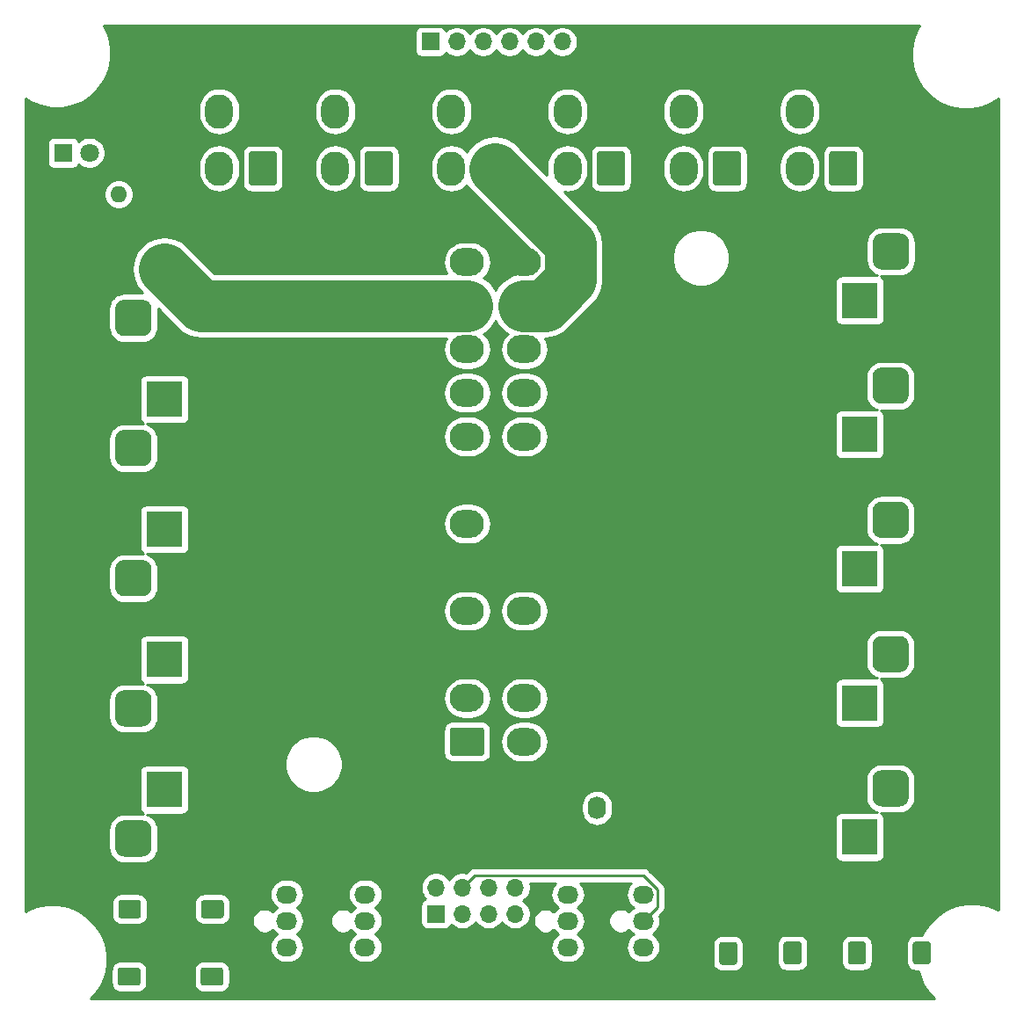
<source format=gbr>
%TF.GenerationSoftware,KiCad,Pcbnew,(5.1.6)-1*%
%TF.CreationDate,2020-12-20T18:41:33+11:00*%
%TF.ProjectId,Power Distro PCB V2,506f7765-7220-4446-9973-74726f205043,rev?*%
%TF.SameCoordinates,Original*%
%TF.FileFunction,Copper,L2,Bot*%
%TF.FilePolarity,Positive*%
%FSLAX46Y46*%
G04 Gerber Fmt 4.6, Leading zero omitted, Abs format (unit mm)*
G04 Created by KiCad (PCBNEW (5.1.6)-1) date 2020-12-20 18:41:33*
%MOMM*%
%LPD*%
G01*
G04 APERTURE LIST*
%TA.AperFunction,ComponentPad*%
%ADD10O,2.700000X3.300000*%
%TD*%
%TA.AperFunction,ComponentPad*%
%ADD11O,1.600000X1.600000*%
%TD*%
%TA.AperFunction,ComponentPad*%
%ADD12C,1.600000*%
%TD*%
%TA.AperFunction,ComponentPad*%
%ADD13C,1.800000*%
%TD*%
%TA.AperFunction,ComponentPad*%
%ADD14R,1.800000X1.800000*%
%TD*%
%TA.AperFunction,ComponentPad*%
%ADD15R,3.500000X3.500000*%
%TD*%
%TA.AperFunction,ComponentPad*%
%ADD16O,1.700000X1.700000*%
%TD*%
%TA.AperFunction,ComponentPad*%
%ADD17R,1.700000X1.700000*%
%TD*%
%TA.AperFunction,ComponentPad*%
%ADD18O,1.740000X2.190000*%
%TD*%
%TA.AperFunction,ComponentPad*%
%ADD19O,2.190000X1.740000*%
%TD*%
%TA.AperFunction,ComponentPad*%
%ADD20O,2.030000X1.730000*%
%TD*%
%TA.AperFunction,ComponentPad*%
%ADD21R,2.030000X1.730000*%
%TD*%
%TA.AperFunction,ComponentPad*%
%ADD22O,3.300000X2.700000*%
%TD*%
%TA.AperFunction,Conductor*%
%ADD23C,0.250000*%
%TD*%
%TA.AperFunction,Conductor*%
%ADD24C,5.000000*%
%TD*%
%TA.AperFunction,Conductor*%
%ADD25C,0.254000*%
%TD*%
G04 APERTURE END LIST*
%TO.P,J6,1*%
%TO.N,/LED5V4*%
%TA.AperFunction,ComponentPad*%
G36*
G01*
X80750000Y-13000001D02*
X80750000Y-15799999D01*
G75*
G02*
X80499999Y-16050000I-250001J0D01*
G01*
X78300001Y-16050000D01*
G75*
G02*
X78050000Y-15799999I0J250001D01*
G01*
X78050000Y-13000001D01*
G75*
G02*
X78300001Y-12750000I250001J0D01*
G01*
X80499999Y-12750000D01*
G75*
G02*
X80750000Y-13000001I0J-250001D01*
G01*
G37*
%TD.AperFunction*%
D10*
%TO.P,J6,2*%
X75200000Y-14400000D03*
%TO.P,J6,3*%
%TO.N,/LEDGND*%
X79400000Y-8900000D03*
%TO.P,J6,4*%
%TO.N,/LEDDATA6*%
X75200000Y-8900000D03*
%TD*%
%TO.P,J5,1*%
%TO.N,/LED5V4*%
%TA.AperFunction,ComponentPad*%
G36*
G01*
X69570000Y-13000001D02*
X69570000Y-15799999D01*
G75*
G02*
X69319999Y-16050000I-250001J0D01*
G01*
X67120001Y-16050000D01*
G75*
G02*
X66870000Y-15799999I0J250001D01*
G01*
X66870000Y-13000001D01*
G75*
G02*
X67120001Y-12750000I250001J0D01*
G01*
X69319999Y-12750000D01*
G75*
G02*
X69570000Y-13000001I0J-250001D01*
G01*
G37*
%TD.AperFunction*%
%TO.P,J5,2*%
X64020000Y-14400000D03*
%TO.P,J5,3*%
%TO.N,/LEDGND*%
X68220000Y-8900000D03*
%TO.P,J5,4*%
%TO.N,/LEDDATA5*%
X64020000Y-8900000D03*
%TD*%
%TO.P,J4,1*%
%TO.N,/LED5V4*%
%TA.AperFunction,ComponentPad*%
G36*
G01*
X58390000Y-13000001D02*
X58390000Y-15799999D01*
G75*
G02*
X58139999Y-16050000I-250001J0D01*
G01*
X55940001Y-16050000D01*
G75*
G02*
X55690000Y-15799999I0J250001D01*
G01*
X55690000Y-13000001D01*
G75*
G02*
X55940001Y-12750000I250001J0D01*
G01*
X58139999Y-12750000D01*
G75*
G02*
X58390000Y-13000001I0J-250001D01*
G01*
G37*
%TD.AperFunction*%
%TO.P,J4,2*%
X52840000Y-14400000D03*
%TO.P,J4,3*%
%TO.N,/LEDGND*%
X57040000Y-8900000D03*
%TO.P,J4,4*%
%TO.N,/LEDDATA4*%
X52840000Y-8900000D03*
%TD*%
%TO.P,J3,1*%
%TO.N,/LED5V3*%
%TA.AperFunction,ComponentPad*%
G36*
G01*
X47210000Y-13000001D02*
X47210000Y-15799999D01*
G75*
G02*
X46959999Y-16050000I-250001J0D01*
G01*
X44760001Y-16050000D01*
G75*
G02*
X44510000Y-15799999I0J250001D01*
G01*
X44510000Y-13000001D01*
G75*
G02*
X44760001Y-12750000I250001J0D01*
G01*
X46959999Y-12750000D01*
G75*
G02*
X47210000Y-13000001I0J-250001D01*
G01*
G37*
%TD.AperFunction*%
%TO.P,J3,2*%
X41660000Y-14400000D03*
%TO.P,J3,3*%
%TO.N,/LEDGND*%
X45860000Y-8900000D03*
%TO.P,J3,4*%
%TO.N,/LEDDATA3*%
X41660000Y-8900000D03*
%TD*%
%TO.P,J2,1*%
%TO.N,/LED5V2*%
%TA.AperFunction,ComponentPad*%
G36*
G01*
X36030000Y-13000001D02*
X36030000Y-15799999D01*
G75*
G02*
X35779999Y-16050000I-250001J0D01*
G01*
X33580001Y-16050000D01*
G75*
G02*
X33330000Y-15799999I0J250001D01*
G01*
X33330000Y-13000001D01*
G75*
G02*
X33580001Y-12750000I250001J0D01*
G01*
X35779999Y-12750000D01*
G75*
G02*
X36030000Y-13000001I0J-250001D01*
G01*
G37*
%TD.AperFunction*%
%TO.P,J2,2*%
X30480000Y-14400000D03*
%TO.P,J2,3*%
%TO.N,/LEDGND*%
X34680000Y-8900000D03*
%TO.P,J2,4*%
%TO.N,/LEDDATA2*%
X30480000Y-8900000D03*
%TD*%
%TO.P,J1,1*%
%TO.N,/LED5V1*%
%TA.AperFunction,ComponentPad*%
G36*
G01*
X24850000Y-13000001D02*
X24850000Y-15799999D01*
G75*
G02*
X24599999Y-16050000I-250001J0D01*
G01*
X22400001Y-16050000D01*
G75*
G02*
X22150000Y-15799999I0J250001D01*
G01*
X22150000Y-13000001D01*
G75*
G02*
X22400001Y-12750000I250001J0D01*
G01*
X24599999Y-12750000D01*
G75*
G02*
X24850000Y-13000001I0J-250001D01*
G01*
G37*
%TD.AperFunction*%
%TO.P,J1,2*%
X19300000Y-14400000D03*
%TO.P,J1,3*%
%TO.N,/LEDGND*%
X23500000Y-8900000D03*
%TO.P,J1,4*%
%TO.N,/LEDDATA1*%
X19300000Y-8900000D03*
%TD*%
D11*
%TO.P,R1,2*%
%TO.N,Net-(D1-Pad1)*%
X9600000Y-16900000D03*
D12*
%TO.P,R1,1*%
%TO.N,/LEDGND*%
X1980000Y-16900000D03*
%TD*%
D13*
%TO.P,PSU OK,2*%
%TO.N,/PWRGOOD*%
X6800000Y-12900000D03*
D14*
%TO.P,PSU OK,1*%
%TO.N,Net-(D1-Pad1)*%
X4260000Y-12900000D03*
%TD*%
%TO.P,J21,3*%
%TO.N,N/C*%
%TA.AperFunction,ComponentPad*%
G36*
G01*
X9273600Y-29675000D02*
X9273600Y-27925000D01*
G75*
G02*
X10148600Y-27050000I875000J0D01*
G01*
X11898600Y-27050000D01*
G75*
G02*
X12773600Y-27925000I0J-875000D01*
G01*
X12773600Y-29675000D01*
G75*
G02*
X11898600Y-30550000I-875000J0D01*
G01*
X10148600Y-30550000D01*
G75*
G02*
X9273600Y-29675000I0J875000D01*
G01*
G37*
%TD.AperFunction*%
%TO.P,J21,2*%
%TO.N,/LEDGND*%
%TA.AperFunction,ComponentPad*%
G36*
G01*
X6523600Y-25100000D02*
X6523600Y-23100000D01*
G75*
G02*
X7273600Y-22350000I750000J0D01*
G01*
X8773600Y-22350000D01*
G75*
G02*
X9523600Y-23100000I0J-750000D01*
G01*
X9523600Y-25100000D01*
G75*
G02*
X8773600Y-25850000I-750000J0D01*
G01*
X7273600Y-25850000D01*
G75*
G02*
X6523600Y-25100000I0J750000D01*
G01*
G37*
%TD.AperFunction*%
D15*
%TO.P,J21,1*%
%TO.N,/12VSOCKETS+*%
X14023600Y-24100000D03*
%TD*%
%TO.P,J23,3*%
%TO.N,N/C*%
%TA.AperFunction,ComponentPad*%
G36*
G01*
X9273600Y-54746600D02*
X9273600Y-52996600D01*
G75*
G02*
X10148600Y-52121600I875000J0D01*
G01*
X11898600Y-52121600D01*
G75*
G02*
X12773600Y-52996600I0J-875000D01*
G01*
X12773600Y-54746600D01*
G75*
G02*
X11898600Y-55621600I-875000J0D01*
G01*
X10148600Y-55621600D01*
G75*
G02*
X9273600Y-54746600I0J875000D01*
G01*
G37*
%TD.AperFunction*%
%TO.P,J23,2*%
%TO.N,/LEDGND*%
%TA.AperFunction,ComponentPad*%
G36*
G01*
X6523600Y-50171600D02*
X6523600Y-48171600D01*
G75*
G02*
X7273600Y-47421600I750000J0D01*
G01*
X8773600Y-47421600D01*
G75*
G02*
X9523600Y-48171600I0J-750000D01*
G01*
X9523600Y-50171600D01*
G75*
G02*
X8773600Y-50921600I-750000J0D01*
G01*
X7273600Y-50921600D01*
G75*
G02*
X6523600Y-50171600I0J750000D01*
G01*
G37*
%TD.AperFunction*%
%TO.P,J23,1*%
%TO.N,/12VSOCKETS+*%
X14023600Y-49171600D03*
%TD*%
%TO.P,J25,3*%
%TO.N,N/C*%
%TA.AperFunction,ComponentPad*%
G36*
G01*
X9273600Y-79818200D02*
X9273600Y-78068200D01*
G75*
G02*
X10148600Y-77193200I875000J0D01*
G01*
X11898600Y-77193200D01*
G75*
G02*
X12773600Y-78068200I0J-875000D01*
G01*
X12773600Y-79818200D01*
G75*
G02*
X11898600Y-80693200I-875000J0D01*
G01*
X10148600Y-80693200D01*
G75*
G02*
X9273600Y-79818200I0J875000D01*
G01*
G37*
%TD.AperFunction*%
%TO.P,J25,2*%
%TO.N,/LEDGND*%
%TA.AperFunction,ComponentPad*%
G36*
G01*
X6523600Y-75243200D02*
X6523600Y-73243200D01*
G75*
G02*
X7273600Y-72493200I750000J0D01*
G01*
X8773600Y-72493200D01*
G75*
G02*
X9523600Y-73243200I0J-750000D01*
G01*
X9523600Y-75243200D01*
G75*
G02*
X8773600Y-75993200I-750000J0D01*
G01*
X7273600Y-75993200D01*
G75*
G02*
X6523600Y-75243200I0J750000D01*
G01*
G37*
%TD.AperFunction*%
%TO.P,J25,1*%
%TO.N,/12VSOCKETS+*%
X14023600Y-74243200D03*
%TD*%
%TO.P,J24,3*%
%TO.N,N/C*%
%TA.AperFunction,ComponentPad*%
G36*
G01*
X9273600Y-67282400D02*
X9273600Y-65532400D01*
G75*
G02*
X10148600Y-64657400I875000J0D01*
G01*
X11898600Y-64657400D01*
G75*
G02*
X12773600Y-65532400I0J-875000D01*
G01*
X12773600Y-67282400D01*
G75*
G02*
X11898600Y-68157400I-875000J0D01*
G01*
X10148600Y-68157400D01*
G75*
G02*
X9273600Y-67282400I0J875000D01*
G01*
G37*
%TD.AperFunction*%
%TO.P,J24,2*%
%TO.N,/LEDGND*%
%TA.AperFunction,ComponentPad*%
G36*
G01*
X6523600Y-62707400D02*
X6523600Y-60707400D01*
G75*
G02*
X7273600Y-59957400I750000J0D01*
G01*
X8773600Y-59957400D01*
G75*
G02*
X9523600Y-60707400I0J-750000D01*
G01*
X9523600Y-62707400D01*
G75*
G02*
X8773600Y-63457400I-750000J0D01*
G01*
X7273600Y-63457400D01*
G75*
G02*
X6523600Y-62707400I0J750000D01*
G01*
G37*
%TD.AperFunction*%
%TO.P,J24,1*%
%TO.N,/12VSOCKETS+*%
X14023600Y-61707400D03*
%TD*%
%TO.P,J22,3*%
%TO.N,N/C*%
%TA.AperFunction,ComponentPad*%
G36*
G01*
X9273600Y-42210800D02*
X9273600Y-40460800D01*
G75*
G02*
X10148600Y-39585800I875000J0D01*
G01*
X11898600Y-39585800D01*
G75*
G02*
X12773600Y-40460800I0J-875000D01*
G01*
X12773600Y-42210800D01*
G75*
G02*
X11898600Y-43085800I-875000J0D01*
G01*
X10148600Y-43085800D01*
G75*
G02*
X9273600Y-42210800I0J875000D01*
G01*
G37*
%TD.AperFunction*%
%TO.P,J22,2*%
%TO.N,/LEDGND*%
%TA.AperFunction,ComponentPad*%
G36*
G01*
X6523600Y-37635800D02*
X6523600Y-35635800D01*
G75*
G02*
X7273600Y-34885800I750000J0D01*
G01*
X8773600Y-34885800D01*
G75*
G02*
X9523600Y-35635800I0J-750000D01*
G01*
X9523600Y-37635800D01*
G75*
G02*
X8773600Y-38385800I-750000J0D01*
G01*
X7273600Y-38385800D01*
G75*
G02*
X6523600Y-37635800I0J750000D01*
G01*
G37*
%TD.AperFunction*%
%TO.P,J22,1*%
%TO.N,/12VSOCKETS+*%
X14023600Y-36635800D03*
%TD*%
%TO.P,J20,3*%
%TO.N,N/C*%
%TA.AperFunction,ComponentPad*%
G36*
G01*
X85725200Y-73240200D02*
X85725200Y-74990200D01*
G75*
G02*
X84850200Y-75865200I-875000J0D01*
G01*
X83100200Y-75865200D01*
G75*
G02*
X82225200Y-74990200I0J875000D01*
G01*
X82225200Y-73240200D01*
G75*
G02*
X83100200Y-72365200I875000J0D01*
G01*
X84850200Y-72365200D01*
G75*
G02*
X85725200Y-73240200I0J-875000D01*
G01*
G37*
%TD.AperFunction*%
%TO.P,J20,2*%
%TO.N,/LEDGND*%
%TA.AperFunction,ComponentPad*%
G36*
G01*
X88475200Y-77815200D02*
X88475200Y-79815200D01*
G75*
G02*
X87725200Y-80565200I-750000J0D01*
G01*
X86225200Y-80565200D01*
G75*
G02*
X85475200Y-79815200I0J750000D01*
G01*
X85475200Y-77815200D01*
G75*
G02*
X86225200Y-77065200I750000J0D01*
G01*
X87725200Y-77065200D01*
G75*
G02*
X88475200Y-77815200I0J-750000D01*
G01*
G37*
%TD.AperFunction*%
%TO.P,J20,1*%
%TO.N,/5VSOCKETS+*%
X80975200Y-78815200D03*
%TD*%
%TO.P,J19,3*%
%TO.N,N/C*%
%TA.AperFunction,ComponentPad*%
G36*
G01*
X85725200Y-60311400D02*
X85725200Y-62061400D01*
G75*
G02*
X84850200Y-62936400I-875000J0D01*
G01*
X83100200Y-62936400D01*
G75*
G02*
X82225200Y-62061400I0J875000D01*
G01*
X82225200Y-60311400D01*
G75*
G02*
X83100200Y-59436400I875000J0D01*
G01*
X84850200Y-59436400D01*
G75*
G02*
X85725200Y-60311400I0J-875000D01*
G01*
G37*
%TD.AperFunction*%
%TO.P,J19,2*%
%TO.N,/LEDGND*%
%TA.AperFunction,ComponentPad*%
G36*
G01*
X88475200Y-64886400D02*
X88475200Y-66886400D01*
G75*
G02*
X87725200Y-67636400I-750000J0D01*
G01*
X86225200Y-67636400D01*
G75*
G02*
X85475200Y-66886400I0J750000D01*
G01*
X85475200Y-64886400D01*
G75*
G02*
X86225200Y-64136400I750000J0D01*
G01*
X87725200Y-64136400D01*
G75*
G02*
X88475200Y-64886400I0J-750000D01*
G01*
G37*
%TD.AperFunction*%
%TO.P,J19,1*%
%TO.N,/5VSOCKETS+*%
X80975200Y-65886400D03*
%TD*%
%TO.P,J18,3*%
%TO.N,N/C*%
%TA.AperFunction,ComponentPad*%
G36*
G01*
X85725200Y-47382600D02*
X85725200Y-49132600D01*
G75*
G02*
X84850200Y-50007600I-875000J0D01*
G01*
X83100200Y-50007600D01*
G75*
G02*
X82225200Y-49132600I0J875000D01*
G01*
X82225200Y-47382600D01*
G75*
G02*
X83100200Y-46507600I875000J0D01*
G01*
X84850200Y-46507600D01*
G75*
G02*
X85725200Y-47382600I0J-875000D01*
G01*
G37*
%TD.AperFunction*%
%TO.P,J18,2*%
%TO.N,/LEDGND*%
%TA.AperFunction,ComponentPad*%
G36*
G01*
X88475200Y-51957600D02*
X88475200Y-53957600D01*
G75*
G02*
X87725200Y-54707600I-750000J0D01*
G01*
X86225200Y-54707600D01*
G75*
G02*
X85475200Y-53957600I0J750000D01*
G01*
X85475200Y-51957600D01*
G75*
G02*
X86225200Y-51207600I750000J0D01*
G01*
X87725200Y-51207600D01*
G75*
G02*
X88475200Y-51957600I0J-750000D01*
G01*
G37*
%TD.AperFunction*%
%TO.P,J18,1*%
%TO.N,/5VSOCKETS+*%
X80975200Y-52957600D03*
%TD*%
%TO.P,J17,3*%
%TO.N,N/C*%
%TA.AperFunction,ComponentPad*%
G36*
G01*
X85725200Y-34453800D02*
X85725200Y-36203800D01*
G75*
G02*
X84850200Y-37078800I-875000J0D01*
G01*
X83100200Y-37078800D01*
G75*
G02*
X82225200Y-36203800I0J875000D01*
G01*
X82225200Y-34453800D01*
G75*
G02*
X83100200Y-33578800I875000J0D01*
G01*
X84850200Y-33578800D01*
G75*
G02*
X85725200Y-34453800I0J-875000D01*
G01*
G37*
%TD.AperFunction*%
%TO.P,J17,2*%
%TO.N,/LEDGND*%
%TA.AperFunction,ComponentPad*%
G36*
G01*
X88475200Y-39028800D02*
X88475200Y-41028800D01*
G75*
G02*
X87725200Y-41778800I-750000J0D01*
G01*
X86225200Y-41778800D01*
G75*
G02*
X85475200Y-41028800I0J750000D01*
G01*
X85475200Y-39028800D01*
G75*
G02*
X86225200Y-38278800I750000J0D01*
G01*
X87725200Y-38278800D01*
G75*
G02*
X88475200Y-39028800I0J-750000D01*
G01*
G37*
%TD.AperFunction*%
%TO.P,J17,1*%
%TO.N,/5VSOCKETS+*%
X80975200Y-40028800D03*
%TD*%
%TO.P,J16,3*%
%TO.N,N/C*%
%TA.AperFunction,ComponentPad*%
G36*
G01*
X85750000Y-21525000D02*
X85750000Y-23275000D01*
G75*
G02*
X84875000Y-24150000I-875000J0D01*
G01*
X83125000Y-24150000D01*
G75*
G02*
X82250000Y-23275000I0J875000D01*
G01*
X82250000Y-21525000D01*
G75*
G02*
X83125000Y-20650000I875000J0D01*
G01*
X84875000Y-20650000D01*
G75*
G02*
X85750000Y-21525000I0J-875000D01*
G01*
G37*
%TD.AperFunction*%
%TO.P,J16,2*%
%TO.N,/LEDGND*%
%TA.AperFunction,ComponentPad*%
G36*
G01*
X88500000Y-26100000D02*
X88500000Y-28100000D01*
G75*
G02*
X87750000Y-28850000I-750000J0D01*
G01*
X86250000Y-28850000D01*
G75*
G02*
X85500000Y-28100000I0J750000D01*
G01*
X85500000Y-26100000D01*
G75*
G02*
X86250000Y-25350000I750000J0D01*
G01*
X87750000Y-25350000D01*
G75*
G02*
X88500000Y-26100000I0J-750000D01*
G01*
G37*
%TD.AperFunction*%
%TO.P,J16,1*%
%TO.N,/5VSOCKETS+*%
X81000000Y-27100000D03*
%TD*%
D16*
%TO.P,J7,7*%
%TO.N,/LEDGND*%
X54880000Y-2200000D03*
%TO.P,J7,6*%
%TO.N,/LEDDATA6*%
X52340000Y-2200000D03*
%TO.P,J7,5*%
%TO.N,/LEDDATA5*%
X49800000Y-2200000D03*
%TO.P,J7,4*%
%TO.N,/LEDDATA4*%
X47260000Y-2200000D03*
%TO.P,J7,3*%
%TO.N,/LEDDATA3*%
X44720000Y-2200000D03*
%TO.P,J7,2*%
%TO.N,/LEDDATA2*%
X42180000Y-2200000D03*
D17*
%TO.P,J7,1*%
%TO.N,/LEDDATA1*%
X39640000Y-2200000D03*
%TD*%
D18*
%TO.P,J32,2*%
%TO.N,/PSUSW*%
X55676800Y-75996800D03*
%TO.P,J32,1*%
%TO.N,/LEDGND*%
%TA.AperFunction,ComponentPad*%
G36*
G01*
X59086800Y-75151799D02*
X59086800Y-76841801D01*
G75*
G02*
X58836801Y-77091800I-249999J0D01*
G01*
X57596799Y-77091800D01*
G75*
G02*
X57346800Y-76841801I0J249999D01*
G01*
X57346800Y-75151799D01*
G75*
G02*
X57596799Y-74901800I249999J0D01*
G01*
X58836801Y-74901800D01*
G75*
G02*
X59086800Y-75151799I0J-249999D01*
G01*
G37*
%TD.AperFunction*%
%TD*%
D19*
%TO.P,J31,2*%
%TO.N,/LEDGND*%
X10617200Y-89712800D03*
%TO.P,J31,1*%
%TO.N,/12VSOCKETS+*%
%TA.AperFunction,ComponentPad*%
G36*
G01*
X11462201Y-93122800D02*
X9772199Y-93122800D01*
G75*
G02*
X9522200Y-92872801I0J249999D01*
G01*
X9522200Y-91632799D01*
G75*
G02*
X9772199Y-91382800I249999J0D01*
G01*
X11462201Y-91382800D01*
G75*
G02*
X11712200Y-91632799I0J-249999D01*
G01*
X11712200Y-92872801D01*
G75*
G02*
X11462201Y-93122800I-249999J0D01*
G01*
G37*
%TD.AperFunction*%
%TD*%
%TO.P,J30,2*%
%TO.N,/LEDGND*%
X10668000Y-83210400D03*
%TO.P,J30,1*%
%TO.N,/12VSOCKETS+*%
%TA.AperFunction,ComponentPad*%
G36*
G01*
X11513001Y-86620400D02*
X9822999Y-86620400D01*
G75*
G02*
X9573000Y-86370401I0J249999D01*
G01*
X9573000Y-85130399D01*
G75*
G02*
X9822999Y-84880400I249999J0D01*
G01*
X11513001Y-84880400D01*
G75*
G02*
X11763000Y-85130399I0J-249999D01*
G01*
X11763000Y-86370401D01*
G75*
G02*
X11513001Y-86620400I-249999J0D01*
G01*
G37*
%TD.AperFunction*%
%TD*%
%TO.P,J29,2*%
%TO.N,/LEDGND*%
X18592800Y-89712800D03*
%TO.P,J29,1*%
%TO.N,/12VSOCKETS+*%
%TA.AperFunction,ComponentPad*%
G36*
G01*
X19437801Y-93122800D02*
X17747799Y-93122800D01*
G75*
G02*
X17497800Y-92872801I0J249999D01*
G01*
X17497800Y-91632799D01*
G75*
G02*
X17747799Y-91382800I249999J0D01*
G01*
X19437801Y-91382800D01*
G75*
G02*
X19687800Y-91632799I0J-249999D01*
G01*
X19687800Y-92872801D01*
G75*
G02*
X19437801Y-93122800I-249999J0D01*
G01*
G37*
%TD.AperFunction*%
%TD*%
%TO.P,J28,2*%
%TO.N,/LEDGND*%
X18643600Y-83210400D03*
%TO.P,J28,1*%
%TO.N,/12VSOCKETS+*%
%TA.AperFunction,ComponentPad*%
G36*
G01*
X19488601Y-86620400D02*
X17798599Y-86620400D01*
G75*
G02*
X17548600Y-86370401I0J249999D01*
G01*
X17548600Y-85130399D01*
G75*
G02*
X17798599Y-84880400I249999J0D01*
G01*
X19488601Y-84880400D01*
G75*
G02*
X19738600Y-85130399I0J-249999D01*
G01*
X19738600Y-86370401D01*
G75*
G02*
X19488601Y-86620400I-249999J0D01*
G01*
G37*
%TD.AperFunction*%
%TD*%
D18*
%TO.P,J15,2*%
%TO.N,/LEDGND*%
X84429600Y-89966800D03*
%TO.P,J15,1*%
%TO.N,/5VSOCKETS+*%
%TA.AperFunction,ComponentPad*%
G36*
G01*
X87839600Y-89121799D02*
X87839600Y-90811801D01*
G75*
G02*
X87589601Y-91061800I-249999J0D01*
G01*
X86349599Y-91061800D01*
G75*
G02*
X86099600Y-90811801I0J249999D01*
G01*
X86099600Y-89121799D01*
G75*
G02*
X86349599Y-88871800I249999J0D01*
G01*
X87589601Y-88871800D01*
G75*
G02*
X87839600Y-89121799I0J-249999D01*
G01*
G37*
%TD.AperFunction*%
%TD*%
%TO.P,J14,2*%
%TO.N,/LEDGND*%
X78181200Y-89966800D03*
%TO.P,J14,1*%
%TO.N,/5VSOCKETS+*%
%TA.AperFunction,ComponentPad*%
G36*
G01*
X81591200Y-89121799D02*
X81591200Y-90811801D01*
G75*
G02*
X81341201Y-91061800I-249999J0D01*
G01*
X80101199Y-91061800D01*
G75*
G02*
X79851200Y-90811801I0J249999D01*
G01*
X79851200Y-89121799D01*
G75*
G02*
X80101199Y-88871800I249999J0D01*
G01*
X81341201Y-88871800D01*
G75*
G02*
X81591200Y-89121799I0J-249999D01*
G01*
G37*
%TD.AperFunction*%
%TD*%
%TO.P,J13,2*%
%TO.N,/LEDGND*%
X71983600Y-89966800D03*
%TO.P,J13,1*%
%TO.N,/5VSOCKETS+*%
%TA.AperFunction,ComponentPad*%
G36*
G01*
X75393600Y-89121799D02*
X75393600Y-90811801D01*
G75*
G02*
X75143601Y-91061800I-249999J0D01*
G01*
X73903599Y-91061800D01*
G75*
G02*
X73653600Y-90811801I0J249999D01*
G01*
X73653600Y-89121799D01*
G75*
G02*
X73903599Y-88871800I249999J0D01*
G01*
X75143601Y-88871800D01*
G75*
G02*
X75393600Y-89121799I0J-249999D01*
G01*
G37*
%TD.AperFunction*%
%TD*%
%TO.P,J12,2*%
%TO.N,/LEDGND*%
X65786000Y-90017600D03*
%TO.P,J12,1*%
%TO.N,/5VSOCKETS+*%
%TA.AperFunction,ComponentPad*%
G36*
G01*
X69196000Y-89172599D02*
X69196000Y-90862601D01*
G75*
G02*
X68946001Y-91112600I-249999J0D01*
G01*
X67705999Y-91112600D01*
G75*
G02*
X67456000Y-90862601I0J249999D01*
G01*
X67456000Y-89172599D01*
G75*
G02*
X67705999Y-88922600I249999J0D01*
G01*
X68946001Y-88922600D01*
G75*
G02*
X69196000Y-89172599I0J-249999D01*
G01*
G37*
%TD.AperFunction*%
%TD*%
D16*
%TO.P,J26,8*%
%TO.N,Net-(J11-Pad4)*%
X47802800Y-83667600D03*
%TO.P,J26,7*%
%TO.N,Net-(J10-Pad4)*%
X47802800Y-86207600D03*
%TO.P,J26,6*%
%TO.N,Net-(J26-Pad6)*%
X45262800Y-83667600D03*
%TO.P,J26,5*%
%TO.N,Net-(J26-Pad5)*%
X45262800Y-86207600D03*
%TO.P,J26,4*%
%TO.N,Net-(J11-Pad3)*%
X42722800Y-83667600D03*
%TO.P,J26,3*%
%TO.N,Net-(J10-Pad3)*%
X42722800Y-86207600D03*
%TO.P,J26,2*%
%TO.N,Net-(J26-Pad2)*%
X40182800Y-83667600D03*
D17*
%TO.P,J26,1*%
%TO.N,Net-(J26-Pad1)*%
X40182800Y-86207600D03*
%TD*%
D20*
%TO.P,J10,4*%
%TO.N,Net-(J10-Pad4)*%
X52882800Y-84328000D03*
%TO.P,J10,3*%
%TO.N,Net-(J10-Pad3)*%
X52882800Y-86868000D03*
%TO.P,J10,2*%
%TO.N,/FAN+*%
X52882800Y-89408000D03*
D21*
%TO.P,J10,1*%
%TO.N,/LEDGND*%
X52882800Y-91948000D03*
%TD*%
D20*
%TO.P,J11,4*%
%TO.N,Net-(J11-Pad4)*%
X60147200Y-84328000D03*
%TO.P,J11,3*%
%TO.N,Net-(J11-Pad3)*%
X60147200Y-86868000D03*
%TO.P,J11,2*%
%TO.N,/FAN+*%
X60147200Y-89408000D03*
D21*
%TO.P,J11,1*%
%TO.N,/LEDGND*%
X60147200Y-91948000D03*
%TD*%
D20*
%TO.P,J9,4*%
%TO.N,Net-(J26-Pad6)*%
X33358700Y-84328000D03*
%TO.P,J9,3*%
%TO.N,Net-(J26-Pad2)*%
X33358700Y-86868000D03*
%TO.P,J9,2*%
%TO.N,/FAN+*%
X33358700Y-89408000D03*
D21*
%TO.P,J9,1*%
%TO.N,/LEDGND*%
X33358700Y-91948000D03*
%TD*%
D20*
%TO.P,J8,4*%
%TO.N,Net-(J26-Pad5)*%
X25806400Y-84328000D03*
%TO.P,J8,3*%
%TO.N,Net-(J26-Pad1)*%
X25806400Y-86868000D03*
%TO.P,J8,2*%
%TO.N,/FAN+*%
X25806400Y-89408000D03*
D21*
%TO.P,J8,1*%
%TO.N,/LEDGND*%
X25806400Y-91948000D03*
%TD*%
D22*
%TO.P,J27,24*%
%TO.N,/LEDGND*%
X48680000Y-23418800D03*
%TO.P,J27,23*%
%TO.N,/LED5V3*%
X48680000Y-27618800D03*
%TO.P,J27,22*%
%TO.N,/LED5V4*%
X48680000Y-31818800D03*
%TO.P,J27,21*%
%TO.N,/5VSOCKETS+*%
X48680000Y-36018800D03*
%TO.P,J27,20*%
%TO.N,Net-(J27-Pad20)*%
X48680000Y-40218800D03*
%TO.P,J27,19*%
%TO.N,/LEDGND*%
X48680000Y-44418800D03*
%TO.P,J27,18*%
X48680000Y-48618800D03*
%TO.P,J27,17*%
X48680000Y-52818800D03*
%TO.P,J27,16*%
%TO.N,/PSUSW*%
X48680000Y-57018800D03*
%TO.P,J27,15*%
%TO.N,/LEDGND*%
X48680000Y-61218800D03*
%TO.P,J27,14*%
%TO.N,Net-(J27-Pad14)*%
X48680000Y-65418800D03*
%TO.P,J27,13*%
%TO.N,Net-(J27-Pad13)*%
X48680000Y-69618800D03*
%TO.P,J27,12*%
%TO.N,Net-(J27-Pad12)*%
X43180000Y-23418800D03*
%TO.P,J27,11*%
%TO.N,/12VSOCKETS+*%
X43180000Y-27618800D03*
%TO.P,J27,10*%
%TO.N,/FAN+*%
X43180000Y-31818800D03*
%TO.P,J27,9*%
%TO.N,Net-(J27-Pad9)*%
X43180000Y-36018800D03*
%TO.P,J27,8*%
%TO.N,/PWRGOOD*%
X43180000Y-40218800D03*
%TO.P,J27,7*%
%TO.N,/LEDGND*%
X43180000Y-44418800D03*
%TO.P,J27,6*%
%TO.N,/LED5V2*%
X43180000Y-48618800D03*
%TO.P,J27,5*%
%TO.N,/LEDGND*%
X43180000Y-52818800D03*
%TO.P,J27,4*%
%TO.N,/LED5V1*%
X43180000Y-57018800D03*
%TO.P,J27,3*%
%TO.N,/LEDGND*%
X43180000Y-61218800D03*
%TO.P,J27,2*%
%TO.N,Net-(J27-Pad2)*%
X43180000Y-65418800D03*
%TO.P,J27,1*%
%TO.N,Net-(J27-Pad1)*%
%TA.AperFunction,ComponentPad*%
G36*
G01*
X44579999Y-70968800D02*
X41780001Y-70968800D01*
G75*
G02*
X41530000Y-70718799I0J250001D01*
G01*
X41530000Y-68518801D01*
G75*
G02*
X41780001Y-68268800I250001J0D01*
G01*
X44579999Y-68268800D01*
G75*
G02*
X44830000Y-68518801I0J-250001D01*
G01*
X44830000Y-70718799D01*
G75*
G02*
X44579999Y-70968800I-250001J0D01*
G01*
G37*
%TD.AperFunction*%
%TD*%
D23*
%TO.N,Net-(J11-Pad3)*%
X60144727Y-82492599D02*
X43897801Y-82492599D01*
X61487210Y-83835082D02*
X60144727Y-82492599D01*
X61487210Y-85527990D02*
X61487210Y-83835082D01*
X43897801Y-82492599D02*
X42722800Y-83667600D01*
X60147200Y-86868000D02*
X61487210Y-85527990D01*
D24*
%TO.N,/LED5V3*%
X50649000Y-27618800D02*
X48680000Y-27618800D01*
X53130010Y-25137790D02*
X50649000Y-27618800D01*
X53130010Y-21699810D02*
X53130010Y-25137790D01*
X45860000Y-14429800D02*
X53130010Y-21699810D01*
X45860000Y-14400000D02*
X45860000Y-14429800D01*
%TO.N,/12VSOCKETS+*%
X17542400Y-27618800D02*
X14023600Y-24100000D01*
X43180000Y-27618800D02*
X17542400Y-27618800D01*
%TD*%
D25*
%TO.N,/LEDGND*%
G36*
X86542383Y-904003D02*
G01*
X86144592Y-1864356D01*
X85941800Y-2883861D01*
X85941800Y-3923339D01*
X86144592Y-4942844D01*
X86542383Y-5903197D01*
X87119887Y-6767491D01*
X87854909Y-7502513D01*
X88719203Y-8080017D01*
X89679556Y-8477808D01*
X90699061Y-8680600D01*
X91738539Y-8680600D01*
X92758044Y-8477808D01*
X93718397Y-8080017D01*
X94340000Y-7664674D01*
X94340001Y-85846320D01*
X94295197Y-85816383D01*
X93334844Y-85418592D01*
X92315339Y-85215800D01*
X91275861Y-85215800D01*
X90256356Y-85418592D01*
X89296003Y-85816383D01*
X88431709Y-86393887D01*
X87696687Y-87128909D01*
X87119183Y-87993203D01*
X87019554Y-88233728D01*
X86349599Y-88233728D01*
X86176345Y-88250792D01*
X86009749Y-88301328D01*
X85856213Y-88383395D01*
X85721638Y-88493838D01*
X85611195Y-88628413D01*
X85529128Y-88781949D01*
X85478592Y-88948545D01*
X85461528Y-89121799D01*
X85461528Y-90811801D01*
X85478592Y-90985055D01*
X85529128Y-91151651D01*
X85611195Y-91305187D01*
X85721638Y-91439762D01*
X85856213Y-91550205D01*
X86009749Y-91632272D01*
X86176345Y-91682808D01*
X86349599Y-91699872D01*
X86655319Y-91699872D01*
X86721392Y-92032044D01*
X87119183Y-92992397D01*
X87696687Y-93856691D01*
X88179996Y-94340000D01*
X6932404Y-94340000D01*
X7332113Y-93940291D01*
X7909617Y-93075997D01*
X8307408Y-92115644D01*
X8403451Y-91632799D01*
X8884128Y-91632799D01*
X8884128Y-92872801D01*
X8901192Y-93046055D01*
X8951728Y-93212651D01*
X9033795Y-93366187D01*
X9144238Y-93500762D01*
X9278813Y-93611205D01*
X9432349Y-93693272D01*
X9598945Y-93743808D01*
X9772199Y-93760872D01*
X11462201Y-93760872D01*
X11635455Y-93743808D01*
X11802051Y-93693272D01*
X11955587Y-93611205D01*
X12090162Y-93500762D01*
X12200605Y-93366187D01*
X12282672Y-93212651D01*
X12333208Y-93046055D01*
X12350272Y-92872801D01*
X12350272Y-91632799D01*
X16859728Y-91632799D01*
X16859728Y-92872801D01*
X16876792Y-93046055D01*
X16927328Y-93212651D01*
X17009395Y-93366187D01*
X17119838Y-93500762D01*
X17254413Y-93611205D01*
X17407949Y-93693272D01*
X17574545Y-93743808D01*
X17747799Y-93760872D01*
X19437801Y-93760872D01*
X19611055Y-93743808D01*
X19777651Y-93693272D01*
X19931187Y-93611205D01*
X20065762Y-93500762D01*
X20176205Y-93366187D01*
X20258272Y-93212651D01*
X20308808Y-93046055D01*
X20325872Y-92872801D01*
X20325872Y-91632799D01*
X20308808Y-91459545D01*
X20258272Y-91292949D01*
X20176205Y-91139413D01*
X20065762Y-91004838D01*
X19931187Y-90894395D01*
X19777651Y-90812328D01*
X19611055Y-90761792D01*
X19437801Y-90744728D01*
X17747799Y-90744728D01*
X17574545Y-90761792D01*
X17407949Y-90812328D01*
X17254413Y-90894395D01*
X17119838Y-91004838D01*
X17009395Y-91139413D01*
X16927328Y-91292949D01*
X16876792Y-91459545D01*
X16859728Y-91632799D01*
X12350272Y-91632799D01*
X12333208Y-91459545D01*
X12282672Y-91292949D01*
X12200605Y-91139413D01*
X12090162Y-91004838D01*
X11955587Y-90894395D01*
X11802051Y-90812328D01*
X11635455Y-90761792D01*
X11462201Y-90744728D01*
X9772199Y-90744728D01*
X9598945Y-90761792D01*
X9432349Y-90812328D01*
X9278813Y-90894395D01*
X9144238Y-91004838D01*
X9033795Y-91139413D01*
X8951728Y-91292949D01*
X8901192Y-91459545D01*
X8884128Y-91632799D01*
X8403451Y-91632799D01*
X8510200Y-91096139D01*
X8510200Y-90056661D01*
X8307408Y-89037156D01*
X7909617Y-88076803D01*
X7332113Y-87212509D01*
X6597091Y-86477487D01*
X5732797Y-85899983D01*
X4772444Y-85502192D01*
X3752939Y-85299400D01*
X2713461Y-85299400D01*
X1693956Y-85502192D01*
X733603Y-85899983D01*
X660000Y-85949163D01*
X660000Y-85130399D01*
X8934928Y-85130399D01*
X8934928Y-86370401D01*
X8951992Y-86543655D01*
X9002528Y-86710251D01*
X9084595Y-86863787D01*
X9195038Y-86998362D01*
X9329613Y-87108805D01*
X9483149Y-87190872D01*
X9649745Y-87241408D01*
X9822999Y-87258472D01*
X11513001Y-87258472D01*
X11686255Y-87241408D01*
X11852851Y-87190872D01*
X12006387Y-87108805D01*
X12140962Y-86998362D01*
X12251405Y-86863787D01*
X12333472Y-86710251D01*
X12384008Y-86543655D01*
X12401072Y-86370401D01*
X12401072Y-85130399D01*
X16910528Y-85130399D01*
X16910528Y-86370401D01*
X16927592Y-86543655D01*
X16978128Y-86710251D01*
X17060195Y-86863787D01*
X17170638Y-86998362D01*
X17305213Y-87108805D01*
X17458749Y-87190872D01*
X17625345Y-87241408D01*
X17798599Y-87258472D01*
X19488601Y-87258472D01*
X19661855Y-87241408D01*
X19828451Y-87190872D01*
X19981987Y-87108805D01*
X20116562Y-86998362D01*
X20227005Y-86863787D01*
X20287137Y-86751288D01*
X22461400Y-86751288D01*
X22461400Y-86984712D01*
X22506939Y-87213652D01*
X22596266Y-87429308D01*
X22725950Y-87623394D01*
X22891006Y-87788450D01*
X23085092Y-87918134D01*
X23300748Y-88007461D01*
X23529688Y-88053000D01*
X23763112Y-88053000D01*
X23992052Y-88007461D01*
X24207708Y-87918134D01*
X24401794Y-87788450D01*
X24439986Y-87750258D01*
X24590608Y-87933792D01*
X24819013Y-88121238D01*
X24850372Y-88138000D01*
X24819013Y-88154762D01*
X24590608Y-88342208D01*
X24403162Y-88570613D01*
X24263876Y-88831198D01*
X24178105Y-89113949D01*
X24149143Y-89408000D01*
X24178105Y-89702051D01*
X24263876Y-89984802D01*
X24403162Y-90245387D01*
X24590608Y-90473792D01*
X24819013Y-90661238D01*
X25079598Y-90800524D01*
X25362349Y-90886295D01*
X25582720Y-90908000D01*
X26030080Y-90908000D01*
X26250451Y-90886295D01*
X26533202Y-90800524D01*
X26793787Y-90661238D01*
X27022192Y-90473792D01*
X27209638Y-90245387D01*
X27348924Y-89984802D01*
X27434695Y-89702051D01*
X27463657Y-89408000D01*
X27434695Y-89113949D01*
X27348924Y-88831198D01*
X27209638Y-88570613D01*
X27022192Y-88342208D01*
X26793787Y-88154762D01*
X26762428Y-88138000D01*
X26793787Y-88121238D01*
X27022192Y-87933792D01*
X27209638Y-87705387D01*
X27348924Y-87444802D01*
X27434695Y-87162051D01*
X27463657Y-86868000D01*
X27452162Y-86751288D01*
X30013700Y-86751288D01*
X30013700Y-86984712D01*
X30059239Y-87213652D01*
X30148566Y-87429308D01*
X30278250Y-87623394D01*
X30443306Y-87788450D01*
X30637392Y-87918134D01*
X30853048Y-88007461D01*
X31081988Y-88053000D01*
X31315412Y-88053000D01*
X31544352Y-88007461D01*
X31760008Y-87918134D01*
X31954094Y-87788450D01*
X31992286Y-87750258D01*
X32142908Y-87933792D01*
X32371313Y-88121238D01*
X32402672Y-88138000D01*
X32371313Y-88154762D01*
X32142908Y-88342208D01*
X31955462Y-88570613D01*
X31816176Y-88831198D01*
X31730405Y-89113949D01*
X31701443Y-89408000D01*
X31730405Y-89702051D01*
X31816176Y-89984802D01*
X31955462Y-90245387D01*
X32142908Y-90473792D01*
X32371313Y-90661238D01*
X32631898Y-90800524D01*
X32914649Y-90886295D01*
X33135020Y-90908000D01*
X33582380Y-90908000D01*
X33802751Y-90886295D01*
X34085502Y-90800524D01*
X34346087Y-90661238D01*
X34574492Y-90473792D01*
X34761938Y-90245387D01*
X34901224Y-89984802D01*
X34986995Y-89702051D01*
X35015957Y-89408000D01*
X34986995Y-89113949D01*
X34901224Y-88831198D01*
X34761938Y-88570613D01*
X34574492Y-88342208D01*
X34346087Y-88154762D01*
X34314728Y-88138000D01*
X34346087Y-88121238D01*
X34574492Y-87933792D01*
X34761938Y-87705387D01*
X34901224Y-87444802D01*
X34986995Y-87162051D01*
X35015957Y-86868000D01*
X34986995Y-86573949D01*
X34901224Y-86291198D01*
X34761938Y-86030613D01*
X34574492Y-85802208D01*
X34346087Y-85614762D01*
X34314728Y-85598000D01*
X34346087Y-85581238D01*
X34574492Y-85393792D01*
X34604193Y-85357600D01*
X38694728Y-85357600D01*
X38694728Y-87057600D01*
X38706988Y-87182082D01*
X38743298Y-87301780D01*
X38802263Y-87412094D01*
X38881615Y-87508785D01*
X38978306Y-87588137D01*
X39088620Y-87647102D01*
X39208318Y-87683412D01*
X39332800Y-87695672D01*
X41032800Y-87695672D01*
X41157282Y-87683412D01*
X41276980Y-87647102D01*
X41387294Y-87588137D01*
X41483985Y-87508785D01*
X41563337Y-87412094D01*
X41622302Y-87301780D01*
X41644313Y-87229220D01*
X41776168Y-87361075D01*
X42019389Y-87523590D01*
X42289642Y-87635532D01*
X42576540Y-87692600D01*
X42869060Y-87692600D01*
X43155958Y-87635532D01*
X43426211Y-87523590D01*
X43669432Y-87361075D01*
X43876275Y-87154232D01*
X43992800Y-86979840D01*
X44109325Y-87154232D01*
X44316168Y-87361075D01*
X44559389Y-87523590D01*
X44829642Y-87635532D01*
X45116540Y-87692600D01*
X45409060Y-87692600D01*
X45695958Y-87635532D01*
X45966211Y-87523590D01*
X46209432Y-87361075D01*
X46416275Y-87154232D01*
X46532800Y-86979840D01*
X46649325Y-87154232D01*
X46856168Y-87361075D01*
X47099389Y-87523590D01*
X47369642Y-87635532D01*
X47656540Y-87692600D01*
X47949060Y-87692600D01*
X48235958Y-87635532D01*
X48506211Y-87523590D01*
X48749432Y-87361075D01*
X48956275Y-87154232D01*
X49118790Y-86911011D01*
X49230732Y-86640758D01*
X49287800Y-86353860D01*
X49287800Y-86061340D01*
X49230732Y-85774442D01*
X49118790Y-85504189D01*
X48956275Y-85260968D01*
X48749432Y-85054125D01*
X48575040Y-84937600D01*
X48749432Y-84821075D01*
X48956275Y-84614232D01*
X49118790Y-84371011D01*
X49230732Y-84100758D01*
X49287800Y-83813860D01*
X49287800Y-83521340D01*
X49234344Y-83252599D01*
X51678717Y-83252599D01*
X51667008Y-83262208D01*
X51479562Y-83490613D01*
X51340276Y-83751198D01*
X51254505Y-84033949D01*
X51225543Y-84328000D01*
X51254505Y-84622051D01*
X51340276Y-84904802D01*
X51479562Y-85165387D01*
X51667008Y-85393792D01*
X51895413Y-85581238D01*
X51926772Y-85598000D01*
X51895413Y-85614762D01*
X51667008Y-85802208D01*
X51516386Y-85985742D01*
X51478194Y-85947550D01*
X51284108Y-85817866D01*
X51068452Y-85728539D01*
X50839512Y-85683000D01*
X50606088Y-85683000D01*
X50377148Y-85728539D01*
X50161492Y-85817866D01*
X49967406Y-85947550D01*
X49802350Y-86112606D01*
X49672666Y-86306692D01*
X49583339Y-86522348D01*
X49537800Y-86751288D01*
X49537800Y-86984712D01*
X49583339Y-87213652D01*
X49672666Y-87429308D01*
X49802350Y-87623394D01*
X49967406Y-87788450D01*
X50161492Y-87918134D01*
X50377148Y-88007461D01*
X50606088Y-88053000D01*
X50839512Y-88053000D01*
X51068452Y-88007461D01*
X51284108Y-87918134D01*
X51478194Y-87788450D01*
X51516386Y-87750258D01*
X51667008Y-87933792D01*
X51895413Y-88121238D01*
X51926772Y-88138000D01*
X51895413Y-88154762D01*
X51667008Y-88342208D01*
X51479562Y-88570613D01*
X51340276Y-88831198D01*
X51254505Y-89113949D01*
X51225543Y-89408000D01*
X51254505Y-89702051D01*
X51340276Y-89984802D01*
X51479562Y-90245387D01*
X51667008Y-90473792D01*
X51895413Y-90661238D01*
X52155998Y-90800524D01*
X52438749Y-90886295D01*
X52659120Y-90908000D01*
X53106480Y-90908000D01*
X53326851Y-90886295D01*
X53609602Y-90800524D01*
X53870187Y-90661238D01*
X54098592Y-90473792D01*
X54286038Y-90245387D01*
X54425324Y-89984802D01*
X54511095Y-89702051D01*
X54540057Y-89408000D01*
X54511095Y-89113949D01*
X54425324Y-88831198D01*
X54286038Y-88570613D01*
X54098592Y-88342208D01*
X53870187Y-88154762D01*
X53838828Y-88138000D01*
X53870187Y-88121238D01*
X54098592Y-87933792D01*
X54286038Y-87705387D01*
X54425324Y-87444802D01*
X54511095Y-87162051D01*
X54540057Y-86868000D01*
X54511095Y-86573949D01*
X54425324Y-86291198D01*
X54286038Y-86030613D01*
X54098592Y-85802208D01*
X53870187Y-85614762D01*
X53838828Y-85598000D01*
X53870187Y-85581238D01*
X54098592Y-85393792D01*
X54286038Y-85165387D01*
X54425324Y-84904802D01*
X54511095Y-84622051D01*
X54540057Y-84328000D01*
X54511095Y-84033949D01*
X54425324Y-83751198D01*
X54286038Y-83490613D01*
X54098592Y-83262208D01*
X54086883Y-83252599D01*
X58943117Y-83252599D01*
X58931408Y-83262208D01*
X58743962Y-83490613D01*
X58604676Y-83751198D01*
X58518905Y-84033949D01*
X58489943Y-84328000D01*
X58518905Y-84622051D01*
X58604676Y-84904802D01*
X58743962Y-85165387D01*
X58931408Y-85393792D01*
X59159813Y-85581238D01*
X59191172Y-85598000D01*
X59159813Y-85614762D01*
X58931408Y-85802208D01*
X58780786Y-85985742D01*
X58742594Y-85947550D01*
X58548508Y-85817866D01*
X58332852Y-85728539D01*
X58103912Y-85683000D01*
X57870488Y-85683000D01*
X57641548Y-85728539D01*
X57425892Y-85817866D01*
X57231806Y-85947550D01*
X57066750Y-86112606D01*
X56937066Y-86306692D01*
X56847739Y-86522348D01*
X56802200Y-86751288D01*
X56802200Y-86984712D01*
X56847739Y-87213652D01*
X56937066Y-87429308D01*
X57066750Y-87623394D01*
X57231806Y-87788450D01*
X57425892Y-87918134D01*
X57641548Y-88007461D01*
X57870488Y-88053000D01*
X58103912Y-88053000D01*
X58332852Y-88007461D01*
X58548508Y-87918134D01*
X58742594Y-87788450D01*
X58780786Y-87750258D01*
X58931408Y-87933792D01*
X59159813Y-88121238D01*
X59191172Y-88138000D01*
X59159813Y-88154762D01*
X58931408Y-88342208D01*
X58743962Y-88570613D01*
X58604676Y-88831198D01*
X58518905Y-89113949D01*
X58489943Y-89408000D01*
X58518905Y-89702051D01*
X58604676Y-89984802D01*
X58743962Y-90245387D01*
X58931408Y-90473792D01*
X59159813Y-90661238D01*
X59420398Y-90800524D01*
X59703149Y-90886295D01*
X59923520Y-90908000D01*
X60370880Y-90908000D01*
X60591251Y-90886295D01*
X60874002Y-90800524D01*
X61134587Y-90661238D01*
X61362992Y-90473792D01*
X61550438Y-90245387D01*
X61689724Y-89984802D01*
X61775495Y-89702051D01*
X61804457Y-89408000D01*
X61781272Y-89172599D01*
X66817928Y-89172599D01*
X66817928Y-90862601D01*
X66834992Y-91035855D01*
X66885528Y-91202451D01*
X66967595Y-91355987D01*
X67078038Y-91490562D01*
X67212613Y-91601005D01*
X67366149Y-91683072D01*
X67532745Y-91733608D01*
X67705999Y-91750672D01*
X68946001Y-91750672D01*
X69119255Y-91733608D01*
X69285851Y-91683072D01*
X69439387Y-91601005D01*
X69573962Y-91490562D01*
X69684405Y-91355987D01*
X69766472Y-91202451D01*
X69817008Y-91035855D01*
X69834072Y-90862601D01*
X69834072Y-89172599D01*
X69829069Y-89121799D01*
X73015528Y-89121799D01*
X73015528Y-90811801D01*
X73032592Y-90985055D01*
X73083128Y-91151651D01*
X73165195Y-91305187D01*
X73275638Y-91439762D01*
X73410213Y-91550205D01*
X73563749Y-91632272D01*
X73730345Y-91682808D01*
X73903599Y-91699872D01*
X75143601Y-91699872D01*
X75316855Y-91682808D01*
X75483451Y-91632272D01*
X75636987Y-91550205D01*
X75771562Y-91439762D01*
X75882005Y-91305187D01*
X75964072Y-91151651D01*
X76014608Y-90985055D01*
X76031672Y-90811801D01*
X76031672Y-89121799D01*
X79213128Y-89121799D01*
X79213128Y-90811801D01*
X79230192Y-90985055D01*
X79280728Y-91151651D01*
X79362795Y-91305187D01*
X79473238Y-91439762D01*
X79607813Y-91550205D01*
X79761349Y-91632272D01*
X79927945Y-91682808D01*
X80101199Y-91699872D01*
X81341201Y-91699872D01*
X81514455Y-91682808D01*
X81681051Y-91632272D01*
X81834587Y-91550205D01*
X81969162Y-91439762D01*
X82079605Y-91305187D01*
X82161672Y-91151651D01*
X82212208Y-90985055D01*
X82229272Y-90811801D01*
X82229272Y-89121799D01*
X82212208Y-88948545D01*
X82161672Y-88781949D01*
X82079605Y-88628413D01*
X81969162Y-88493838D01*
X81834587Y-88383395D01*
X81681051Y-88301328D01*
X81514455Y-88250792D01*
X81341201Y-88233728D01*
X80101199Y-88233728D01*
X79927945Y-88250792D01*
X79761349Y-88301328D01*
X79607813Y-88383395D01*
X79473238Y-88493838D01*
X79362795Y-88628413D01*
X79280728Y-88781949D01*
X79230192Y-88948545D01*
X79213128Y-89121799D01*
X76031672Y-89121799D01*
X76014608Y-88948545D01*
X75964072Y-88781949D01*
X75882005Y-88628413D01*
X75771562Y-88493838D01*
X75636987Y-88383395D01*
X75483451Y-88301328D01*
X75316855Y-88250792D01*
X75143601Y-88233728D01*
X73903599Y-88233728D01*
X73730345Y-88250792D01*
X73563749Y-88301328D01*
X73410213Y-88383395D01*
X73275638Y-88493838D01*
X73165195Y-88628413D01*
X73083128Y-88781949D01*
X73032592Y-88948545D01*
X73015528Y-89121799D01*
X69829069Y-89121799D01*
X69817008Y-88999345D01*
X69766472Y-88832749D01*
X69684405Y-88679213D01*
X69573962Y-88544638D01*
X69439387Y-88434195D01*
X69285851Y-88352128D01*
X69119255Y-88301592D01*
X68946001Y-88284528D01*
X67705999Y-88284528D01*
X67532745Y-88301592D01*
X67366149Y-88352128D01*
X67212613Y-88434195D01*
X67078038Y-88544638D01*
X66967595Y-88679213D01*
X66885528Y-88832749D01*
X66834992Y-88999345D01*
X66817928Y-89172599D01*
X61781272Y-89172599D01*
X61775495Y-89113949D01*
X61689724Y-88831198D01*
X61550438Y-88570613D01*
X61362992Y-88342208D01*
X61134587Y-88154762D01*
X61103228Y-88138000D01*
X61134587Y-88121238D01*
X61362992Y-87933792D01*
X61550438Y-87705387D01*
X61689724Y-87444802D01*
X61775495Y-87162051D01*
X61804457Y-86868000D01*
X61775495Y-86573949D01*
X61715112Y-86374890D01*
X61998214Y-86091788D01*
X62027211Y-86067991D01*
X62122184Y-85952266D01*
X62192756Y-85820237D01*
X62236213Y-85676976D01*
X62247210Y-85565323D01*
X62247210Y-85565314D01*
X62250886Y-85527991D01*
X62247210Y-85490668D01*
X62247210Y-83872407D01*
X62250886Y-83835082D01*
X62247210Y-83797757D01*
X62247210Y-83797749D01*
X62236213Y-83686096D01*
X62192756Y-83542835D01*
X62122184Y-83410806D01*
X62027211Y-83295081D01*
X61998213Y-83271283D01*
X60708531Y-81981602D01*
X60684728Y-81952598D01*
X60569003Y-81857625D01*
X60436974Y-81787053D01*
X60293713Y-81743596D01*
X60182060Y-81732599D01*
X60182049Y-81732599D01*
X60144727Y-81728923D01*
X60107405Y-81732599D01*
X43935123Y-81732599D01*
X43897800Y-81728923D01*
X43860477Y-81732599D01*
X43860468Y-81732599D01*
X43748815Y-81743596D01*
X43605554Y-81787053D01*
X43473525Y-81857625D01*
X43357800Y-81952598D01*
X43334002Y-81981596D01*
X43089208Y-82226390D01*
X42869060Y-82182600D01*
X42576540Y-82182600D01*
X42289642Y-82239668D01*
X42019389Y-82351610D01*
X41776168Y-82514125D01*
X41569325Y-82720968D01*
X41452800Y-82895360D01*
X41336275Y-82720968D01*
X41129432Y-82514125D01*
X40886211Y-82351610D01*
X40615958Y-82239668D01*
X40329060Y-82182600D01*
X40036540Y-82182600D01*
X39749642Y-82239668D01*
X39479389Y-82351610D01*
X39236168Y-82514125D01*
X39029325Y-82720968D01*
X38866810Y-82964189D01*
X38754868Y-83234442D01*
X38697800Y-83521340D01*
X38697800Y-83813860D01*
X38754868Y-84100758D01*
X38866810Y-84371011D01*
X39029325Y-84614232D01*
X39161180Y-84746087D01*
X39088620Y-84768098D01*
X38978306Y-84827063D01*
X38881615Y-84906415D01*
X38802263Y-85003106D01*
X38743298Y-85113420D01*
X38706988Y-85233118D01*
X38694728Y-85357600D01*
X34604193Y-85357600D01*
X34761938Y-85165387D01*
X34901224Y-84904802D01*
X34986995Y-84622051D01*
X35015957Y-84328000D01*
X34986995Y-84033949D01*
X34901224Y-83751198D01*
X34761938Y-83490613D01*
X34574492Y-83262208D01*
X34346087Y-83074762D01*
X34085502Y-82935476D01*
X33802751Y-82849705D01*
X33582380Y-82828000D01*
X33135020Y-82828000D01*
X32914649Y-82849705D01*
X32631898Y-82935476D01*
X32371313Y-83074762D01*
X32142908Y-83262208D01*
X31955462Y-83490613D01*
X31816176Y-83751198D01*
X31730405Y-84033949D01*
X31701443Y-84328000D01*
X31730405Y-84622051D01*
X31816176Y-84904802D01*
X31955462Y-85165387D01*
X32142908Y-85393792D01*
X32371313Y-85581238D01*
X32402672Y-85598000D01*
X32371313Y-85614762D01*
X32142908Y-85802208D01*
X31992286Y-85985742D01*
X31954094Y-85947550D01*
X31760008Y-85817866D01*
X31544352Y-85728539D01*
X31315412Y-85683000D01*
X31081988Y-85683000D01*
X30853048Y-85728539D01*
X30637392Y-85817866D01*
X30443306Y-85947550D01*
X30278250Y-86112606D01*
X30148566Y-86306692D01*
X30059239Y-86522348D01*
X30013700Y-86751288D01*
X27452162Y-86751288D01*
X27434695Y-86573949D01*
X27348924Y-86291198D01*
X27209638Y-86030613D01*
X27022192Y-85802208D01*
X26793787Y-85614762D01*
X26762428Y-85598000D01*
X26793787Y-85581238D01*
X27022192Y-85393792D01*
X27209638Y-85165387D01*
X27348924Y-84904802D01*
X27434695Y-84622051D01*
X27463657Y-84328000D01*
X27434695Y-84033949D01*
X27348924Y-83751198D01*
X27209638Y-83490613D01*
X27022192Y-83262208D01*
X26793787Y-83074762D01*
X26533202Y-82935476D01*
X26250451Y-82849705D01*
X26030080Y-82828000D01*
X25582720Y-82828000D01*
X25362349Y-82849705D01*
X25079598Y-82935476D01*
X24819013Y-83074762D01*
X24590608Y-83262208D01*
X24403162Y-83490613D01*
X24263876Y-83751198D01*
X24178105Y-84033949D01*
X24149143Y-84328000D01*
X24178105Y-84622051D01*
X24263876Y-84904802D01*
X24403162Y-85165387D01*
X24590608Y-85393792D01*
X24819013Y-85581238D01*
X24850372Y-85598000D01*
X24819013Y-85614762D01*
X24590608Y-85802208D01*
X24439986Y-85985742D01*
X24401794Y-85947550D01*
X24207708Y-85817866D01*
X23992052Y-85728539D01*
X23763112Y-85683000D01*
X23529688Y-85683000D01*
X23300748Y-85728539D01*
X23085092Y-85817866D01*
X22891006Y-85947550D01*
X22725950Y-86112606D01*
X22596266Y-86306692D01*
X22506939Y-86522348D01*
X22461400Y-86751288D01*
X20287137Y-86751288D01*
X20309072Y-86710251D01*
X20359608Y-86543655D01*
X20376672Y-86370401D01*
X20376672Y-85130399D01*
X20359608Y-84957145D01*
X20309072Y-84790549D01*
X20227005Y-84637013D01*
X20116562Y-84502438D01*
X19981987Y-84391995D01*
X19828451Y-84309928D01*
X19661855Y-84259392D01*
X19488601Y-84242328D01*
X17798599Y-84242328D01*
X17625345Y-84259392D01*
X17458749Y-84309928D01*
X17305213Y-84391995D01*
X17170638Y-84502438D01*
X17060195Y-84637013D01*
X16978128Y-84790549D01*
X16927592Y-84957145D01*
X16910528Y-85130399D01*
X12401072Y-85130399D01*
X12384008Y-84957145D01*
X12333472Y-84790549D01*
X12251405Y-84637013D01*
X12140962Y-84502438D01*
X12006387Y-84391995D01*
X11852851Y-84309928D01*
X11686255Y-84259392D01*
X11513001Y-84242328D01*
X9822999Y-84242328D01*
X9649745Y-84259392D01*
X9483149Y-84309928D01*
X9329613Y-84391995D01*
X9195038Y-84502438D01*
X9084595Y-84637013D01*
X9002528Y-84790549D01*
X8951992Y-84957145D01*
X8934928Y-85130399D01*
X660000Y-85130399D01*
X660000Y-78068200D01*
X8635528Y-78068200D01*
X8635528Y-79818200D01*
X8664601Y-80113386D01*
X8750704Y-80397228D01*
X8890527Y-80658818D01*
X9078697Y-80888103D01*
X9307982Y-81076273D01*
X9569572Y-81216096D01*
X9853414Y-81302199D01*
X10148600Y-81331272D01*
X11898600Y-81331272D01*
X12193786Y-81302199D01*
X12477628Y-81216096D01*
X12739218Y-81076273D01*
X12968503Y-80888103D01*
X13156673Y-80658818D01*
X13296496Y-80397228D01*
X13382599Y-80113386D01*
X13411672Y-79818200D01*
X13411672Y-78068200D01*
X13382599Y-77773014D01*
X13296496Y-77489172D01*
X13156673Y-77227582D01*
X12968503Y-76998297D01*
X12739218Y-76810127D01*
X12477628Y-76670304D01*
X12348957Y-76631272D01*
X15773600Y-76631272D01*
X15898082Y-76619012D01*
X16017780Y-76582702D01*
X16128094Y-76523737D01*
X16224785Y-76444385D01*
X16304137Y-76347694D01*
X16363102Y-76237380D01*
X16399412Y-76117682D01*
X16411672Y-75993200D01*
X16411672Y-75697864D01*
X54171800Y-75697864D01*
X54171800Y-76295735D01*
X54193576Y-76516831D01*
X54279634Y-76800524D01*
X54419383Y-77061978D01*
X54607455Y-77291145D01*
X54836621Y-77479217D01*
X55098075Y-77618966D01*
X55381768Y-77705024D01*
X55676800Y-77734082D01*
X55971831Y-77705024D01*
X56255524Y-77618966D01*
X56516978Y-77479217D01*
X56746145Y-77291145D01*
X56931573Y-77065200D01*
X78587128Y-77065200D01*
X78587128Y-80565200D01*
X78599388Y-80689682D01*
X78635698Y-80809380D01*
X78694663Y-80919694D01*
X78774015Y-81016385D01*
X78870706Y-81095737D01*
X78981020Y-81154702D01*
X79100718Y-81191012D01*
X79225200Y-81203272D01*
X82725200Y-81203272D01*
X82849682Y-81191012D01*
X82969380Y-81154702D01*
X83079694Y-81095737D01*
X83176385Y-81016385D01*
X83255737Y-80919694D01*
X83314702Y-80809380D01*
X83351012Y-80689682D01*
X83363272Y-80565200D01*
X83363272Y-77065200D01*
X83351012Y-76940718D01*
X83314702Y-76821020D01*
X83255737Y-76710706D01*
X83176385Y-76614015D01*
X83079694Y-76534663D01*
X83003069Y-76493706D01*
X83100200Y-76503272D01*
X84850200Y-76503272D01*
X85145386Y-76474199D01*
X85429228Y-76388096D01*
X85690818Y-76248273D01*
X85920103Y-76060103D01*
X86108273Y-75830818D01*
X86248096Y-75569228D01*
X86334199Y-75285386D01*
X86363272Y-74990200D01*
X86363272Y-73240200D01*
X86334199Y-72945014D01*
X86248096Y-72661172D01*
X86108273Y-72399582D01*
X85920103Y-72170297D01*
X85690818Y-71982127D01*
X85429228Y-71842304D01*
X85145386Y-71756201D01*
X84850200Y-71727128D01*
X83100200Y-71727128D01*
X82805014Y-71756201D01*
X82521172Y-71842304D01*
X82259582Y-71982127D01*
X82030297Y-72170297D01*
X81842127Y-72399582D01*
X81702304Y-72661172D01*
X81616201Y-72945014D01*
X81587128Y-73240200D01*
X81587128Y-74990200D01*
X81616201Y-75285386D01*
X81702304Y-75569228D01*
X81842127Y-75830818D01*
X82030297Y-76060103D01*
X82259582Y-76248273D01*
X82521172Y-76388096D01*
X82649843Y-76427128D01*
X79225200Y-76427128D01*
X79100718Y-76439388D01*
X78981020Y-76475698D01*
X78870706Y-76534663D01*
X78774015Y-76614015D01*
X78694663Y-76710706D01*
X78635698Y-76821020D01*
X78599388Y-76940718D01*
X78587128Y-77065200D01*
X56931573Y-77065200D01*
X56934217Y-77061979D01*
X57073966Y-76800525D01*
X57160024Y-76516832D01*
X57181800Y-76295736D01*
X57181800Y-75697865D01*
X57160024Y-75476769D01*
X57073966Y-75193076D01*
X56934217Y-74931621D01*
X56746145Y-74702455D01*
X56516979Y-74514383D01*
X56255525Y-74374634D01*
X55971832Y-74288576D01*
X55676800Y-74259518D01*
X55381769Y-74288576D01*
X55098076Y-74374634D01*
X54836622Y-74514383D01*
X54607455Y-74702455D01*
X54419383Y-74931621D01*
X54279634Y-75193075D01*
X54193576Y-75476768D01*
X54171800Y-75697864D01*
X16411672Y-75697864D01*
X16411672Y-72493200D01*
X16399412Y-72368718D01*
X16363102Y-72249020D01*
X16304137Y-72138706D01*
X16224785Y-72042015D01*
X16128094Y-71962663D01*
X16017780Y-71903698D01*
X15898082Y-71867388D01*
X15773600Y-71855128D01*
X12273600Y-71855128D01*
X12149118Y-71867388D01*
X12029420Y-71903698D01*
X11919106Y-71962663D01*
X11822415Y-72042015D01*
X11743063Y-72138706D01*
X11684098Y-72249020D01*
X11647788Y-72368718D01*
X11635528Y-72493200D01*
X11635528Y-75993200D01*
X11647788Y-76117682D01*
X11684098Y-76237380D01*
X11743063Y-76347694D01*
X11822415Y-76444385D01*
X11919106Y-76523737D01*
X11995731Y-76564694D01*
X11898600Y-76555128D01*
X10148600Y-76555128D01*
X9853414Y-76584201D01*
X9569572Y-76670304D01*
X9307982Y-76810127D01*
X9078697Y-76998297D01*
X8890527Y-77227582D01*
X8750704Y-77489172D01*
X8664601Y-77773014D01*
X8635528Y-78068200D01*
X660000Y-78068200D01*
X660000Y-71507912D01*
X25630586Y-71507912D01*
X25630586Y-72052888D01*
X25736906Y-72587391D01*
X25945459Y-73090883D01*
X26248231Y-73544013D01*
X26633587Y-73929369D01*
X27086717Y-74232141D01*
X27590209Y-74440694D01*
X28124712Y-74547014D01*
X28669688Y-74547014D01*
X29204191Y-74440694D01*
X29707683Y-74232141D01*
X30160813Y-73929369D01*
X30546169Y-73544013D01*
X30848941Y-73090883D01*
X31057494Y-72587391D01*
X31163814Y-72052888D01*
X31163814Y-71507912D01*
X31057494Y-70973409D01*
X30848941Y-70469917D01*
X30546169Y-70016787D01*
X30160813Y-69631431D01*
X29707683Y-69328659D01*
X29204191Y-69120106D01*
X28669688Y-69013786D01*
X28124712Y-69013786D01*
X27590209Y-69120106D01*
X27086717Y-69328659D01*
X26633587Y-69631431D01*
X26248231Y-70016787D01*
X25945459Y-70469917D01*
X25736906Y-70973409D01*
X25630586Y-71507912D01*
X660000Y-71507912D01*
X660000Y-65532400D01*
X8635528Y-65532400D01*
X8635528Y-67282400D01*
X8664601Y-67577586D01*
X8750704Y-67861428D01*
X8890527Y-68123018D01*
X9078697Y-68352303D01*
X9307982Y-68540473D01*
X9569572Y-68680296D01*
X9853414Y-68766399D01*
X10148600Y-68795472D01*
X11898600Y-68795472D01*
X12193786Y-68766399D01*
X12477628Y-68680296D01*
X12739218Y-68540473D01*
X12765625Y-68518801D01*
X40891928Y-68518801D01*
X40891928Y-70718799D01*
X40908992Y-70892053D01*
X40959529Y-71058650D01*
X41041595Y-71212186D01*
X41152039Y-71346761D01*
X41286614Y-71457205D01*
X41440150Y-71539271D01*
X41606747Y-71589808D01*
X41780001Y-71606872D01*
X44579999Y-71606872D01*
X44753253Y-71589808D01*
X44919850Y-71539271D01*
X45073386Y-71457205D01*
X45207961Y-71346761D01*
X45318405Y-71212186D01*
X45400471Y-71058650D01*
X45451008Y-70892053D01*
X45468072Y-70718799D01*
X45468072Y-69618800D01*
X46385396Y-69618800D01*
X46423722Y-70007928D01*
X46537226Y-70382102D01*
X46721547Y-70726943D01*
X46969602Y-71029198D01*
X47271857Y-71277253D01*
X47616698Y-71461574D01*
X47990872Y-71575078D01*
X48282490Y-71603800D01*
X49077510Y-71603800D01*
X49369128Y-71575078D01*
X49743302Y-71461574D01*
X50088143Y-71277253D01*
X50390398Y-71029198D01*
X50638453Y-70726943D01*
X50822774Y-70382102D01*
X50936278Y-70007928D01*
X50974604Y-69618800D01*
X50936278Y-69229672D01*
X50822774Y-68855498D01*
X50638453Y-68510657D01*
X50390398Y-68208402D01*
X50088143Y-67960347D01*
X49743302Y-67776026D01*
X49369128Y-67662522D01*
X49077510Y-67633800D01*
X48282490Y-67633800D01*
X47990872Y-67662522D01*
X47616698Y-67776026D01*
X47271857Y-67960347D01*
X46969602Y-68208402D01*
X46721547Y-68510657D01*
X46537226Y-68855498D01*
X46423722Y-69229672D01*
X46385396Y-69618800D01*
X45468072Y-69618800D01*
X45468072Y-68518801D01*
X45451008Y-68345547D01*
X45400471Y-68178950D01*
X45318405Y-68025414D01*
X45207961Y-67890839D01*
X45073386Y-67780395D01*
X44919850Y-67698329D01*
X44753253Y-67647792D01*
X44579999Y-67630728D01*
X41780001Y-67630728D01*
X41606747Y-67647792D01*
X41440150Y-67698329D01*
X41286614Y-67780395D01*
X41152039Y-67890839D01*
X41041595Y-68025414D01*
X40959529Y-68178950D01*
X40908992Y-68345547D01*
X40891928Y-68518801D01*
X12765625Y-68518801D01*
X12968503Y-68352303D01*
X13156673Y-68123018D01*
X13296496Y-67861428D01*
X13382599Y-67577586D01*
X13411672Y-67282400D01*
X13411672Y-65532400D01*
X13400484Y-65418800D01*
X40885396Y-65418800D01*
X40923722Y-65807928D01*
X41037226Y-66182102D01*
X41221547Y-66526943D01*
X41469602Y-66829198D01*
X41771857Y-67077253D01*
X42116698Y-67261574D01*
X42490872Y-67375078D01*
X42782490Y-67403800D01*
X43577510Y-67403800D01*
X43869128Y-67375078D01*
X44243302Y-67261574D01*
X44588143Y-67077253D01*
X44890398Y-66829198D01*
X45138453Y-66526943D01*
X45322774Y-66182102D01*
X45436278Y-65807928D01*
X45474604Y-65418800D01*
X46385396Y-65418800D01*
X46423722Y-65807928D01*
X46537226Y-66182102D01*
X46721547Y-66526943D01*
X46969602Y-66829198D01*
X47271857Y-67077253D01*
X47616698Y-67261574D01*
X47990872Y-67375078D01*
X48282490Y-67403800D01*
X49077510Y-67403800D01*
X49369128Y-67375078D01*
X49743302Y-67261574D01*
X50088143Y-67077253D01*
X50390398Y-66829198D01*
X50638453Y-66526943D01*
X50822774Y-66182102D01*
X50936278Y-65807928D01*
X50974604Y-65418800D01*
X50936278Y-65029672D01*
X50822774Y-64655498D01*
X50638453Y-64310657D01*
X50495444Y-64136400D01*
X78587128Y-64136400D01*
X78587128Y-67636400D01*
X78599388Y-67760882D01*
X78635698Y-67880580D01*
X78694663Y-67990894D01*
X78774015Y-68087585D01*
X78870706Y-68166937D01*
X78981020Y-68225902D01*
X79100718Y-68262212D01*
X79225200Y-68274472D01*
X82725200Y-68274472D01*
X82849682Y-68262212D01*
X82969380Y-68225902D01*
X83079694Y-68166937D01*
X83176385Y-68087585D01*
X83255737Y-67990894D01*
X83314702Y-67880580D01*
X83351012Y-67760882D01*
X83363272Y-67636400D01*
X83363272Y-64136400D01*
X83351012Y-64011918D01*
X83314702Y-63892220D01*
X83255737Y-63781906D01*
X83176385Y-63685215D01*
X83079694Y-63605863D01*
X83003069Y-63564906D01*
X83100200Y-63574472D01*
X84850200Y-63574472D01*
X85145386Y-63545399D01*
X85429228Y-63459296D01*
X85690818Y-63319473D01*
X85920103Y-63131303D01*
X86108273Y-62902018D01*
X86248096Y-62640428D01*
X86334199Y-62356586D01*
X86363272Y-62061400D01*
X86363272Y-60311400D01*
X86334199Y-60016214D01*
X86248096Y-59732372D01*
X86108273Y-59470782D01*
X85920103Y-59241497D01*
X85690818Y-59053327D01*
X85429228Y-58913504D01*
X85145386Y-58827401D01*
X84850200Y-58798328D01*
X83100200Y-58798328D01*
X82805014Y-58827401D01*
X82521172Y-58913504D01*
X82259582Y-59053327D01*
X82030297Y-59241497D01*
X81842127Y-59470782D01*
X81702304Y-59732372D01*
X81616201Y-60016214D01*
X81587128Y-60311400D01*
X81587128Y-62061400D01*
X81616201Y-62356586D01*
X81702304Y-62640428D01*
X81842127Y-62902018D01*
X82030297Y-63131303D01*
X82259582Y-63319473D01*
X82521172Y-63459296D01*
X82649843Y-63498328D01*
X79225200Y-63498328D01*
X79100718Y-63510588D01*
X78981020Y-63546898D01*
X78870706Y-63605863D01*
X78774015Y-63685215D01*
X78694663Y-63781906D01*
X78635698Y-63892220D01*
X78599388Y-64011918D01*
X78587128Y-64136400D01*
X50495444Y-64136400D01*
X50390398Y-64008402D01*
X50088143Y-63760347D01*
X49743302Y-63576026D01*
X49369128Y-63462522D01*
X49077510Y-63433800D01*
X48282490Y-63433800D01*
X47990872Y-63462522D01*
X47616698Y-63576026D01*
X47271857Y-63760347D01*
X46969602Y-64008402D01*
X46721547Y-64310657D01*
X46537226Y-64655498D01*
X46423722Y-65029672D01*
X46385396Y-65418800D01*
X45474604Y-65418800D01*
X45436278Y-65029672D01*
X45322774Y-64655498D01*
X45138453Y-64310657D01*
X44890398Y-64008402D01*
X44588143Y-63760347D01*
X44243302Y-63576026D01*
X43869128Y-63462522D01*
X43577510Y-63433800D01*
X42782490Y-63433800D01*
X42490872Y-63462522D01*
X42116698Y-63576026D01*
X41771857Y-63760347D01*
X41469602Y-64008402D01*
X41221547Y-64310657D01*
X41037226Y-64655498D01*
X40923722Y-65029672D01*
X40885396Y-65418800D01*
X13400484Y-65418800D01*
X13382599Y-65237214D01*
X13296496Y-64953372D01*
X13156673Y-64691782D01*
X12968503Y-64462497D01*
X12739218Y-64274327D01*
X12477628Y-64134504D01*
X12348957Y-64095472D01*
X15773600Y-64095472D01*
X15898082Y-64083212D01*
X16017780Y-64046902D01*
X16128094Y-63987937D01*
X16224785Y-63908585D01*
X16304137Y-63811894D01*
X16363102Y-63701580D01*
X16399412Y-63581882D01*
X16411672Y-63457400D01*
X16411672Y-59957400D01*
X16399412Y-59832918D01*
X16363102Y-59713220D01*
X16304137Y-59602906D01*
X16224785Y-59506215D01*
X16128094Y-59426863D01*
X16017780Y-59367898D01*
X15898082Y-59331588D01*
X15773600Y-59319328D01*
X12273600Y-59319328D01*
X12149118Y-59331588D01*
X12029420Y-59367898D01*
X11919106Y-59426863D01*
X11822415Y-59506215D01*
X11743063Y-59602906D01*
X11684098Y-59713220D01*
X11647788Y-59832918D01*
X11635528Y-59957400D01*
X11635528Y-63457400D01*
X11647788Y-63581882D01*
X11684098Y-63701580D01*
X11743063Y-63811894D01*
X11822415Y-63908585D01*
X11919106Y-63987937D01*
X11995731Y-64028894D01*
X11898600Y-64019328D01*
X10148600Y-64019328D01*
X9853414Y-64048401D01*
X9569572Y-64134504D01*
X9307982Y-64274327D01*
X9078697Y-64462497D01*
X8890527Y-64691782D01*
X8750704Y-64953372D01*
X8664601Y-65237214D01*
X8635528Y-65532400D01*
X660000Y-65532400D01*
X660000Y-57018800D01*
X40885396Y-57018800D01*
X40923722Y-57407928D01*
X41037226Y-57782102D01*
X41221547Y-58126943D01*
X41469602Y-58429198D01*
X41771857Y-58677253D01*
X42116698Y-58861574D01*
X42490872Y-58975078D01*
X42782490Y-59003800D01*
X43577510Y-59003800D01*
X43869128Y-58975078D01*
X44243302Y-58861574D01*
X44588143Y-58677253D01*
X44890398Y-58429198D01*
X45138453Y-58126943D01*
X45322774Y-57782102D01*
X45436278Y-57407928D01*
X45474604Y-57018800D01*
X46385396Y-57018800D01*
X46423722Y-57407928D01*
X46537226Y-57782102D01*
X46721547Y-58126943D01*
X46969602Y-58429198D01*
X47271857Y-58677253D01*
X47616698Y-58861574D01*
X47990872Y-58975078D01*
X48282490Y-59003800D01*
X49077510Y-59003800D01*
X49369128Y-58975078D01*
X49743302Y-58861574D01*
X50088143Y-58677253D01*
X50390398Y-58429198D01*
X50638453Y-58126943D01*
X50822774Y-57782102D01*
X50936278Y-57407928D01*
X50974604Y-57018800D01*
X50936278Y-56629672D01*
X50822774Y-56255498D01*
X50638453Y-55910657D01*
X50390398Y-55608402D01*
X50088143Y-55360347D01*
X49743302Y-55176026D01*
X49369128Y-55062522D01*
X49077510Y-55033800D01*
X48282490Y-55033800D01*
X47990872Y-55062522D01*
X47616698Y-55176026D01*
X47271857Y-55360347D01*
X46969602Y-55608402D01*
X46721547Y-55910657D01*
X46537226Y-56255498D01*
X46423722Y-56629672D01*
X46385396Y-57018800D01*
X45474604Y-57018800D01*
X45436278Y-56629672D01*
X45322774Y-56255498D01*
X45138453Y-55910657D01*
X44890398Y-55608402D01*
X44588143Y-55360347D01*
X44243302Y-55176026D01*
X43869128Y-55062522D01*
X43577510Y-55033800D01*
X42782490Y-55033800D01*
X42490872Y-55062522D01*
X42116698Y-55176026D01*
X41771857Y-55360347D01*
X41469602Y-55608402D01*
X41221547Y-55910657D01*
X41037226Y-56255498D01*
X40923722Y-56629672D01*
X40885396Y-57018800D01*
X660000Y-57018800D01*
X660000Y-52996600D01*
X8635528Y-52996600D01*
X8635528Y-54746600D01*
X8664601Y-55041786D01*
X8750704Y-55325628D01*
X8890527Y-55587218D01*
X9078697Y-55816503D01*
X9307982Y-56004673D01*
X9569572Y-56144496D01*
X9853414Y-56230599D01*
X10148600Y-56259672D01*
X11898600Y-56259672D01*
X12193786Y-56230599D01*
X12477628Y-56144496D01*
X12739218Y-56004673D01*
X12968503Y-55816503D01*
X13156673Y-55587218D01*
X13296496Y-55325628D01*
X13382599Y-55041786D01*
X13411672Y-54746600D01*
X13411672Y-52996600D01*
X13382599Y-52701414D01*
X13296496Y-52417572D01*
X13156673Y-52155982D01*
X12968503Y-51926697D01*
X12739218Y-51738527D01*
X12477628Y-51598704D01*
X12348957Y-51559672D01*
X15773600Y-51559672D01*
X15898082Y-51547412D01*
X16017780Y-51511102D01*
X16128094Y-51452137D01*
X16224785Y-51372785D01*
X16304137Y-51276094D01*
X16340748Y-51207600D01*
X78587128Y-51207600D01*
X78587128Y-54707600D01*
X78599388Y-54832082D01*
X78635698Y-54951780D01*
X78694663Y-55062094D01*
X78774015Y-55158785D01*
X78870706Y-55238137D01*
X78981020Y-55297102D01*
X79100718Y-55333412D01*
X79225200Y-55345672D01*
X82725200Y-55345672D01*
X82849682Y-55333412D01*
X82969380Y-55297102D01*
X83079694Y-55238137D01*
X83176385Y-55158785D01*
X83255737Y-55062094D01*
X83314702Y-54951780D01*
X83351012Y-54832082D01*
X83363272Y-54707600D01*
X83363272Y-51207600D01*
X83351012Y-51083118D01*
X83314702Y-50963420D01*
X83255737Y-50853106D01*
X83176385Y-50756415D01*
X83079694Y-50677063D01*
X83003069Y-50636106D01*
X83100200Y-50645672D01*
X84850200Y-50645672D01*
X85145386Y-50616599D01*
X85429228Y-50530496D01*
X85690818Y-50390673D01*
X85920103Y-50202503D01*
X86108273Y-49973218D01*
X86248096Y-49711628D01*
X86334199Y-49427786D01*
X86363272Y-49132600D01*
X86363272Y-47382600D01*
X86334199Y-47087414D01*
X86248096Y-46803572D01*
X86108273Y-46541982D01*
X85920103Y-46312697D01*
X85690818Y-46124527D01*
X85429228Y-45984704D01*
X85145386Y-45898601D01*
X84850200Y-45869528D01*
X83100200Y-45869528D01*
X82805014Y-45898601D01*
X82521172Y-45984704D01*
X82259582Y-46124527D01*
X82030297Y-46312697D01*
X81842127Y-46541982D01*
X81702304Y-46803572D01*
X81616201Y-47087414D01*
X81587128Y-47382600D01*
X81587128Y-49132600D01*
X81616201Y-49427786D01*
X81702304Y-49711628D01*
X81842127Y-49973218D01*
X82030297Y-50202503D01*
X82259582Y-50390673D01*
X82521172Y-50530496D01*
X82649843Y-50569528D01*
X79225200Y-50569528D01*
X79100718Y-50581788D01*
X78981020Y-50618098D01*
X78870706Y-50677063D01*
X78774015Y-50756415D01*
X78694663Y-50853106D01*
X78635698Y-50963420D01*
X78599388Y-51083118D01*
X78587128Y-51207600D01*
X16340748Y-51207600D01*
X16363102Y-51165780D01*
X16399412Y-51046082D01*
X16411672Y-50921600D01*
X16411672Y-48618800D01*
X40885396Y-48618800D01*
X40923722Y-49007928D01*
X41037226Y-49382102D01*
X41221547Y-49726943D01*
X41469602Y-50029198D01*
X41771857Y-50277253D01*
X42116698Y-50461574D01*
X42490872Y-50575078D01*
X42782490Y-50603800D01*
X43577510Y-50603800D01*
X43869128Y-50575078D01*
X44243302Y-50461574D01*
X44588143Y-50277253D01*
X44890398Y-50029198D01*
X45138453Y-49726943D01*
X45322774Y-49382102D01*
X45436278Y-49007928D01*
X45474604Y-48618800D01*
X45436278Y-48229672D01*
X45322774Y-47855498D01*
X45138453Y-47510657D01*
X44890398Y-47208402D01*
X44588143Y-46960347D01*
X44243302Y-46776026D01*
X43869128Y-46662522D01*
X43577510Y-46633800D01*
X42782490Y-46633800D01*
X42490872Y-46662522D01*
X42116698Y-46776026D01*
X41771857Y-46960347D01*
X41469602Y-47208402D01*
X41221547Y-47510657D01*
X41037226Y-47855498D01*
X40923722Y-48229672D01*
X40885396Y-48618800D01*
X16411672Y-48618800D01*
X16411672Y-47421600D01*
X16399412Y-47297118D01*
X16363102Y-47177420D01*
X16304137Y-47067106D01*
X16224785Y-46970415D01*
X16128094Y-46891063D01*
X16017780Y-46832098D01*
X15898082Y-46795788D01*
X15773600Y-46783528D01*
X12273600Y-46783528D01*
X12149118Y-46795788D01*
X12029420Y-46832098D01*
X11919106Y-46891063D01*
X11822415Y-46970415D01*
X11743063Y-47067106D01*
X11684098Y-47177420D01*
X11647788Y-47297118D01*
X11635528Y-47421600D01*
X11635528Y-50921600D01*
X11647788Y-51046082D01*
X11684098Y-51165780D01*
X11743063Y-51276094D01*
X11822415Y-51372785D01*
X11919106Y-51452137D01*
X11995731Y-51493094D01*
X11898600Y-51483528D01*
X10148600Y-51483528D01*
X9853414Y-51512601D01*
X9569572Y-51598704D01*
X9307982Y-51738527D01*
X9078697Y-51926697D01*
X8890527Y-52155982D01*
X8750704Y-52417572D01*
X8664601Y-52701414D01*
X8635528Y-52996600D01*
X660000Y-52996600D01*
X660000Y-40460800D01*
X8635528Y-40460800D01*
X8635528Y-42210800D01*
X8664601Y-42505986D01*
X8750704Y-42789828D01*
X8890527Y-43051418D01*
X9078697Y-43280703D01*
X9307982Y-43468873D01*
X9569572Y-43608696D01*
X9853414Y-43694799D01*
X10148600Y-43723872D01*
X11898600Y-43723872D01*
X12193786Y-43694799D01*
X12477628Y-43608696D01*
X12739218Y-43468873D01*
X12968503Y-43280703D01*
X13156673Y-43051418D01*
X13296496Y-42789828D01*
X13382599Y-42505986D01*
X13411672Y-42210800D01*
X13411672Y-40460800D01*
X13387838Y-40218800D01*
X40885396Y-40218800D01*
X40923722Y-40607928D01*
X41037226Y-40982102D01*
X41221547Y-41326943D01*
X41469602Y-41629198D01*
X41771857Y-41877253D01*
X42116698Y-42061574D01*
X42490872Y-42175078D01*
X42782490Y-42203800D01*
X43577510Y-42203800D01*
X43869128Y-42175078D01*
X44243302Y-42061574D01*
X44588143Y-41877253D01*
X44890398Y-41629198D01*
X45138453Y-41326943D01*
X45322774Y-40982102D01*
X45436278Y-40607928D01*
X45474604Y-40218800D01*
X46385396Y-40218800D01*
X46423722Y-40607928D01*
X46537226Y-40982102D01*
X46721547Y-41326943D01*
X46969602Y-41629198D01*
X47271857Y-41877253D01*
X47616698Y-42061574D01*
X47990872Y-42175078D01*
X48282490Y-42203800D01*
X49077510Y-42203800D01*
X49369128Y-42175078D01*
X49743302Y-42061574D01*
X50088143Y-41877253D01*
X50390398Y-41629198D01*
X50638453Y-41326943D01*
X50822774Y-40982102D01*
X50936278Y-40607928D01*
X50974604Y-40218800D01*
X50936278Y-39829672D01*
X50822774Y-39455498D01*
X50638453Y-39110657D01*
X50390398Y-38808402D01*
X50088143Y-38560347D01*
X49743302Y-38376026D01*
X49422790Y-38278800D01*
X78587128Y-38278800D01*
X78587128Y-41778800D01*
X78599388Y-41903282D01*
X78635698Y-42022980D01*
X78694663Y-42133294D01*
X78774015Y-42229985D01*
X78870706Y-42309337D01*
X78981020Y-42368302D01*
X79100718Y-42404612D01*
X79225200Y-42416872D01*
X82725200Y-42416872D01*
X82849682Y-42404612D01*
X82969380Y-42368302D01*
X83079694Y-42309337D01*
X83176385Y-42229985D01*
X83255737Y-42133294D01*
X83314702Y-42022980D01*
X83351012Y-41903282D01*
X83363272Y-41778800D01*
X83363272Y-38278800D01*
X83351012Y-38154318D01*
X83314702Y-38034620D01*
X83255737Y-37924306D01*
X83176385Y-37827615D01*
X83079694Y-37748263D01*
X83003069Y-37707306D01*
X83100200Y-37716872D01*
X84850200Y-37716872D01*
X85145386Y-37687799D01*
X85429228Y-37601696D01*
X85690818Y-37461873D01*
X85920103Y-37273703D01*
X86108273Y-37044418D01*
X86248096Y-36782828D01*
X86334199Y-36498986D01*
X86363272Y-36203800D01*
X86363272Y-34453800D01*
X86334199Y-34158614D01*
X86248096Y-33874772D01*
X86108273Y-33613182D01*
X85920103Y-33383897D01*
X85690818Y-33195727D01*
X85429228Y-33055904D01*
X85145386Y-32969801D01*
X84850200Y-32940728D01*
X83100200Y-32940728D01*
X82805014Y-32969801D01*
X82521172Y-33055904D01*
X82259582Y-33195727D01*
X82030297Y-33383897D01*
X81842127Y-33613182D01*
X81702304Y-33874772D01*
X81616201Y-34158614D01*
X81587128Y-34453800D01*
X81587128Y-36203800D01*
X81616201Y-36498986D01*
X81702304Y-36782828D01*
X81842127Y-37044418D01*
X82030297Y-37273703D01*
X82259582Y-37461873D01*
X82521172Y-37601696D01*
X82649843Y-37640728D01*
X79225200Y-37640728D01*
X79100718Y-37652988D01*
X78981020Y-37689298D01*
X78870706Y-37748263D01*
X78774015Y-37827615D01*
X78694663Y-37924306D01*
X78635698Y-38034620D01*
X78599388Y-38154318D01*
X78587128Y-38278800D01*
X49422790Y-38278800D01*
X49369128Y-38262522D01*
X49077510Y-38233800D01*
X48282490Y-38233800D01*
X47990872Y-38262522D01*
X47616698Y-38376026D01*
X47271857Y-38560347D01*
X46969602Y-38808402D01*
X46721547Y-39110657D01*
X46537226Y-39455498D01*
X46423722Y-39829672D01*
X46385396Y-40218800D01*
X45474604Y-40218800D01*
X45436278Y-39829672D01*
X45322774Y-39455498D01*
X45138453Y-39110657D01*
X44890398Y-38808402D01*
X44588143Y-38560347D01*
X44243302Y-38376026D01*
X43869128Y-38262522D01*
X43577510Y-38233800D01*
X42782490Y-38233800D01*
X42490872Y-38262522D01*
X42116698Y-38376026D01*
X41771857Y-38560347D01*
X41469602Y-38808402D01*
X41221547Y-39110657D01*
X41037226Y-39455498D01*
X40923722Y-39829672D01*
X40885396Y-40218800D01*
X13387838Y-40218800D01*
X13382599Y-40165614D01*
X13296496Y-39881772D01*
X13156673Y-39620182D01*
X12968503Y-39390897D01*
X12739218Y-39202727D01*
X12477628Y-39062904D01*
X12348957Y-39023872D01*
X15773600Y-39023872D01*
X15898082Y-39011612D01*
X16017780Y-38975302D01*
X16128094Y-38916337D01*
X16224785Y-38836985D01*
X16304137Y-38740294D01*
X16363102Y-38629980D01*
X16399412Y-38510282D01*
X16411672Y-38385800D01*
X16411672Y-36018800D01*
X40885396Y-36018800D01*
X40923722Y-36407928D01*
X41037226Y-36782102D01*
X41221547Y-37126943D01*
X41469602Y-37429198D01*
X41771857Y-37677253D01*
X42116698Y-37861574D01*
X42490872Y-37975078D01*
X42782490Y-38003800D01*
X43577510Y-38003800D01*
X43869128Y-37975078D01*
X44243302Y-37861574D01*
X44588143Y-37677253D01*
X44890398Y-37429198D01*
X45138453Y-37126943D01*
X45322774Y-36782102D01*
X45436278Y-36407928D01*
X45474604Y-36018800D01*
X46385396Y-36018800D01*
X46423722Y-36407928D01*
X46537226Y-36782102D01*
X46721547Y-37126943D01*
X46969602Y-37429198D01*
X47271857Y-37677253D01*
X47616698Y-37861574D01*
X47990872Y-37975078D01*
X48282490Y-38003800D01*
X49077510Y-38003800D01*
X49369128Y-37975078D01*
X49743302Y-37861574D01*
X50088143Y-37677253D01*
X50390398Y-37429198D01*
X50638453Y-37126943D01*
X50822774Y-36782102D01*
X50936278Y-36407928D01*
X50974604Y-36018800D01*
X50936278Y-35629672D01*
X50822774Y-35255498D01*
X50638453Y-34910657D01*
X50390398Y-34608402D01*
X50088143Y-34360347D01*
X49743302Y-34176026D01*
X49369128Y-34062522D01*
X49077510Y-34033800D01*
X48282490Y-34033800D01*
X47990872Y-34062522D01*
X47616698Y-34176026D01*
X47271857Y-34360347D01*
X46969602Y-34608402D01*
X46721547Y-34910657D01*
X46537226Y-35255498D01*
X46423722Y-35629672D01*
X46385396Y-36018800D01*
X45474604Y-36018800D01*
X45436278Y-35629672D01*
X45322774Y-35255498D01*
X45138453Y-34910657D01*
X44890398Y-34608402D01*
X44588143Y-34360347D01*
X44243302Y-34176026D01*
X43869128Y-34062522D01*
X43577510Y-34033800D01*
X42782490Y-34033800D01*
X42490872Y-34062522D01*
X42116698Y-34176026D01*
X41771857Y-34360347D01*
X41469602Y-34608402D01*
X41221547Y-34910657D01*
X41037226Y-35255498D01*
X40923722Y-35629672D01*
X40885396Y-36018800D01*
X16411672Y-36018800D01*
X16411672Y-34885800D01*
X16399412Y-34761318D01*
X16363102Y-34641620D01*
X16304137Y-34531306D01*
X16224785Y-34434615D01*
X16128094Y-34355263D01*
X16017780Y-34296298D01*
X15898082Y-34259988D01*
X15773600Y-34247728D01*
X12273600Y-34247728D01*
X12149118Y-34259988D01*
X12029420Y-34296298D01*
X11919106Y-34355263D01*
X11822415Y-34434615D01*
X11743063Y-34531306D01*
X11684098Y-34641620D01*
X11647788Y-34761318D01*
X11635528Y-34885800D01*
X11635528Y-38385800D01*
X11647788Y-38510282D01*
X11684098Y-38629980D01*
X11743063Y-38740294D01*
X11822415Y-38836985D01*
X11919106Y-38916337D01*
X11995731Y-38957294D01*
X11898600Y-38947728D01*
X10148600Y-38947728D01*
X9853414Y-38976801D01*
X9569572Y-39062904D01*
X9307982Y-39202727D01*
X9078697Y-39390897D01*
X8890527Y-39620182D01*
X8750704Y-39881772D01*
X8664601Y-40165614D01*
X8635528Y-40460800D01*
X660000Y-40460800D01*
X660000Y-27925000D01*
X8635528Y-27925000D01*
X8635528Y-29675000D01*
X8664601Y-29970186D01*
X8750704Y-30254028D01*
X8890527Y-30515618D01*
X9078697Y-30744903D01*
X9307982Y-30933073D01*
X9569572Y-31072896D01*
X9853414Y-31158999D01*
X10148600Y-31188072D01*
X11898600Y-31188072D01*
X12193786Y-31158999D01*
X12477628Y-31072896D01*
X12739218Y-30933073D01*
X12968503Y-30744903D01*
X13156673Y-30515618D01*
X13296496Y-30254028D01*
X13382599Y-29970186D01*
X13411672Y-29675000D01*
X13411672Y-27925000D01*
X13411304Y-27921262D01*
X15216721Y-29726680D01*
X15314895Y-29846305D01*
X15792260Y-30238069D01*
X16110931Y-30408402D01*
X16336882Y-30529176D01*
X16927833Y-30708438D01*
X17542400Y-30768968D01*
X17696402Y-30753800D01*
X41198487Y-30753800D01*
X41037226Y-31055498D01*
X40923722Y-31429672D01*
X40885396Y-31818800D01*
X40923722Y-32207928D01*
X41037226Y-32582102D01*
X41221547Y-32926943D01*
X41469602Y-33229198D01*
X41771857Y-33477253D01*
X42116698Y-33661574D01*
X42490872Y-33775078D01*
X42782490Y-33803800D01*
X43577510Y-33803800D01*
X43869128Y-33775078D01*
X44243302Y-33661574D01*
X44588143Y-33477253D01*
X44890398Y-33229198D01*
X45138453Y-32926943D01*
X45322774Y-32582102D01*
X45436278Y-32207928D01*
X45474604Y-31818800D01*
X45436278Y-31429672D01*
X45322774Y-31055498D01*
X45138453Y-30710657D01*
X44890398Y-30408402D01*
X44780384Y-30318115D01*
X44930140Y-30238069D01*
X45407505Y-29846305D01*
X45799269Y-29368940D01*
X45930000Y-29124359D01*
X46060731Y-29368940D01*
X46452495Y-29846305D01*
X46929860Y-30238069D01*
X47079616Y-30318115D01*
X46969602Y-30408402D01*
X46721547Y-30710657D01*
X46537226Y-31055498D01*
X46423722Y-31429672D01*
X46385396Y-31818800D01*
X46423722Y-32207928D01*
X46537226Y-32582102D01*
X46721547Y-32926943D01*
X46969602Y-33229198D01*
X47271857Y-33477253D01*
X47616698Y-33661574D01*
X47990872Y-33775078D01*
X48282490Y-33803800D01*
X49077510Y-33803800D01*
X49369128Y-33775078D01*
X49743302Y-33661574D01*
X50088143Y-33477253D01*
X50390398Y-33229198D01*
X50638453Y-32926943D01*
X50822774Y-32582102D01*
X50936278Y-32207928D01*
X50974604Y-31818800D01*
X50936278Y-31429672D01*
X50822774Y-31055498D01*
X50668589Y-30767038D01*
X50802995Y-30753800D01*
X50803002Y-30753800D01*
X51263567Y-30708438D01*
X51854517Y-30529176D01*
X52399140Y-30238069D01*
X52876505Y-29846305D01*
X52974682Y-29726676D01*
X55237890Y-27463469D01*
X55357515Y-27365295D01*
X55749279Y-26887930D01*
X56040386Y-26343307D01*
X56189986Y-25850139D01*
X56219648Y-25752358D01*
X56253978Y-25403800D01*
X56265010Y-25291792D01*
X56265010Y-25291785D01*
X56280177Y-25137790D01*
X56265010Y-24983795D01*
X56265010Y-22739912D01*
X62917786Y-22739912D01*
X62917786Y-23284888D01*
X63024106Y-23819391D01*
X63232659Y-24322883D01*
X63535431Y-24776013D01*
X63920787Y-25161369D01*
X64373917Y-25464141D01*
X64877409Y-25672694D01*
X65411912Y-25779014D01*
X65956888Y-25779014D01*
X66491391Y-25672694D01*
X66994883Y-25464141D01*
X67165706Y-25350000D01*
X78611928Y-25350000D01*
X78611928Y-28850000D01*
X78624188Y-28974482D01*
X78660498Y-29094180D01*
X78719463Y-29204494D01*
X78798815Y-29301185D01*
X78895506Y-29380537D01*
X79005820Y-29439502D01*
X79125518Y-29475812D01*
X79250000Y-29488072D01*
X82750000Y-29488072D01*
X82874482Y-29475812D01*
X82994180Y-29439502D01*
X83104494Y-29380537D01*
X83201185Y-29301185D01*
X83280537Y-29204494D01*
X83339502Y-29094180D01*
X83375812Y-28974482D01*
X83388072Y-28850000D01*
X83388072Y-25350000D01*
X83375812Y-25225518D01*
X83339502Y-25105820D01*
X83280537Y-24995506D01*
X83201185Y-24898815D01*
X83104494Y-24819463D01*
X83027869Y-24778506D01*
X83125000Y-24788072D01*
X84875000Y-24788072D01*
X85170186Y-24758999D01*
X85454028Y-24672896D01*
X85715618Y-24533073D01*
X85944903Y-24344903D01*
X86133073Y-24115618D01*
X86272896Y-23854028D01*
X86358999Y-23570186D01*
X86388072Y-23275000D01*
X86388072Y-21525000D01*
X86358999Y-21229814D01*
X86272896Y-20945972D01*
X86133073Y-20684382D01*
X85944903Y-20455097D01*
X85715618Y-20266927D01*
X85454028Y-20127104D01*
X85170186Y-20041001D01*
X84875000Y-20011928D01*
X83125000Y-20011928D01*
X82829814Y-20041001D01*
X82545972Y-20127104D01*
X82284382Y-20266927D01*
X82055097Y-20455097D01*
X81866927Y-20684382D01*
X81727104Y-20945972D01*
X81641001Y-21229814D01*
X81611928Y-21525000D01*
X81611928Y-23275000D01*
X81641001Y-23570186D01*
X81727104Y-23854028D01*
X81866927Y-24115618D01*
X82055097Y-24344903D01*
X82284382Y-24533073D01*
X82545972Y-24672896D01*
X82674643Y-24711928D01*
X79250000Y-24711928D01*
X79125518Y-24724188D01*
X79005820Y-24760498D01*
X78895506Y-24819463D01*
X78798815Y-24898815D01*
X78719463Y-24995506D01*
X78660498Y-25105820D01*
X78624188Y-25225518D01*
X78611928Y-25350000D01*
X67165706Y-25350000D01*
X67448013Y-25161369D01*
X67833369Y-24776013D01*
X68136141Y-24322883D01*
X68344694Y-23819391D01*
X68451014Y-23284888D01*
X68451014Y-22739912D01*
X68344694Y-22205409D01*
X68136141Y-21701917D01*
X67833369Y-21248787D01*
X67448013Y-20863431D01*
X66994883Y-20560659D01*
X66491391Y-20352106D01*
X65956888Y-20245786D01*
X65411912Y-20245786D01*
X64877409Y-20352106D01*
X64373917Y-20560659D01*
X63920787Y-20863431D01*
X63535431Y-21248787D01*
X63232659Y-21701917D01*
X63024106Y-22205409D01*
X62917786Y-22739912D01*
X56265010Y-22739912D01*
X56265010Y-21853805D01*
X56280177Y-21699810D01*
X56265010Y-21545815D01*
X56265010Y-21545808D01*
X56219648Y-21085243D01*
X56060518Y-20560659D01*
X56040386Y-20494292D01*
X55798096Y-20041001D01*
X55749279Y-19949670D01*
X55357515Y-19472305D01*
X55237892Y-19374133D01*
X52527593Y-16663834D01*
X52840000Y-16694604D01*
X53229127Y-16656278D01*
X53603301Y-16542774D01*
X53948143Y-16358453D01*
X54250398Y-16110398D01*
X54498453Y-15808143D01*
X54682774Y-15463302D01*
X54796278Y-15089128D01*
X54825000Y-14797510D01*
X54825000Y-14002491D01*
X54796278Y-13710873D01*
X54682774Y-13336698D01*
X54502807Y-13000001D01*
X55051928Y-13000001D01*
X55051928Y-15799999D01*
X55068992Y-15973253D01*
X55119529Y-16139850D01*
X55201595Y-16293386D01*
X55312039Y-16427961D01*
X55446614Y-16538405D01*
X55600150Y-16620471D01*
X55766747Y-16671008D01*
X55940001Y-16688072D01*
X58139999Y-16688072D01*
X58313253Y-16671008D01*
X58479850Y-16620471D01*
X58633386Y-16538405D01*
X58767961Y-16427961D01*
X58878405Y-16293386D01*
X58960471Y-16139850D01*
X59011008Y-15973253D01*
X59028072Y-15799999D01*
X59028072Y-14002490D01*
X62035000Y-14002490D01*
X62035000Y-14797509D01*
X62063722Y-15089127D01*
X62177226Y-15463301D01*
X62361547Y-15808143D01*
X62609602Y-16110398D01*
X62911857Y-16358453D01*
X63256698Y-16542774D01*
X63630872Y-16656278D01*
X64020000Y-16694604D01*
X64409127Y-16656278D01*
X64783301Y-16542774D01*
X65128143Y-16358453D01*
X65430398Y-16110398D01*
X65678453Y-15808143D01*
X65862774Y-15463302D01*
X65976278Y-15089128D01*
X66005000Y-14797510D01*
X66005000Y-14002491D01*
X65976278Y-13710873D01*
X65862774Y-13336698D01*
X65682807Y-13000001D01*
X66231928Y-13000001D01*
X66231928Y-15799999D01*
X66248992Y-15973253D01*
X66299529Y-16139850D01*
X66381595Y-16293386D01*
X66492039Y-16427961D01*
X66626614Y-16538405D01*
X66780150Y-16620471D01*
X66946747Y-16671008D01*
X67120001Y-16688072D01*
X69319999Y-16688072D01*
X69493253Y-16671008D01*
X69659850Y-16620471D01*
X69813386Y-16538405D01*
X69947961Y-16427961D01*
X70058405Y-16293386D01*
X70140471Y-16139850D01*
X70191008Y-15973253D01*
X70208072Y-15799999D01*
X70208072Y-14002490D01*
X73215000Y-14002490D01*
X73215000Y-14797509D01*
X73243722Y-15089127D01*
X73357226Y-15463301D01*
X73541547Y-15808143D01*
X73789602Y-16110398D01*
X74091857Y-16358453D01*
X74436698Y-16542774D01*
X74810872Y-16656278D01*
X75200000Y-16694604D01*
X75589127Y-16656278D01*
X75963301Y-16542774D01*
X76308143Y-16358453D01*
X76610398Y-16110398D01*
X76858453Y-15808143D01*
X77042774Y-15463302D01*
X77156278Y-15089128D01*
X77185000Y-14797510D01*
X77185000Y-14002491D01*
X77156278Y-13710873D01*
X77042774Y-13336698D01*
X76862807Y-13000001D01*
X77411928Y-13000001D01*
X77411928Y-15799999D01*
X77428992Y-15973253D01*
X77479529Y-16139850D01*
X77561595Y-16293386D01*
X77672039Y-16427961D01*
X77806614Y-16538405D01*
X77960150Y-16620471D01*
X78126747Y-16671008D01*
X78300001Y-16688072D01*
X80499999Y-16688072D01*
X80673253Y-16671008D01*
X80839850Y-16620471D01*
X80993386Y-16538405D01*
X81127961Y-16427961D01*
X81238405Y-16293386D01*
X81320471Y-16139850D01*
X81371008Y-15973253D01*
X81388072Y-15799999D01*
X81388072Y-13000001D01*
X81371008Y-12826747D01*
X81320471Y-12660150D01*
X81238405Y-12506614D01*
X81127961Y-12372039D01*
X80993386Y-12261595D01*
X80839850Y-12179529D01*
X80673253Y-12128992D01*
X80499999Y-12111928D01*
X78300001Y-12111928D01*
X78126747Y-12128992D01*
X77960150Y-12179529D01*
X77806614Y-12261595D01*
X77672039Y-12372039D01*
X77561595Y-12506614D01*
X77479529Y-12660150D01*
X77428992Y-12826747D01*
X77411928Y-13000001D01*
X76862807Y-13000001D01*
X76858453Y-12991857D01*
X76610398Y-12689602D01*
X76308143Y-12441547D01*
X75963302Y-12257226D01*
X75589128Y-12143722D01*
X75200000Y-12105396D01*
X74810873Y-12143722D01*
X74436699Y-12257226D01*
X74091858Y-12441547D01*
X73789603Y-12689602D01*
X73541547Y-12991857D01*
X73357226Y-13336698D01*
X73243722Y-13710872D01*
X73215000Y-14002490D01*
X70208072Y-14002490D01*
X70208072Y-13000001D01*
X70191008Y-12826747D01*
X70140471Y-12660150D01*
X70058405Y-12506614D01*
X69947961Y-12372039D01*
X69813386Y-12261595D01*
X69659850Y-12179529D01*
X69493253Y-12128992D01*
X69319999Y-12111928D01*
X67120001Y-12111928D01*
X66946747Y-12128992D01*
X66780150Y-12179529D01*
X66626614Y-12261595D01*
X66492039Y-12372039D01*
X66381595Y-12506614D01*
X66299529Y-12660150D01*
X66248992Y-12826747D01*
X66231928Y-13000001D01*
X65682807Y-13000001D01*
X65678453Y-12991857D01*
X65430398Y-12689602D01*
X65128143Y-12441547D01*
X64783302Y-12257226D01*
X64409128Y-12143722D01*
X64020000Y-12105396D01*
X63630873Y-12143722D01*
X63256699Y-12257226D01*
X62911858Y-12441547D01*
X62609603Y-12689602D01*
X62361547Y-12991857D01*
X62177226Y-13336698D01*
X62063722Y-13710872D01*
X62035000Y-14002490D01*
X59028072Y-14002490D01*
X59028072Y-13000001D01*
X59011008Y-12826747D01*
X58960471Y-12660150D01*
X58878405Y-12506614D01*
X58767961Y-12372039D01*
X58633386Y-12261595D01*
X58479850Y-12179529D01*
X58313253Y-12128992D01*
X58139999Y-12111928D01*
X55940001Y-12111928D01*
X55766747Y-12128992D01*
X55600150Y-12179529D01*
X55446614Y-12261595D01*
X55312039Y-12372039D01*
X55201595Y-12506614D01*
X55119529Y-12660150D01*
X55068992Y-12826747D01*
X55051928Y-13000001D01*
X54502807Y-13000001D01*
X54498453Y-12991857D01*
X54250398Y-12689602D01*
X53948143Y-12441547D01*
X53603302Y-12257226D01*
X53229128Y-12143722D01*
X52840000Y-12105396D01*
X52450873Y-12143722D01*
X52076699Y-12257226D01*
X51731858Y-12441547D01*
X51429603Y-12689602D01*
X51181547Y-12991857D01*
X50997226Y-13336698D01*
X50883722Y-13710872D01*
X50855000Y-14002490D01*
X50855000Y-14797509D01*
X50876166Y-15012407D01*
X48322066Y-12458308D01*
X48087505Y-12172495D01*
X47610139Y-11780731D01*
X47065516Y-11489624D01*
X46474566Y-11310362D01*
X45860000Y-11249832D01*
X45245433Y-11310362D01*
X44654483Y-11489624D01*
X44109860Y-11780731D01*
X43632495Y-12172495D01*
X43240731Y-12649861D01*
X43160685Y-12799617D01*
X43070398Y-12689602D01*
X42768143Y-12441547D01*
X42423302Y-12257226D01*
X42049128Y-12143722D01*
X41660000Y-12105396D01*
X41270873Y-12143722D01*
X40896699Y-12257226D01*
X40551858Y-12441547D01*
X40249603Y-12689602D01*
X40001547Y-12991857D01*
X39817226Y-13336698D01*
X39703722Y-13710872D01*
X39675000Y-14002490D01*
X39675000Y-14797509D01*
X39703722Y-15089127D01*
X39817226Y-15463301D01*
X40001547Y-15808143D01*
X40249602Y-16110398D01*
X40551857Y-16358453D01*
X40896698Y-16542774D01*
X41270872Y-16656278D01*
X41660000Y-16694604D01*
X42049127Y-16656278D01*
X42423301Y-16542774D01*
X42768143Y-16358453D01*
X43070398Y-16110398D01*
X43151039Y-16012137D01*
X43240731Y-16179940D01*
X43632495Y-16657305D01*
X43752124Y-16755482D01*
X49995010Y-22998369D01*
X49995010Y-23839231D01*
X49350442Y-24483800D01*
X48525998Y-24483800D01*
X48065433Y-24529162D01*
X47474483Y-24708424D01*
X46929860Y-24999531D01*
X46452495Y-25391295D01*
X46060731Y-25868660D01*
X45930000Y-26113241D01*
X45799269Y-25868660D01*
X45407505Y-25391295D01*
X44930140Y-24999531D01*
X44780384Y-24919485D01*
X44890398Y-24829198D01*
X45138453Y-24526943D01*
X45322774Y-24182102D01*
X45436278Y-23807928D01*
X45474604Y-23418800D01*
X45436278Y-23029672D01*
X45322774Y-22655498D01*
X45138453Y-22310657D01*
X44890398Y-22008402D01*
X44588143Y-21760347D01*
X44243302Y-21576026D01*
X43869128Y-21462522D01*
X43577510Y-21433800D01*
X42782490Y-21433800D01*
X42490872Y-21462522D01*
X42116698Y-21576026D01*
X41771857Y-21760347D01*
X41469602Y-22008402D01*
X41221547Y-22310657D01*
X41037226Y-22655498D01*
X40923722Y-23029672D01*
X40885396Y-23418800D01*
X40923722Y-23807928D01*
X41037226Y-24182102D01*
X41198487Y-24483800D01*
X18840959Y-24483800D01*
X16131483Y-21774325D01*
X15773739Y-21480732D01*
X15229117Y-21189625D01*
X14638167Y-21010362D01*
X14023600Y-20949833D01*
X13409033Y-21010362D01*
X12818083Y-21189625D01*
X12273461Y-21480732D01*
X11796095Y-21872495D01*
X11404332Y-22349861D01*
X11113225Y-22894483D01*
X10933962Y-23485433D01*
X10873433Y-24100000D01*
X10933962Y-24714567D01*
X11113225Y-25305517D01*
X11404332Y-25850139D01*
X11697925Y-26207883D01*
X11902338Y-26412296D01*
X11898600Y-26411928D01*
X10148600Y-26411928D01*
X9853414Y-26441001D01*
X9569572Y-26527104D01*
X9307982Y-26666927D01*
X9078697Y-26855097D01*
X8890527Y-27084382D01*
X8750704Y-27345972D01*
X8664601Y-27629814D01*
X8635528Y-27925000D01*
X660000Y-27925000D01*
X660000Y-16758665D01*
X8165000Y-16758665D01*
X8165000Y-17041335D01*
X8220147Y-17318574D01*
X8328320Y-17579727D01*
X8485363Y-17814759D01*
X8685241Y-18014637D01*
X8920273Y-18171680D01*
X9181426Y-18279853D01*
X9458665Y-18335000D01*
X9741335Y-18335000D01*
X10018574Y-18279853D01*
X10279727Y-18171680D01*
X10514759Y-18014637D01*
X10714637Y-17814759D01*
X10871680Y-17579727D01*
X10979853Y-17318574D01*
X11035000Y-17041335D01*
X11035000Y-16758665D01*
X10979853Y-16481426D01*
X10871680Y-16220273D01*
X10714637Y-15985241D01*
X10514759Y-15785363D01*
X10279727Y-15628320D01*
X10018574Y-15520147D01*
X9741335Y-15465000D01*
X9458665Y-15465000D01*
X9181426Y-15520147D01*
X8920273Y-15628320D01*
X8685241Y-15785363D01*
X8485363Y-15985241D01*
X8328320Y-16220273D01*
X8220147Y-16481426D01*
X8165000Y-16758665D01*
X660000Y-16758665D01*
X660000Y-12000000D01*
X2721928Y-12000000D01*
X2721928Y-13800000D01*
X2734188Y-13924482D01*
X2770498Y-14044180D01*
X2829463Y-14154494D01*
X2908815Y-14251185D01*
X3005506Y-14330537D01*
X3115820Y-14389502D01*
X3235518Y-14425812D01*
X3360000Y-14438072D01*
X5160000Y-14438072D01*
X5284482Y-14425812D01*
X5404180Y-14389502D01*
X5514494Y-14330537D01*
X5611185Y-14251185D01*
X5690537Y-14154494D01*
X5749502Y-14044180D01*
X5755056Y-14025873D01*
X5821495Y-14092312D01*
X6072905Y-14260299D01*
X6352257Y-14376011D01*
X6648816Y-14435000D01*
X6951184Y-14435000D01*
X7247743Y-14376011D01*
X7527095Y-14260299D01*
X7778505Y-14092312D01*
X7868327Y-14002490D01*
X17315000Y-14002490D01*
X17315000Y-14797509D01*
X17343722Y-15089127D01*
X17457226Y-15463301D01*
X17641547Y-15808143D01*
X17889602Y-16110398D01*
X18191857Y-16358453D01*
X18536698Y-16542774D01*
X18910872Y-16656278D01*
X19300000Y-16694604D01*
X19689127Y-16656278D01*
X20063301Y-16542774D01*
X20408143Y-16358453D01*
X20710398Y-16110398D01*
X20958453Y-15808143D01*
X21142774Y-15463302D01*
X21256278Y-15089128D01*
X21285000Y-14797510D01*
X21285000Y-14002491D01*
X21256278Y-13710873D01*
X21142774Y-13336698D01*
X20962807Y-13000001D01*
X21511928Y-13000001D01*
X21511928Y-15799999D01*
X21528992Y-15973253D01*
X21579529Y-16139850D01*
X21661595Y-16293386D01*
X21772039Y-16427961D01*
X21906614Y-16538405D01*
X22060150Y-16620471D01*
X22226747Y-16671008D01*
X22400001Y-16688072D01*
X24599999Y-16688072D01*
X24773253Y-16671008D01*
X24939850Y-16620471D01*
X25093386Y-16538405D01*
X25227961Y-16427961D01*
X25338405Y-16293386D01*
X25420471Y-16139850D01*
X25471008Y-15973253D01*
X25488072Y-15799999D01*
X25488072Y-14002490D01*
X28495000Y-14002490D01*
X28495000Y-14797509D01*
X28523722Y-15089127D01*
X28637226Y-15463301D01*
X28821547Y-15808143D01*
X29069602Y-16110398D01*
X29371857Y-16358453D01*
X29716698Y-16542774D01*
X30090872Y-16656278D01*
X30480000Y-16694604D01*
X30869127Y-16656278D01*
X31243301Y-16542774D01*
X31588143Y-16358453D01*
X31890398Y-16110398D01*
X32138453Y-15808143D01*
X32322774Y-15463302D01*
X32436278Y-15089128D01*
X32465000Y-14797510D01*
X32465000Y-14002491D01*
X32436278Y-13710873D01*
X32322774Y-13336698D01*
X32142807Y-13000001D01*
X32691928Y-13000001D01*
X32691928Y-15799999D01*
X32708992Y-15973253D01*
X32759529Y-16139850D01*
X32841595Y-16293386D01*
X32952039Y-16427961D01*
X33086614Y-16538405D01*
X33240150Y-16620471D01*
X33406747Y-16671008D01*
X33580001Y-16688072D01*
X35779999Y-16688072D01*
X35953253Y-16671008D01*
X36119850Y-16620471D01*
X36273386Y-16538405D01*
X36407961Y-16427961D01*
X36518405Y-16293386D01*
X36600471Y-16139850D01*
X36651008Y-15973253D01*
X36668072Y-15799999D01*
X36668072Y-13000001D01*
X36651008Y-12826747D01*
X36600471Y-12660150D01*
X36518405Y-12506614D01*
X36407961Y-12372039D01*
X36273386Y-12261595D01*
X36119850Y-12179529D01*
X35953253Y-12128992D01*
X35779999Y-12111928D01*
X33580001Y-12111928D01*
X33406747Y-12128992D01*
X33240150Y-12179529D01*
X33086614Y-12261595D01*
X32952039Y-12372039D01*
X32841595Y-12506614D01*
X32759529Y-12660150D01*
X32708992Y-12826747D01*
X32691928Y-13000001D01*
X32142807Y-13000001D01*
X32138453Y-12991857D01*
X31890398Y-12689602D01*
X31588143Y-12441547D01*
X31243302Y-12257226D01*
X30869128Y-12143722D01*
X30480000Y-12105396D01*
X30090873Y-12143722D01*
X29716699Y-12257226D01*
X29371858Y-12441547D01*
X29069603Y-12689602D01*
X28821547Y-12991857D01*
X28637226Y-13336698D01*
X28523722Y-13710872D01*
X28495000Y-14002490D01*
X25488072Y-14002490D01*
X25488072Y-13000001D01*
X25471008Y-12826747D01*
X25420471Y-12660150D01*
X25338405Y-12506614D01*
X25227961Y-12372039D01*
X25093386Y-12261595D01*
X24939850Y-12179529D01*
X24773253Y-12128992D01*
X24599999Y-12111928D01*
X22400001Y-12111928D01*
X22226747Y-12128992D01*
X22060150Y-12179529D01*
X21906614Y-12261595D01*
X21772039Y-12372039D01*
X21661595Y-12506614D01*
X21579529Y-12660150D01*
X21528992Y-12826747D01*
X21511928Y-13000001D01*
X20962807Y-13000001D01*
X20958453Y-12991857D01*
X20710398Y-12689602D01*
X20408143Y-12441547D01*
X20063302Y-12257226D01*
X19689128Y-12143722D01*
X19300000Y-12105396D01*
X18910873Y-12143722D01*
X18536699Y-12257226D01*
X18191858Y-12441547D01*
X17889603Y-12689602D01*
X17641547Y-12991857D01*
X17457226Y-13336698D01*
X17343722Y-13710872D01*
X17315000Y-14002490D01*
X7868327Y-14002490D01*
X7992312Y-13878505D01*
X8160299Y-13627095D01*
X8276011Y-13347743D01*
X8335000Y-13051184D01*
X8335000Y-12748816D01*
X8276011Y-12452257D01*
X8160299Y-12172905D01*
X7992312Y-11921495D01*
X7778505Y-11707688D01*
X7527095Y-11539701D01*
X7247743Y-11423989D01*
X6951184Y-11365000D01*
X6648816Y-11365000D01*
X6352257Y-11423989D01*
X6072905Y-11539701D01*
X5821495Y-11707688D01*
X5755056Y-11774127D01*
X5749502Y-11755820D01*
X5690537Y-11645506D01*
X5611185Y-11548815D01*
X5514494Y-11469463D01*
X5404180Y-11410498D01*
X5284482Y-11374188D01*
X5160000Y-11361928D01*
X3360000Y-11361928D01*
X3235518Y-11374188D01*
X3115820Y-11410498D01*
X3005506Y-11469463D01*
X2908815Y-11548815D01*
X2829463Y-11645506D01*
X2770498Y-11755820D01*
X2734188Y-11875518D01*
X2721928Y-12000000D01*
X660000Y-12000000D01*
X660000Y-7679605D01*
X1107203Y-7978417D01*
X2067556Y-8376208D01*
X3087061Y-8579000D01*
X4126539Y-8579000D01*
X4511181Y-8502490D01*
X17315000Y-8502490D01*
X17315000Y-9297509D01*
X17343722Y-9589127D01*
X17457226Y-9963301D01*
X17641547Y-10308143D01*
X17889602Y-10610398D01*
X18191857Y-10858453D01*
X18536698Y-11042774D01*
X18910872Y-11156278D01*
X19300000Y-11194604D01*
X19689127Y-11156278D01*
X20063301Y-11042774D01*
X20408143Y-10858453D01*
X20710398Y-10610398D01*
X20958453Y-10308143D01*
X21142774Y-9963302D01*
X21256278Y-9589128D01*
X21285000Y-9297510D01*
X21285000Y-8502491D01*
X21285000Y-8502490D01*
X28495000Y-8502490D01*
X28495000Y-9297509D01*
X28523722Y-9589127D01*
X28637226Y-9963301D01*
X28821547Y-10308143D01*
X29069602Y-10610398D01*
X29371857Y-10858453D01*
X29716698Y-11042774D01*
X30090872Y-11156278D01*
X30480000Y-11194604D01*
X30869127Y-11156278D01*
X31243301Y-11042774D01*
X31588143Y-10858453D01*
X31890398Y-10610398D01*
X32138453Y-10308143D01*
X32322774Y-9963302D01*
X32436278Y-9589128D01*
X32465000Y-9297510D01*
X32465000Y-8502491D01*
X32465000Y-8502490D01*
X39675000Y-8502490D01*
X39675000Y-9297509D01*
X39703722Y-9589127D01*
X39817226Y-9963301D01*
X40001547Y-10308143D01*
X40249602Y-10610398D01*
X40551857Y-10858453D01*
X40896698Y-11042774D01*
X41270872Y-11156278D01*
X41660000Y-11194604D01*
X42049127Y-11156278D01*
X42423301Y-11042774D01*
X42768143Y-10858453D01*
X43070398Y-10610398D01*
X43318453Y-10308143D01*
X43502774Y-9963302D01*
X43616278Y-9589128D01*
X43645000Y-9297510D01*
X43645000Y-8502491D01*
X43645000Y-8502490D01*
X50855000Y-8502490D01*
X50855000Y-9297509D01*
X50883722Y-9589127D01*
X50997226Y-9963301D01*
X51181547Y-10308143D01*
X51429602Y-10610398D01*
X51731857Y-10858453D01*
X52076698Y-11042774D01*
X52450872Y-11156278D01*
X52840000Y-11194604D01*
X53229127Y-11156278D01*
X53603301Y-11042774D01*
X53948143Y-10858453D01*
X54250398Y-10610398D01*
X54498453Y-10308143D01*
X54682774Y-9963302D01*
X54796278Y-9589128D01*
X54825000Y-9297510D01*
X54825000Y-8502491D01*
X54825000Y-8502490D01*
X62035000Y-8502490D01*
X62035000Y-9297509D01*
X62063722Y-9589127D01*
X62177226Y-9963301D01*
X62361547Y-10308143D01*
X62609602Y-10610398D01*
X62911857Y-10858453D01*
X63256698Y-11042774D01*
X63630872Y-11156278D01*
X64020000Y-11194604D01*
X64409127Y-11156278D01*
X64783301Y-11042774D01*
X65128143Y-10858453D01*
X65430398Y-10610398D01*
X65678453Y-10308143D01*
X65862774Y-9963302D01*
X65976278Y-9589128D01*
X66005000Y-9297510D01*
X66005000Y-8502491D01*
X66005000Y-8502490D01*
X73215000Y-8502490D01*
X73215000Y-9297509D01*
X73243722Y-9589127D01*
X73357226Y-9963301D01*
X73541547Y-10308143D01*
X73789602Y-10610398D01*
X74091857Y-10858453D01*
X74436698Y-11042774D01*
X74810872Y-11156278D01*
X75200000Y-11194604D01*
X75589127Y-11156278D01*
X75963301Y-11042774D01*
X76308143Y-10858453D01*
X76610398Y-10610398D01*
X76858453Y-10308143D01*
X77042774Y-9963302D01*
X77156278Y-9589128D01*
X77185000Y-9297510D01*
X77185000Y-8502491D01*
X77156278Y-8210873D01*
X77042774Y-7836698D01*
X76858453Y-7491857D01*
X76610398Y-7189602D01*
X76308143Y-6941547D01*
X75963302Y-6757226D01*
X75589128Y-6643722D01*
X75200000Y-6605396D01*
X74810873Y-6643722D01*
X74436699Y-6757226D01*
X74091858Y-6941547D01*
X73789603Y-7189602D01*
X73541547Y-7491857D01*
X73357226Y-7836698D01*
X73243722Y-8210872D01*
X73215000Y-8502490D01*
X66005000Y-8502490D01*
X65976278Y-8210873D01*
X65862774Y-7836698D01*
X65678453Y-7491857D01*
X65430398Y-7189602D01*
X65128143Y-6941547D01*
X64783302Y-6757226D01*
X64409128Y-6643722D01*
X64020000Y-6605396D01*
X63630873Y-6643722D01*
X63256699Y-6757226D01*
X62911858Y-6941547D01*
X62609603Y-7189602D01*
X62361547Y-7491857D01*
X62177226Y-7836698D01*
X62063722Y-8210872D01*
X62035000Y-8502490D01*
X54825000Y-8502490D01*
X54796278Y-8210873D01*
X54682774Y-7836698D01*
X54498453Y-7491857D01*
X54250398Y-7189602D01*
X53948143Y-6941547D01*
X53603302Y-6757226D01*
X53229128Y-6643722D01*
X52840000Y-6605396D01*
X52450873Y-6643722D01*
X52076699Y-6757226D01*
X51731858Y-6941547D01*
X51429603Y-7189602D01*
X51181547Y-7491857D01*
X50997226Y-7836698D01*
X50883722Y-8210872D01*
X50855000Y-8502490D01*
X43645000Y-8502490D01*
X43616278Y-8210873D01*
X43502774Y-7836698D01*
X43318453Y-7491857D01*
X43070398Y-7189602D01*
X42768143Y-6941547D01*
X42423302Y-6757226D01*
X42049128Y-6643722D01*
X41660000Y-6605396D01*
X41270873Y-6643722D01*
X40896699Y-6757226D01*
X40551858Y-6941547D01*
X40249603Y-7189602D01*
X40001547Y-7491857D01*
X39817226Y-7836698D01*
X39703722Y-8210872D01*
X39675000Y-8502490D01*
X32465000Y-8502490D01*
X32436278Y-8210873D01*
X32322774Y-7836698D01*
X32138453Y-7491857D01*
X31890398Y-7189602D01*
X31588143Y-6941547D01*
X31243302Y-6757226D01*
X30869128Y-6643722D01*
X30480000Y-6605396D01*
X30090873Y-6643722D01*
X29716699Y-6757226D01*
X29371858Y-6941547D01*
X29069603Y-7189602D01*
X28821547Y-7491857D01*
X28637226Y-7836698D01*
X28523722Y-8210872D01*
X28495000Y-8502490D01*
X21285000Y-8502490D01*
X21256278Y-8210873D01*
X21142774Y-7836698D01*
X20958453Y-7491857D01*
X20710398Y-7189602D01*
X20408143Y-6941547D01*
X20063302Y-6757226D01*
X19689128Y-6643722D01*
X19300000Y-6605396D01*
X18910873Y-6643722D01*
X18536699Y-6757226D01*
X18191858Y-6941547D01*
X17889603Y-7189602D01*
X17641547Y-7491857D01*
X17457226Y-7836698D01*
X17343722Y-8210872D01*
X17315000Y-8502490D01*
X4511181Y-8502490D01*
X5146044Y-8376208D01*
X6106397Y-7978417D01*
X6970691Y-7400913D01*
X7705713Y-6665891D01*
X8283217Y-5801597D01*
X8681008Y-4841244D01*
X8883800Y-3821739D01*
X8883800Y-2782261D01*
X8681008Y-1762756D01*
X8510039Y-1350000D01*
X38151928Y-1350000D01*
X38151928Y-3050000D01*
X38164188Y-3174482D01*
X38200498Y-3294180D01*
X38259463Y-3404494D01*
X38338815Y-3501185D01*
X38435506Y-3580537D01*
X38545820Y-3639502D01*
X38665518Y-3675812D01*
X38790000Y-3688072D01*
X40490000Y-3688072D01*
X40614482Y-3675812D01*
X40734180Y-3639502D01*
X40844494Y-3580537D01*
X40941185Y-3501185D01*
X41020537Y-3404494D01*
X41079502Y-3294180D01*
X41101513Y-3221620D01*
X41233368Y-3353475D01*
X41476589Y-3515990D01*
X41746842Y-3627932D01*
X42033740Y-3685000D01*
X42326260Y-3685000D01*
X42613158Y-3627932D01*
X42883411Y-3515990D01*
X43126632Y-3353475D01*
X43333475Y-3146632D01*
X43450000Y-2972240D01*
X43566525Y-3146632D01*
X43773368Y-3353475D01*
X44016589Y-3515990D01*
X44286842Y-3627932D01*
X44573740Y-3685000D01*
X44866260Y-3685000D01*
X45153158Y-3627932D01*
X45423411Y-3515990D01*
X45666632Y-3353475D01*
X45873475Y-3146632D01*
X45990000Y-2972240D01*
X46106525Y-3146632D01*
X46313368Y-3353475D01*
X46556589Y-3515990D01*
X46826842Y-3627932D01*
X47113740Y-3685000D01*
X47406260Y-3685000D01*
X47693158Y-3627932D01*
X47963411Y-3515990D01*
X48206632Y-3353475D01*
X48413475Y-3146632D01*
X48530000Y-2972240D01*
X48646525Y-3146632D01*
X48853368Y-3353475D01*
X49096589Y-3515990D01*
X49366842Y-3627932D01*
X49653740Y-3685000D01*
X49946260Y-3685000D01*
X50233158Y-3627932D01*
X50503411Y-3515990D01*
X50746632Y-3353475D01*
X50953475Y-3146632D01*
X51070000Y-2972240D01*
X51186525Y-3146632D01*
X51393368Y-3353475D01*
X51636589Y-3515990D01*
X51906842Y-3627932D01*
X52193740Y-3685000D01*
X52486260Y-3685000D01*
X52773158Y-3627932D01*
X53043411Y-3515990D01*
X53286632Y-3353475D01*
X53493475Y-3146632D01*
X53655990Y-2903411D01*
X53767932Y-2633158D01*
X53825000Y-2346260D01*
X53825000Y-2053740D01*
X53767932Y-1766842D01*
X53655990Y-1496589D01*
X53493475Y-1253368D01*
X53286632Y-1046525D01*
X53043411Y-884010D01*
X52773158Y-772068D01*
X52486260Y-715000D01*
X52193740Y-715000D01*
X51906842Y-772068D01*
X51636589Y-884010D01*
X51393368Y-1046525D01*
X51186525Y-1253368D01*
X51070000Y-1427760D01*
X50953475Y-1253368D01*
X50746632Y-1046525D01*
X50503411Y-884010D01*
X50233158Y-772068D01*
X49946260Y-715000D01*
X49653740Y-715000D01*
X49366842Y-772068D01*
X49096589Y-884010D01*
X48853368Y-1046525D01*
X48646525Y-1253368D01*
X48530000Y-1427760D01*
X48413475Y-1253368D01*
X48206632Y-1046525D01*
X47963411Y-884010D01*
X47693158Y-772068D01*
X47406260Y-715000D01*
X47113740Y-715000D01*
X46826842Y-772068D01*
X46556589Y-884010D01*
X46313368Y-1046525D01*
X46106525Y-1253368D01*
X45990000Y-1427760D01*
X45873475Y-1253368D01*
X45666632Y-1046525D01*
X45423411Y-884010D01*
X45153158Y-772068D01*
X44866260Y-715000D01*
X44573740Y-715000D01*
X44286842Y-772068D01*
X44016589Y-884010D01*
X43773368Y-1046525D01*
X43566525Y-1253368D01*
X43450000Y-1427760D01*
X43333475Y-1253368D01*
X43126632Y-1046525D01*
X42883411Y-884010D01*
X42613158Y-772068D01*
X42326260Y-715000D01*
X42033740Y-715000D01*
X41746842Y-772068D01*
X41476589Y-884010D01*
X41233368Y-1046525D01*
X41101513Y-1178380D01*
X41079502Y-1105820D01*
X41020537Y-995506D01*
X40941185Y-898815D01*
X40844494Y-819463D01*
X40734180Y-760498D01*
X40614482Y-724188D01*
X40490000Y-711928D01*
X38790000Y-711928D01*
X38665518Y-724188D01*
X38545820Y-760498D01*
X38435506Y-819463D01*
X38338815Y-898815D01*
X38259463Y-995506D01*
X38200498Y-1105820D01*
X38164188Y-1225518D01*
X38151928Y-1350000D01*
X8510039Y-1350000D01*
X8283217Y-802403D01*
X8188066Y-660000D01*
X86705421Y-660000D01*
X86542383Y-904003D01*
G37*
X86542383Y-904003D02*
X86144592Y-1864356D01*
X85941800Y-2883861D01*
X85941800Y-3923339D01*
X86144592Y-4942844D01*
X86542383Y-5903197D01*
X87119887Y-6767491D01*
X87854909Y-7502513D01*
X88719203Y-8080017D01*
X89679556Y-8477808D01*
X90699061Y-8680600D01*
X91738539Y-8680600D01*
X92758044Y-8477808D01*
X93718397Y-8080017D01*
X94340000Y-7664674D01*
X94340001Y-85846320D01*
X94295197Y-85816383D01*
X93334844Y-85418592D01*
X92315339Y-85215800D01*
X91275861Y-85215800D01*
X90256356Y-85418592D01*
X89296003Y-85816383D01*
X88431709Y-86393887D01*
X87696687Y-87128909D01*
X87119183Y-87993203D01*
X87019554Y-88233728D01*
X86349599Y-88233728D01*
X86176345Y-88250792D01*
X86009749Y-88301328D01*
X85856213Y-88383395D01*
X85721638Y-88493838D01*
X85611195Y-88628413D01*
X85529128Y-88781949D01*
X85478592Y-88948545D01*
X85461528Y-89121799D01*
X85461528Y-90811801D01*
X85478592Y-90985055D01*
X85529128Y-91151651D01*
X85611195Y-91305187D01*
X85721638Y-91439762D01*
X85856213Y-91550205D01*
X86009749Y-91632272D01*
X86176345Y-91682808D01*
X86349599Y-91699872D01*
X86655319Y-91699872D01*
X86721392Y-92032044D01*
X87119183Y-92992397D01*
X87696687Y-93856691D01*
X88179996Y-94340000D01*
X6932404Y-94340000D01*
X7332113Y-93940291D01*
X7909617Y-93075997D01*
X8307408Y-92115644D01*
X8403451Y-91632799D01*
X8884128Y-91632799D01*
X8884128Y-92872801D01*
X8901192Y-93046055D01*
X8951728Y-93212651D01*
X9033795Y-93366187D01*
X9144238Y-93500762D01*
X9278813Y-93611205D01*
X9432349Y-93693272D01*
X9598945Y-93743808D01*
X9772199Y-93760872D01*
X11462201Y-93760872D01*
X11635455Y-93743808D01*
X11802051Y-93693272D01*
X11955587Y-93611205D01*
X12090162Y-93500762D01*
X12200605Y-93366187D01*
X12282672Y-93212651D01*
X12333208Y-93046055D01*
X12350272Y-92872801D01*
X12350272Y-91632799D01*
X16859728Y-91632799D01*
X16859728Y-92872801D01*
X16876792Y-93046055D01*
X16927328Y-93212651D01*
X17009395Y-93366187D01*
X17119838Y-93500762D01*
X17254413Y-93611205D01*
X17407949Y-93693272D01*
X17574545Y-93743808D01*
X17747799Y-93760872D01*
X19437801Y-93760872D01*
X19611055Y-93743808D01*
X19777651Y-93693272D01*
X19931187Y-93611205D01*
X20065762Y-93500762D01*
X20176205Y-93366187D01*
X20258272Y-93212651D01*
X20308808Y-93046055D01*
X20325872Y-92872801D01*
X20325872Y-91632799D01*
X20308808Y-91459545D01*
X20258272Y-91292949D01*
X20176205Y-91139413D01*
X20065762Y-91004838D01*
X19931187Y-90894395D01*
X19777651Y-90812328D01*
X19611055Y-90761792D01*
X19437801Y-90744728D01*
X17747799Y-90744728D01*
X17574545Y-90761792D01*
X17407949Y-90812328D01*
X17254413Y-90894395D01*
X17119838Y-91004838D01*
X17009395Y-91139413D01*
X16927328Y-91292949D01*
X16876792Y-91459545D01*
X16859728Y-91632799D01*
X12350272Y-91632799D01*
X12333208Y-91459545D01*
X12282672Y-91292949D01*
X12200605Y-91139413D01*
X12090162Y-91004838D01*
X11955587Y-90894395D01*
X11802051Y-90812328D01*
X11635455Y-90761792D01*
X11462201Y-90744728D01*
X9772199Y-90744728D01*
X9598945Y-90761792D01*
X9432349Y-90812328D01*
X9278813Y-90894395D01*
X9144238Y-91004838D01*
X9033795Y-91139413D01*
X8951728Y-91292949D01*
X8901192Y-91459545D01*
X8884128Y-91632799D01*
X8403451Y-91632799D01*
X8510200Y-91096139D01*
X8510200Y-90056661D01*
X8307408Y-89037156D01*
X7909617Y-88076803D01*
X7332113Y-87212509D01*
X6597091Y-86477487D01*
X5732797Y-85899983D01*
X4772444Y-85502192D01*
X3752939Y-85299400D01*
X2713461Y-85299400D01*
X1693956Y-85502192D01*
X733603Y-85899983D01*
X660000Y-85949163D01*
X660000Y-85130399D01*
X8934928Y-85130399D01*
X8934928Y-86370401D01*
X8951992Y-86543655D01*
X9002528Y-86710251D01*
X9084595Y-86863787D01*
X9195038Y-86998362D01*
X9329613Y-87108805D01*
X9483149Y-87190872D01*
X9649745Y-87241408D01*
X9822999Y-87258472D01*
X11513001Y-87258472D01*
X11686255Y-87241408D01*
X11852851Y-87190872D01*
X12006387Y-87108805D01*
X12140962Y-86998362D01*
X12251405Y-86863787D01*
X12333472Y-86710251D01*
X12384008Y-86543655D01*
X12401072Y-86370401D01*
X12401072Y-85130399D01*
X16910528Y-85130399D01*
X16910528Y-86370401D01*
X16927592Y-86543655D01*
X16978128Y-86710251D01*
X17060195Y-86863787D01*
X17170638Y-86998362D01*
X17305213Y-87108805D01*
X17458749Y-87190872D01*
X17625345Y-87241408D01*
X17798599Y-87258472D01*
X19488601Y-87258472D01*
X19661855Y-87241408D01*
X19828451Y-87190872D01*
X19981987Y-87108805D01*
X20116562Y-86998362D01*
X20227005Y-86863787D01*
X20287137Y-86751288D01*
X22461400Y-86751288D01*
X22461400Y-86984712D01*
X22506939Y-87213652D01*
X22596266Y-87429308D01*
X22725950Y-87623394D01*
X22891006Y-87788450D01*
X23085092Y-87918134D01*
X23300748Y-88007461D01*
X23529688Y-88053000D01*
X23763112Y-88053000D01*
X23992052Y-88007461D01*
X24207708Y-87918134D01*
X24401794Y-87788450D01*
X24439986Y-87750258D01*
X24590608Y-87933792D01*
X24819013Y-88121238D01*
X24850372Y-88138000D01*
X24819013Y-88154762D01*
X24590608Y-88342208D01*
X24403162Y-88570613D01*
X24263876Y-88831198D01*
X24178105Y-89113949D01*
X24149143Y-89408000D01*
X24178105Y-89702051D01*
X24263876Y-89984802D01*
X24403162Y-90245387D01*
X24590608Y-90473792D01*
X24819013Y-90661238D01*
X25079598Y-90800524D01*
X25362349Y-90886295D01*
X25582720Y-90908000D01*
X26030080Y-90908000D01*
X26250451Y-90886295D01*
X26533202Y-90800524D01*
X26793787Y-90661238D01*
X27022192Y-90473792D01*
X27209638Y-90245387D01*
X27348924Y-89984802D01*
X27434695Y-89702051D01*
X27463657Y-89408000D01*
X27434695Y-89113949D01*
X27348924Y-88831198D01*
X27209638Y-88570613D01*
X27022192Y-88342208D01*
X26793787Y-88154762D01*
X26762428Y-88138000D01*
X26793787Y-88121238D01*
X27022192Y-87933792D01*
X27209638Y-87705387D01*
X27348924Y-87444802D01*
X27434695Y-87162051D01*
X27463657Y-86868000D01*
X27452162Y-86751288D01*
X30013700Y-86751288D01*
X30013700Y-86984712D01*
X30059239Y-87213652D01*
X30148566Y-87429308D01*
X30278250Y-87623394D01*
X30443306Y-87788450D01*
X30637392Y-87918134D01*
X30853048Y-88007461D01*
X31081988Y-88053000D01*
X31315412Y-88053000D01*
X31544352Y-88007461D01*
X31760008Y-87918134D01*
X31954094Y-87788450D01*
X31992286Y-87750258D01*
X32142908Y-87933792D01*
X32371313Y-88121238D01*
X32402672Y-88138000D01*
X32371313Y-88154762D01*
X32142908Y-88342208D01*
X31955462Y-88570613D01*
X31816176Y-88831198D01*
X31730405Y-89113949D01*
X31701443Y-89408000D01*
X31730405Y-89702051D01*
X31816176Y-89984802D01*
X31955462Y-90245387D01*
X32142908Y-90473792D01*
X32371313Y-90661238D01*
X32631898Y-90800524D01*
X32914649Y-90886295D01*
X33135020Y-90908000D01*
X33582380Y-90908000D01*
X33802751Y-90886295D01*
X34085502Y-90800524D01*
X34346087Y-90661238D01*
X34574492Y-90473792D01*
X34761938Y-90245387D01*
X34901224Y-89984802D01*
X34986995Y-89702051D01*
X35015957Y-89408000D01*
X34986995Y-89113949D01*
X34901224Y-88831198D01*
X34761938Y-88570613D01*
X34574492Y-88342208D01*
X34346087Y-88154762D01*
X34314728Y-88138000D01*
X34346087Y-88121238D01*
X34574492Y-87933792D01*
X34761938Y-87705387D01*
X34901224Y-87444802D01*
X34986995Y-87162051D01*
X35015957Y-86868000D01*
X34986995Y-86573949D01*
X34901224Y-86291198D01*
X34761938Y-86030613D01*
X34574492Y-85802208D01*
X34346087Y-85614762D01*
X34314728Y-85598000D01*
X34346087Y-85581238D01*
X34574492Y-85393792D01*
X34604193Y-85357600D01*
X38694728Y-85357600D01*
X38694728Y-87057600D01*
X38706988Y-87182082D01*
X38743298Y-87301780D01*
X38802263Y-87412094D01*
X38881615Y-87508785D01*
X38978306Y-87588137D01*
X39088620Y-87647102D01*
X39208318Y-87683412D01*
X39332800Y-87695672D01*
X41032800Y-87695672D01*
X41157282Y-87683412D01*
X41276980Y-87647102D01*
X41387294Y-87588137D01*
X41483985Y-87508785D01*
X41563337Y-87412094D01*
X41622302Y-87301780D01*
X41644313Y-87229220D01*
X41776168Y-87361075D01*
X42019389Y-87523590D01*
X42289642Y-87635532D01*
X42576540Y-87692600D01*
X42869060Y-87692600D01*
X43155958Y-87635532D01*
X43426211Y-87523590D01*
X43669432Y-87361075D01*
X43876275Y-87154232D01*
X43992800Y-86979840D01*
X44109325Y-87154232D01*
X44316168Y-87361075D01*
X44559389Y-87523590D01*
X44829642Y-87635532D01*
X45116540Y-87692600D01*
X45409060Y-87692600D01*
X45695958Y-87635532D01*
X45966211Y-87523590D01*
X46209432Y-87361075D01*
X46416275Y-87154232D01*
X46532800Y-86979840D01*
X46649325Y-87154232D01*
X46856168Y-87361075D01*
X47099389Y-87523590D01*
X47369642Y-87635532D01*
X47656540Y-87692600D01*
X47949060Y-87692600D01*
X48235958Y-87635532D01*
X48506211Y-87523590D01*
X48749432Y-87361075D01*
X48956275Y-87154232D01*
X49118790Y-86911011D01*
X49230732Y-86640758D01*
X49287800Y-86353860D01*
X49287800Y-86061340D01*
X49230732Y-85774442D01*
X49118790Y-85504189D01*
X48956275Y-85260968D01*
X48749432Y-85054125D01*
X48575040Y-84937600D01*
X48749432Y-84821075D01*
X48956275Y-84614232D01*
X49118790Y-84371011D01*
X49230732Y-84100758D01*
X49287800Y-83813860D01*
X49287800Y-83521340D01*
X49234344Y-83252599D01*
X51678717Y-83252599D01*
X51667008Y-83262208D01*
X51479562Y-83490613D01*
X51340276Y-83751198D01*
X51254505Y-84033949D01*
X51225543Y-84328000D01*
X51254505Y-84622051D01*
X51340276Y-84904802D01*
X51479562Y-85165387D01*
X51667008Y-85393792D01*
X51895413Y-85581238D01*
X51926772Y-85598000D01*
X51895413Y-85614762D01*
X51667008Y-85802208D01*
X51516386Y-85985742D01*
X51478194Y-85947550D01*
X51284108Y-85817866D01*
X51068452Y-85728539D01*
X50839512Y-85683000D01*
X50606088Y-85683000D01*
X50377148Y-85728539D01*
X50161492Y-85817866D01*
X49967406Y-85947550D01*
X49802350Y-86112606D01*
X49672666Y-86306692D01*
X49583339Y-86522348D01*
X49537800Y-86751288D01*
X49537800Y-86984712D01*
X49583339Y-87213652D01*
X49672666Y-87429308D01*
X49802350Y-87623394D01*
X49967406Y-87788450D01*
X50161492Y-87918134D01*
X50377148Y-88007461D01*
X50606088Y-88053000D01*
X50839512Y-88053000D01*
X51068452Y-88007461D01*
X51284108Y-87918134D01*
X51478194Y-87788450D01*
X51516386Y-87750258D01*
X51667008Y-87933792D01*
X51895413Y-88121238D01*
X51926772Y-88138000D01*
X51895413Y-88154762D01*
X51667008Y-88342208D01*
X51479562Y-88570613D01*
X51340276Y-88831198D01*
X51254505Y-89113949D01*
X51225543Y-89408000D01*
X51254505Y-89702051D01*
X51340276Y-89984802D01*
X51479562Y-90245387D01*
X51667008Y-90473792D01*
X51895413Y-90661238D01*
X52155998Y-90800524D01*
X52438749Y-90886295D01*
X52659120Y-90908000D01*
X53106480Y-90908000D01*
X53326851Y-90886295D01*
X53609602Y-90800524D01*
X53870187Y-90661238D01*
X54098592Y-90473792D01*
X54286038Y-90245387D01*
X54425324Y-89984802D01*
X54511095Y-89702051D01*
X54540057Y-89408000D01*
X54511095Y-89113949D01*
X54425324Y-88831198D01*
X54286038Y-88570613D01*
X54098592Y-88342208D01*
X53870187Y-88154762D01*
X53838828Y-88138000D01*
X53870187Y-88121238D01*
X54098592Y-87933792D01*
X54286038Y-87705387D01*
X54425324Y-87444802D01*
X54511095Y-87162051D01*
X54540057Y-86868000D01*
X54511095Y-86573949D01*
X54425324Y-86291198D01*
X54286038Y-86030613D01*
X54098592Y-85802208D01*
X53870187Y-85614762D01*
X53838828Y-85598000D01*
X53870187Y-85581238D01*
X54098592Y-85393792D01*
X54286038Y-85165387D01*
X54425324Y-84904802D01*
X54511095Y-84622051D01*
X54540057Y-84328000D01*
X54511095Y-84033949D01*
X54425324Y-83751198D01*
X54286038Y-83490613D01*
X54098592Y-83262208D01*
X54086883Y-83252599D01*
X58943117Y-83252599D01*
X58931408Y-83262208D01*
X58743962Y-83490613D01*
X58604676Y-83751198D01*
X58518905Y-84033949D01*
X58489943Y-84328000D01*
X58518905Y-84622051D01*
X58604676Y-84904802D01*
X58743962Y-85165387D01*
X58931408Y-85393792D01*
X59159813Y-85581238D01*
X59191172Y-85598000D01*
X59159813Y-85614762D01*
X58931408Y-85802208D01*
X58780786Y-85985742D01*
X58742594Y-85947550D01*
X58548508Y-85817866D01*
X58332852Y-85728539D01*
X58103912Y-85683000D01*
X57870488Y-85683000D01*
X57641548Y-85728539D01*
X57425892Y-85817866D01*
X57231806Y-85947550D01*
X57066750Y-86112606D01*
X56937066Y-86306692D01*
X56847739Y-86522348D01*
X56802200Y-86751288D01*
X56802200Y-86984712D01*
X56847739Y-87213652D01*
X56937066Y-87429308D01*
X57066750Y-87623394D01*
X57231806Y-87788450D01*
X57425892Y-87918134D01*
X57641548Y-88007461D01*
X57870488Y-88053000D01*
X58103912Y-88053000D01*
X58332852Y-88007461D01*
X58548508Y-87918134D01*
X58742594Y-87788450D01*
X58780786Y-87750258D01*
X58931408Y-87933792D01*
X59159813Y-88121238D01*
X59191172Y-88138000D01*
X59159813Y-88154762D01*
X58931408Y-88342208D01*
X58743962Y-88570613D01*
X58604676Y-88831198D01*
X58518905Y-89113949D01*
X58489943Y-89408000D01*
X58518905Y-89702051D01*
X58604676Y-89984802D01*
X58743962Y-90245387D01*
X58931408Y-90473792D01*
X59159813Y-90661238D01*
X59420398Y-90800524D01*
X59703149Y-90886295D01*
X59923520Y-90908000D01*
X60370880Y-90908000D01*
X60591251Y-90886295D01*
X60874002Y-90800524D01*
X61134587Y-90661238D01*
X61362992Y-90473792D01*
X61550438Y-90245387D01*
X61689724Y-89984802D01*
X61775495Y-89702051D01*
X61804457Y-89408000D01*
X61781272Y-89172599D01*
X66817928Y-89172599D01*
X66817928Y-90862601D01*
X66834992Y-91035855D01*
X66885528Y-91202451D01*
X66967595Y-91355987D01*
X67078038Y-91490562D01*
X67212613Y-91601005D01*
X67366149Y-91683072D01*
X67532745Y-91733608D01*
X67705999Y-91750672D01*
X68946001Y-91750672D01*
X69119255Y-91733608D01*
X69285851Y-91683072D01*
X69439387Y-91601005D01*
X69573962Y-91490562D01*
X69684405Y-91355987D01*
X69766472Y-91202451D01*
X69817008Y-91035855D01*
X69834072Y-90862601D01*
X69834072Y-89172599D01*
X69829069Y-89121799D01*
X73015528Y-89121799D01*
X73015528Y-90811801D01*
X73032592Y-90985055D01*
X73083128Y-91151651D01*
X73165195Y-91305187D01*
X73275638Y-91439762D01*
X73410213Y-91550205D01*
X73563749Y-91632272D01*
X73730345Y-91682808D01*
X73903599Y-91699872D01*
X75143601Y-91699872D01*
X75316855Y-91682808D01*
X75483451Y-91632272D01*
X75636987Y-91550205D01*
X75771562Y-91439762D01*
X75882005Y-91305187D01*
X75964072Y-91151651D01*
X76014608Y-90985055D01*
X76031672Y-90811801D01*
X76031672Y-89121799D01*
X79213128Y-89121799D01*
X79213128Y-90811801D01*
X79230192Y-90985055D01*
X79280728Y-91151651D01*
X79362795Y-91305187D01*
X79473238Y-91439762D01*
X79607813Y-91550205D01*
X79761349Y-91632272D01*
X79927945Y-91682808D01*
X80101199Y-91699872D01*
X81341201Y-91699872D01*
X81514455Y-91682808D01*
X81681051Y-91632272D01*
X81834587Y-91550205D01*
X81969162Y-91439762D01*
X82079605Y-91305187D01*
X82161672Y-91151651D01*
X82212208Y-90985055D01*
X82229272Y-90811801D01*
X82229272Y-89121799D01*
X82212208Y-88948545D01*
X82161672Y-88781949D01*
X82079605Y-88628413D01*
X81969162Y-88493838D01*
X81834587Y-88383395D01*
X81681051Y-88301328D01*
X81514455Y-88250792D01*
X81341201Y-88233728D01*
X80101199Y-88233728D01*
X79927945Y-88250792D01*
X79761349Y-88301328D01*
X79607813Y-88383395D01*
X79473238Y-88493838D01*
X79362795Y-88628413D01*
X79280728Y-88781949D01*
X79230192Y-88948545D01*
X79213128Y-89121799D01*
X76031672Y-89121799D01*
X76014608Y-88948545D01*
X75964072Y-88781949D01*
X75882005Y-88628413D01*
X75771562Y-88493838D01*
X75636987Y-88383395D01*
X75483451Y-88301328D01*
X75316855Y-88250792D01*
X75143601Y-88233728D01*
X73903599Y-88233728D01*
X73730345Y-88250792D01*
X73563749Y-88301328D01*
X73410213Y-88383395D01*
X73275638Y-88493838D01*
X73165195Y-88628413D01*
X73083128Y-88781949D01*
X73032592Y-88948545D01*
X73015528Y-89121799D01*
X69829069Y-89121799D01*
X69817008Y-88999345D01*
X69766472Y-88832749D01*
X69684405Y-88679213D01*
X69573962Y-88544638D01*
X69439387Y-88434195D01*
X69285851Y-88352128D01*
X69119255Y-88301592D01*
X68946001Y-88284528D01*
X67705999Y-88284528D01*
X67532745Y-88301592D01*
X67366149Y-88352128D01*
X67212613Y-88434195D01*
X67078038Y-88544638D01*
X66967595Y-88679213D01*
X66885528Y-88832749D01*
X66834992Y-88999345D01*
X66817928Y-89172599D01*
X61781272Y-89172599D01*
X61775495Y-89113949D01*
X61689724Y-88831198D01*
X61550438Y-88570613D01*
X61362992Y-88342208D01*
X61134587Y-88154762D01*
X61103228Y-88138000D01*
X61134587Y-88121238D01*
X61362992Y-87933792D01*
X61550438Y-87705387D01*
X61689724Y-87444802D01*
X61775495Y-87162051D01*
X61804457Y-86868000D01*
X61775495Y-86573949D01*
X61715112Y-86374890D01*
X61998214Y-86091788D01*
X62027211Y-86067991D01*
X62122184Y-85952266D01*
X62192756Y-85820237D01*
X62236213Y-85676976D01*
X62247210Y-85565323D01*
X62247210Y-85565314D01*
X62250886Y-85527991D01*
X62247210Y-85490668D01*
X62247210Y-83872407D01*
X62250886Y-83835082D01*
X62247210Y-83797757D01*
X62247210Y-83797749D01*
X62236213Y-83686096D01*
X62192756Y-83542835D01*
X62122184Y-83410806D01*
X62027211Y-83295081D01*
X61998213Y-83271283D01*
X60708531Y-81981602D01*
X60684728Y-81952598D01*
X60569003Y-81857625D01*
X60436974Y-81787053D01*
X60293713Y-81743596D01*
X60182060Y-81732599D01*
X60182049Y-81732599D01*
X60144727Y-81728923D01*
X60107405Y-81732599D01*
X43935123Y-81732599D01*
X43897800Y-81728923D01*
X43860477Y-81732599D01*
X43860468Y-81732599D01*
X43748815Y-81743596D01*
X43605554Y-81787053D01*
X43473525Y-81857625D01*
X43357800Y-81952598D01*
X43334002Y-81981596D01*
X43089208Y-82226390D01*
X42869060Y-82182600D01*
X42576540Y-82182600D01*
X42289642Y-82239668D01*
X42019389Y-82351610D01*
X41776168Y-82514125D01*
X41569325Y-82720968D01*
X41452800Y-82895360D01*
X41336275Y-82720968D01*
X41129432Y-82514125D01*
X40886211Y-82351610D01*
X40615958Y-82239668D01*
X40329060Y-82182600D01*
X40036540Y-82182600D01*
X39749642Y-82239668D01*
X39479389Y-82351610D01*
X39236168Y-82514125D01*
X39029325Y-82720968D01*
X38866810Y-82964189D01*
X38754868Y-83234442D01*
X38697800Y-83521340D01*
X38697800Y-83813860D01*
X38754868Y-84100758D01*
X38866810Y-84371011D01*
X39029325Y-84614232D01*
X39161180Y-84746087D01*
X39088620Y-84768098D01*
X38978306Y-84827063D01*
X38881615Y-84906415D01*
X38802263Y-85003106D01*
X38743298Y-85113420D01*
X38706988Y-85233118D01*
X38694728Y-85357600D01*
X34604193Y-85357600D01*
X34761938Y-85165387D01*
X34901224Y-84904802D01*
X34986995Y-84622051D01*
X35015957Y-84328000D01*
X34986995Y-84033949D01*
X34901224Y-83751198D01*
X34761938Y-83490613D01*
X34574492Y-83262208D01*
X34346087Y-83074762D01*
X34085502Y-82935476D01*
X33802751Y-82849705D01*
X33582380Y-82828000D01*
X33135020Y-82828000D01*
X32914649Y-82849705D01*
X32631898Y-82935476D01*
X32371313Y-83074762D01*
X32142908Y-83262208D01*
X31955462Y-83490613D01*
X31816176Y-83751198D01*
X31730405Y-84033949D01*
X31701443Y-84328000D01*
X31730405Y-84622051D01*
X31816176Y-84904802D01*
X31955462Y-85165387D01*
X32142908Y-85393792D01*
X32371313Y-85581238D01*
X32402672Y-85598000D01*
X32371313Y-85614762D01*
X32142908Y-85802208D01*
X31992286Y-85985742D01*
X31954094Y-85947550D01*
X31760008Y-85817866D01*
X31544352Y-85728539D01*
X31315412Y-85683000D01*
X31081988Y-85683000D01*
X30853048Y-85728539D01*
X30637392Y-85817866D01*
X30443306Y-85947550D01*
X30278250Y-86112606D01*
X30148566Y-86306692D01*
X30059239Y-86522348D01*
X30013700Y-86751288D01*
X27452162Y-86751288D01*
X27434695Y-86573949D01*
X27348924Y-86291198D01*
X27209638Y-86030613D01*
X27022192Y-85802208D01*
X26793787Y-85614762D01*
X26762428Y-85598000D01*
X26793787Y-85581238D01*
X27022192Y-85393792D01*
X27209638Y-85165387D01*
X27348924Y-84904802D01*
X27434695Y-84622051D01*
X27463657Y-84328000D01*
X27434695Y-84033949D01*
X27348924Y-83751198D01*
X27209638Y-83490613D01*
X27022192Y-83262208D01*
X26793787Y-83074762D01*
X26533202Y-82935476D01*
X26250451Y-82849705D01*
X26030080Y-82828000D01*
X25582720Y-82828000D01*
X25362349Y-82849705D01*
X25079598Y-82935476D01*
X24819013Y-83074762D01*
X24590608Y-83262208D01*
X24403162Y-83490613D01*
X24263876Y-83751198D01*
X24178105Y-84033949D01*
X24149143Y-84328000D01*
X24178105Y-84622051D01*
X24263876Y-84904802D01*
X24403162Y-85165387D01*
X24590608Y-85393792D01*
X24819013Y-85581238D01*
X24850372Y-85598000D01*
X24819013Y-85614762D01*
X24590608Y-85802208D01*
X24439986Y-85985742D01*
X24401794Y-85947550D01*
X24207708Y-85817866D01*
X23992052Y-85728539D01*
X23763112Y-85683000D01*
X23529688Y-85683000D01*
X23300748Y-85728539D01*
X23085092Y-85817866D01*
X22891006Y-85947550D01*
X22725950Y-86112606D01*
X22596266Y-86306692D01*
X22506939Y-86522348D01*
X22461400Y-86751288D01*
X20287137Y-86751288D01*
X20309072Y-86710251D01*
X20359608Y-86543655D01*
X20376672Y-86370401D01*
X20376672Y-85130399D01*
X20359608Y-84957145D01*
X20309072Y-84790549D01*
X20227005Y-84637013D01*
X20116562Y-84502438D01*
X19981987Y-84391995D01*
X19828451Y-84309928D01*
X19661855Y-84259392D01*
X19488601Y-84242328D01*
X17798599Y-84242328D01*
X17625345Y-84259392D01*
X17458749Y-84309928D01*
X17305213Y-84391995D01*
X17170638Y-84502438D01*
X17060195Y-84637013D01*
X16978128Y-84790549D01*
X16927592Y-84957145D01*
X16910528Y-85130399D01*
X12401072Y-85130399D01*
X12384008Y-84957145D01*
X12333472Y-84790549D01*
X12251405Y-84637013D01*
X12140962Y-84502438D01*
X12006387Y-84391995D01*
X11852851Y-84309928D01*
X11686255Y-84259392D01*
X11513001Y-84242328D01*
X9822999Y-84242328D01*
X9649745Y-84259392D01*
X9483149Y-84309928D01*
X9329613Y-84391995D01*
X9195038Y-84502438D01*
X9084595Y-84637013D01*
X9002528Y-84790549D01*
X8951992Y-84957145D01*
X8934928Y-85130399D01*
X660000Y-85130399D01*
X660000Y-78068200D01*
X8635528Y-78068200D01*
X8635528Y-79818200D01*
X8664601Y-80113386D01*
X8750704Y-80397228D01*
X8890527Y-80658818D01*
X9078697Y-80888103D01*
X9307982Y-81076273D01*
X9569572Y-81216096D01*
X9853414Y-81302199D01*
X10148600Y-81331272D01*
X11898600Y-81331272D01*
X12193786Y-81302199D01*
X12477628Y-81216096D01*
X12739218Y-81076273D01*
X12968503Y-80888103D01*
X13156673Y-80658818D01*
X13296496Y-80397228D01*
X13382599Y-80113386D01*
X13411672Y-79818200D01*
X13411672Y-78068200D01*
X13382599Y-77773014D01*
X13296496Y-77489172D01*
X13156673Y-77227582D01*
X12968503Y-76998297D01*
X12739218Y-76810127D01*
X12477628Y-76670304D01*
X12348957Y-76631272D01*
X15773600Y-76631272D01*
X15898082Y-76619012D01*
X16017780Y-76582702D01*
X16128094Y-76523737D01*
X16224785Y-76444385D01*
X16304137Y-76347694D01*
X16363102Y-76237380D01*
X16399412Y-76117682D01*
X16411672Y-75993200D01*
X16411672Y-75697864D01*
X54171800Y-75697864D01*
X54171800Y-76295735D01*
X54193576Y-76516831D01*
X54279634Y-76800524D01*
X54419383Y-77061978D01*
X54607455Y-77291145D01*
X54836621Y-77479217D01*
X55098075Y-77618966D01*
X55381768Y-77705024D01*
X55676800Y-77734082D01*
X55971831Y-77705024D01*
X56255524Y-77618966D01*
X56516978Y-77479217D01*
X56746145Y-77291145D01*
X56931573Y-77065200D01*
X78587128Y-77065200D01*
X78587128Y-80565200D01*
X78599388Y-80689682D01*
X78635698Y-80809380D01*
X78694663Y-80919694D01*
X78774015Y-81016385D01*
X78870706Y-81095737D01*
X78981020Y-81154702D01*
X79100718Y-81191012D01*
X79225200Y-81203272D01*
X82725200Y-81203272D01*
X82849682Y-81191012D01*
X82969380Y-81154702D01*
X83079694Y-81095737D01*
X83176385Y-81016385D01*
X83255737Y-80919694D01*
X83314702Y-80809380D01*
X83351012Y-80689682D01*
X83363272Y-80565200D01*
X83363272Y-77065200D01*
X83351012Y-76940718D01*
X83314702Y-76821020D01*
X83255737Y-76710706D01*
X83176385Y-76614015D01*
X83079694Y-76534663D01*
X83003069Y-76493706D01*
X83100200Y-76503272D01*
X84850200Y-76503272D01*
X85145386Y-76474199D01*
X85429228Y-76388096D01*
X85690818Y-76248273D01*
X85920103Y-76060103D01*
X86108273Y-75830818D01*
X86248096Y-75569228D01*
X86334199Y-75285386D01*
X86363272Y-74990200D01*
X86363272Y-73240200D01*
X86334199Y-72945014D01*
X86248096Y-72661172D01*
X86108273Y-72399582D01*
X85920103Y-72170297D01*
X85690818Y-71982127D01*
X85429228Y-71842304D01*
X85145386Y-71756201D01*
X84850200Y-71727128D01*
X83100200Y-71727128D01*
X82805014Y-71756201D01*
X82521172Y-71842304D01*
X82259582Y-71982127D01*
X82030297Y-72170297D01*
X81842127Y-72399582D01*
X81702304Y-72661172D01*
X81616201Y-72945014D01*
X81587128Y-73240200D01*
X81587128Y-74990200D01*
X81616201Y-75285386D01*
X81702304Y-75569228D01*
X81842127Y-75830818D01*
X82030297Y-76060103D01*
X82259582Y-76248273D01*
X82521172Y-76388096D01*
X82649843Y-76427128D01*
X79225200Y-76427128D01*
X79100718Y-76439388D01*
X78981020Y-76475698D01*
X78870706Y-76534663D01*
X78774015Y-76614015D01*
X78694663Y-76710706D01*
X78635698Y-76821020D01*
X78599388Y-76940718D01*
X78587128Y-77065200D01*
X56931573Y-77065200D01*
X56934217Y-77061979D01*
X57073966Y-76800525D01*
X57160024Y-76516832D01*
X57181800Y-76295736D01*
X57181800Y-75697865D01*
X57160024Y-75476769D01*
X57073966Y-75193076D01*
X56934217Y-74931621D01*
X56746145Y-74702455D01*
X56516979Y-74514383D01*
X56255525Y-74374634D01*
X55971832Y-74288576D01*
X55676800Y-74259518D01*
X55381769Y-74288576D01*
X55098076Y-74374634D01*
X54836622Y-74514383D01*
X54607455Y-74702455D01*
X54419383Y-74931621D01*
X54279634Y-75193075D01*
X54193576Y-75476768D01*
X54171800Y-75697864D01*
X16411672Y-75697864D01*
X16411672Y-72493200D01*
X16399412Y-72368718D01*
X16363102Y-72249020D01*
X16304137Y-72138706D01*
X16224785Y-72042015D01*
X16128094Y-71962663D01*
X16017780Y-71903698D01*
X15898082Y-71867388D01*
X15773600Y-71855128D01*
X12273600Y-71855128D01*
X12149118Y-71867388D01*
X12029420Y-71903698D01*
X11919106Y-71962663D01*
X11822415Y-72042015D01*
X11743063Y-72138706D01*
X11684098Y-72249020D01*
X11647788Y-72368718D01*
X11635528Y-72493200D01*
X11635528Y-75993200D01*
X11647788Y-76117682D01*
X11684098Y-76237380D01*
X11743063Y-76347694D01*
X11822415Y-76444385D01*
X11919106Y-76523737D01*
X11995731Y-76564694D01*
X11898600Y-76555128D01*
X10148600Y-76555128D01*
X9853414Y-76584201D01*
X9569572Y-76670304D01*
X9307982Y-76810127D01*
X9078697Y-76998297D01*
X8890527Y-77227582D01*
X8750704Y-77489172D01*
X8664601Y-77773014D01*
X8635528Y-78068200D01*
X660000Y-78068200D01*
X660000Y-71507912D01*
X25630586Y-71507912D01*
X25630586Y-72052888D01*
X25736906Y-72587391D01*
X25945459Y-73090883D01*
X26248231Y-73544013D01*
X26633587Y-73929369D01*
X27086717Y-74232141D01*
X27590209Y-74440694D01*
X28124712Y-74547014D01*
X28669688Y-74547014D01*
X29204191Y-74440694D01*
X29707683Y-74232141D01*
X30160813Y-73929369D01*
X30546169Y-73544013D01*
X30848941Y-73090883D01*
X31057494Y-72587391D01*
X31163814Y-72052888D01*
X31163814Y-71507912D01*
X31057494Y-70973409D01*
X30848941Y-70469917D01*
X30546169Y-70016787D01*
X30160813Y-69631431D01*
X29707683Y-69328659D01*
X29204191Y-69120106D01*
X28669688Y-69013786D01*
X28124712Y-69013786D01*
X27590209Y-69120106D01*
X27086717Y-69328659D01*
X26633587Y-69631431D01*
X26248231Y-70016787D01*
X25945459Y-70469917D01*
X25736906Y-70973409D01*
X25630586Y-71507912D01*
X660000Y-71507912D01*
X660000Y-65532400D01*
X8635528Y-65532400D01*
X8635528Y-67282400D01*
X8664601Y-67577586D01*
X8750704Y-67861428D01*
X8890527Y-68123018D01*
X9078697Y-68352303D01*
X9307982Y-68540473D01*
X9569572Y-68680296D01*
X9853414Y-68766399D01*
X10148600Y-68795472D01*
X11898600Y-68795472D01*
X12193786Y-68766399D01*
X12477628Y-68680296D01*
X12739218Y-68540473D01*
X12765625Y-68518801D01*
X40891928Y-68518801D01*
X40891928Y-70718799D01*
X40908992Y-70892053D01*
X40959529Y-71058650D01*
X41041595Y-71212186D01*
X41152039Y-71346761D01*
X41286614Y-71457205D01*
X41440150Y-71539271D01*
X41606747Y-71589808D01*
X41780001Y-71606872D01*
X44579999Y-71606872D01*
X44753253Y-71589808D01*
X44919850Y-71539271D01*
X45073386Y-71457205D01*
X45207961Y-71346761D01*
X45318405Y-71212186D01*
X45400471Y-71058650D01*
X45451008Y-70892053D01*
X45468072Y-70718799D01*
X45468072Y-69618800D01*
X46385396Y-69618800D01*
X46423722Y-70007928D01*
X46537226Y-70382102D01*
X46721547Y-70726943D01*
X46969602Y-71029198D01*
X47271857Y-71277253D01*
X47616698Y-71461574D01*
X47990872Y-71575078D01*
X48282490Y-71603800D01*
X49077510Y-71603800D01*
X49369128Y-71575078D01*
X49743302Y-71461574D01*
X50088143Y-71277253D01*
X50390398Y-71029198D01*
X50638453Y-70726943D01*
X50822774Y-70382102D01*
X50936278Y-70007928D01*
X50974604Y-69618800D01*
X50936278Y-69229672D01*
X50822774Y-68855498D01*
X50638453Y-68510657D01*
X50390398Y-68208402D01*
X50088143Y-67960347D01*
X49743302Y-67776026D01*
X49369128Y-67662522D01*
X49077510Y-67633800D01*
X48282490Y-67633800D01*
X47990872Y-67662522D01*
X47616698Y-67776026D01*
X47271857Y-67960347D01*
X46969602Y-68208402D01*
X46721547Y-68510657D01*
X46537226Y-68855498D01*
X46423722Y-69229672D01*
X46385396Y-69618800D01*
X45468072Y-69618800D01*
X45468072Y-68518801D01*
X45451008Y-68345547D01*
X45400471Y-68178950D01*
X45318405Y-68025414D01*
X45207961Y-67890839D01*
X45073386Y-67780395D01*
X44919850Y-67698329D01*
X44753253Y-67647792D01*
X44579999Y-67630728D01*
X41780001Y-67630728D01*
X41606747Y-67647792D01*
X41440150Y-67698329D01*
X41286614Y-67780395D01*
X41152039Y-67890839D01*
X41041595Y-68025414D01*
X40959529Y-68178950D01*
X40908992Y-68345547D01*
X40891928Y-68518801D01*
X12765625Y-68518801D01*
X12968503Y-68352303D01*
X13156673Y-68123018D01*
X13296496Y-67861428D01*
X13382599Y-67577586D01*
X13411672Y-67282400D01*
X13411672Y-65532400D01*
X13400484Y-65418800D01*
X40885396Y-65418800D01*
X40923722Y-65807928D01*
X41037226Y-66182102D01*
X41221547Y-66526943D01*
X41469602Y-66829198D01*
X41771857Y-67077253D01*
X42116698Y-67261574D01*
X42490872Y-67375078D01*
X42782490Y-67403800D01*
X43577510Y-67403800D01*
X43869128Y-67375078D01*
X44243302Y-67261574D01*
X44588143Y-67077253D01*
X44890398Y-66829198D01*
X45138453Y-66526943D01*
X45322774Y-66182102D01*
X45436278Y-65807928D01*
X45474604Y-65418800D01*
X46385396Y-65418800D01*
X46423722Y-65807928D01*
X46537226Y-66182102D01*
X46721547Y-66526943D01*
X46969602Y-66829198D01*
X47271857Y-67077253D01*
X47616698Y-67261574D01*
X47990872Y-67375078D01*
X48282490Y-67403800D01*
X49077510Y-67403800D01*
X49369128Y-67375078D01*
X49743302Y-67261574D01*
X50088143Y-67077253D01*
X50390398Y-66829198D01*
X50638453Y-66526943D01*
X50822774Y-66182102D01*
X50936278Y-65807928D01*
X50974604Y-65418800D01*
X50936278Y-65029672D01*
X50822774Y-64655498D01*
X50638453Y-64310657D01*
X50495444Y-64136400D01*
X78587128Y-64136400D01*
X78587128Y-67636400D01*
X78599388Y-67760882D01*
X78635698Y-67880580D01*
X78694663Y-67990894D01*
X78774015Y-68087585D01*
X78870706Y-68166937D01*
X78981020Y-68225902D01*
X79100718Y-68262212D01*
X79225200Y-68274472D01*
X82725200Y-68274472D01*
X82849682Y-68262212D01*
X82969380Y-68225902D01*
X83079694Y-68166937D01*
X83176385Y-68087585D01*
X83255737Y-67990894D01*
X83314702Y-67880580D01*
X83351012Y-67760882D01*
X83363272Y-67636400D01*
X83363272Y-64136400D01*
X83351012Y-64011918D01*
X83314702Y-63892220D01*
X83255737Y-63781906D01*
X83176385Y-63685215D01*
X83079694Y-63605863D01*
X83003069Y-63564906D01*
X83100200Y-63574472D01*
X84850200Y-63574472D01*
X85145386Y-63545399D01*
X85429228Y-63459296D01*
X85690818Y-63319473D01*
X85920103Y-63131303D01*
X86108273Y-62902018D01*
X86248096Y-62640428D01*
X86334199Y-62356586D01*
X86363272Y-62061400D01*
X86363272Y-60311400D01*
X86334199Y-60016214D01*
X86248096Y-59732372D01*
X86108273Y-59470782D01*
X85920103Y-59241497D01*
X85690818Y-59053327D01*
X85429228Y-58913504D01*
X85145386Y-58827401D01*
X84850200Y-58798328D01*
X83100200Y-58798328D01*
X82805014Y-58827401D01*
X82521172Y-58913504D01*
X82259582Y-59053327D01*
X82030297Y-59241497D01*
X81842127Y-59470782D01*
X81702304Y-59732372D01*
X81616201Y-60016214D01*
X81587128Y-60311400D01*
X81587128Y-62061400D01*
X81616201Y-62356586D01*
X81702304Y-62640428D01*
X81842127Y-62902018D01*
X82030297Y-63131303D01*
X82259582Y-63319473D01*
X82521172Y-63459296D01*
X82649843Y-63498328D01*
X79225200Y-63498328D01*
X79100718Y-63510588D01*
X78981020Y-63546898D01*
X78870706Y-63605863D01*
X78774015Y-63685215D01*
X78694663Y-63781906D01*
X78635698Y-63892220D01*
X78599388Y-64011918D01*
X78587128Y-64136400D01*
X50495444Y-64136400D01*
X50390398Y-64008402D01*
X50088143Y-63760347D01*
X49743302Y-63576026D01*
X49369128Y-63462522D01*
X49077510Y-63433800D01*
X48282490Y-63433800D01*
X47990872Y-63462522D01*
X47616698Y-63576026D01*
X47271857Y-63760347D01*
X46969602Y-64008402D01*
X46721547Y-64310657D01*
X46537226Y-64655498D01*
X46423722Y-65029672D01*
X46385396Y-65418800D01*
X45474604Y-65418800D01*
X45436278Y-65029672D01*
X45322774Y-64655498D01*
X45138453Y-64310657D01*
X44890398Y-64008402D01*
X44588143Y-63760347D01*
X44243302Y-63576026D01*
X43869128Y-63462522D01*
X43577510Y-63433800D01*
X42782490Y-63433800D01*
X42490872Y-63462522D01*
X42116698Y-63576026D01*
X41771857Y-63760347D01*
X41469602Y-64008402D01*
X41221547Y-64310657D01*
X41037226Y-64655498D01*
X40923722Y-65029672D01*
X40885396Y-65418800D01*
X13400484Y-65418800D01*
X13382599Y-65237214D01*
X13296496Y-64953372D01*
X13156673Y-64691782D01*
X12968503Y-64462497D01*
X12739218Y-64274327D01*
X12477628Y-64134504D01*
X12348957Y-64095472D01*
X15773600Y-64095472D01*
X15898082Y-64083212D01*
X16017780Y-64046902D01*
X16128094Y-63987937D01*
X16224785Y-63908585D01*
X16304137Y-63811894D01*
X16363102Y-63701580D01*
X16399412Y-63581882D01*
X16411672Y-63457400D01*
X16411672Y-59957400D01*
X16399412Y-59832918D01*
X16363102Y-59713220D01*
X16304137Y-59602906D01*
X16224785Y-59506215D01*
X16128094Y-59426863D01*
X16017780Y-59367898D01*
X15898082Y-59331588D01*
X15773600Y-59319328D01*
X12273600Y-59319328D01*
X12149118Y-59331588D01*
X12029420Y-59367898D01*
X11919106Y-59426863D01*
X11822415Y-59506215D01*
X11743063Y-59602906D01*
X11684098Y-59713220D01*
X11647788Y-59832918D01*
X11635528Y-59957400D01*
X11635528Y-63457400D01*
X11647788Y-63581882D01*
X11684098Y-63701580D01*
X11743063Y-63811894D01*
X11822415Y-63908585D01*
X11919106Y-63987937D01*
X11995731Y-64028894D01*
X11898600Y-64019328D01*
X10148600Y-64019328D01*
X9853414Y-64048401D01*
X9569572Y-64134504D01*
X9307982Y-64274327D01*
X9078697Y-64462497D01*
X8890527Y-64691782D01*
X8750704Y-64953372D01*
X8664601Y-65237214D01*
X8635528Y-65532400D01*
X660000Y-65532400D01*
X660000Y-57018800D01*
X40885396Y-57018800D01*
X40923722Y-57407928D01*
X41037226Y-57782102D01*
X41221547Y-58126943D01*
X41469602Y-58429198D01*
X41771857Y-58677253D01*
X42116698Y-58861574D01*
X42490872Y-58975078D01*
X42782490Y-59003800D01*
X43577510Y-59003800D01*
X43869128Y-58975078D01*
X44243302Y-58861574D01*
X44588143Y-58677253D01*
X44890398Y-58429198D01*
X45138453Y-58126943D01*
X45322774Y-57782102D01*
X45436278Y-57407928D01*
X45474604Y-57018800D01*
X46385396Y-57018800D01*
X46423722Y-57407928D01*
X46537226Y-57782102D01*
X46721547Y-58126943D01*
X46969602Y-58429198D01*
X47271857Y-58677253D01*
X47616698Y-58861574D01*
X47990872Y-58975078D01*
X48282490Y-59003800D01*
X49077510Y-59003800D01*
X49369128Y-58975078D01*
X49743302Y-58861574D01*
X50088143Y-58677253D01*
X50390398Y-58429198D01*
X50638453Y-58126943D01*
X50822774Y-57782102D01*
X50936278Y-57407928D01*
X50974604Y-57018800D01*
X50936278Y-56629672D01*
X50822774Y-56255498D01*
X50638453Y-55910657D01*
X50390398Y-55608402D01*
X50088143Y-55360347D01*
X49743302Y-55176026D01*
X49369128Y-55062522D01*
X49077510Y-55033800D01*
X48282490Y-55033800D01*
X47990872Y-55062522D01*
X47616698Y-55176026D01*
X47271857Y-55360347D01*
X46969602Y-55608402D01*
X46721547Y-55910657D01*
X46537226Y-56255498D01*
X46423722Y-56629672D01*
X46385396Y-57018800D01*
X45474604Y-57018800D01*
X45436278Y-56629672D01*
X45322774Y-56255498D01*
X45138453Y-55910657D01*
X44890398Y-55608402D01*
X44588143Y-55360347D01*
X44243302Y-55176026D01*
X43869128Y-55062522D01*
X43577510Y-55033800D01*
X42782490Y-55033800D01*
X42490872Y-55062522D01*
X42116698Y-55176026D01*
X41771857Y-55360347D01*
X41469602Y-55608402D01*
X41221547Y-55910657D01*
X41037226Y-56255498D01*
X40923722Y-56629672D01*
X40885396Y-57018800D01*
X660000Y-57018800D01*
X660000Y-52996600D01*
X8635528Y-52996600D01*
X8635528Y-54746600D01*
X8664601Y-55041786D01*
X8750704Y-55325628D01*
X8890527Y-55587218D01*
X9078697Y-55816503D01*
X9307982Y-56004673D01*
X9569572Y-56144496D01*
X9853414Y-56230599D01*
X10148600Y-56259672D01*
X11898600Y-56259672D01*
X12193786Y-56230599D01*
X12477628Y-56144496D01*
X12739218Y-56004673D01*
X12968503Y-55816503D01*
X13156673Y-55587218D01*
X13296496Y-55325628D01*
X13382599Y-55041786D01*
X13411672Y-54746600D01*
X13411672Y-52996600D01*
X13382599Y-52701414D01*
X13296496Y-52417572D01*
X13156673Y-52155982D01*
X12968503Y-51926697D01*
X12739218Y-51738527D01*
X12477628Y-51598704D01*
X12348957Y-51559672D01*
X15773600Y-51559672D01*
X15898082Y-51547412D01*
X16017780Y-51511102D01*
X16128094Y-51452137D01*
X16224785Y-51372785D01*
X16304137Y-51276094D01*
X16340748Y-51207600D01*
X78587128Y-51207600D01*
X78587128Y-54707600D01*
X78599388Y-54832082D01*
X78635698Y-54951780D01*
X78694663Y-55062094D01*
X78774015Y-55158785D01*
X78870706Y-55238137D01*
X78981020Y-55297102D01*
X79100718Y-55333412D01*
X79225200Y-55345672D01*
X82725200Y-55345672D01*
X82849682Y-55333412D01*
X82969380Y-55297102D01*
X83079694Y-55238137D01*
X83176385Y-55158785D01*
X83255737Y-55062094D01*
X83314702Y-54951780D01*
X83351012Y-54832082D01*
X83363272Y-54707600D01*
X83363272Y-51207600D01*
X83351012Y-51083118D01*
X83314702Y-50963420D01*
X83255737Y-50853106D01*
X83176385Y-50756415D01*
X83079694Y-50677063D01*
X83003069Y-50636106D01*
X83100200Y-50645672D01*
X84850200Y-50645672D01*
X85145386Y-50616599D01*
X85429228Y-50530496D01*
X85690818Y-50390673D01*
X85920103Y-50202503D01*
X86108273Y-49973218D01*
X86248096Y-49711628D01*
X86334199Y-49427786D01*
X86363272Y-49132600D01*
X86363272Y-47382600D01*
X86334199Y-47087414D01*
X86248096Y-46803572D01*
X86108273Y-46541982D01*
X85920103Y-46312697D01*
X85690818Y-46124527D01*
X85429228Y-45984704D01*
X85145386Y-45898601D01*
X84850200Y-45869528D01*
X83100200Y-45869528D01*
X82805014Y-45898601D01*
X82521172Y-45984704D01*
X82259582Y-46124527D01*
X82030297Y-46312697D01*
X81842127Y-46541982D01*
X81702304Y-46803572D01*
X81616201Y-47087414D01*
X81587128Y-47382600D01*
X81587128Y-49132600D01*
X81616201Y-49427786D01*
X81702304Y-49711628D01*
X81842127Y-49973218D01*
X82030297Y-50202503D01*
X82259582Y-50390673D01*
X82521172Y-50530496D01*
X82649843Y-50569528D01*
X79225200Y-50569528D01*
X79100718Y-50581788D01*
X78981020Y-50618098D01*
X78870706Y-50677063D01*
X78774015Y-50756415D01*
X78694663Y-50853106D01*
X78635698Y-50963420D01*
X78599388Y-51083118D01*
X78587128Y-51207600D01*
X16340748Y-51207600D01*
X16363102Y-51165780D01*
X16399412Y-51046082D01*
X16411672Y-50921600D01*
X16411672Y-48618800D01*
X40885396Y-48618800D01*
X40923722Y-49007928D01*
X41037226Y-49382102D01*
X41221547Y-49726943D01*
X41469602Y-50029198D01*
X41771857Y-50277253D01*
X42116698Y-50461574D01*
X42490872Y-50575078D01*
X42782490Y-50603800D01*
X43577510Y-50603800D01*
X43869128Y-50575078D01*
X44243302Y-50461574D01*
X44588143Y-50277253D01*
X44890398Y-50029198D01*
X45138453Y-49726943D01*
X45322774Y-49382102D01*
X45436278Y-49007928D01*
X45474604Y-48618800D01*
X45436278Y-48229672D01*
X45322774Y-47855498D01*
X45138453Y-47510657D01*
X44890398Y-47208402D01*
X44588143Y-46960347D01*
X44243302Y-46776026D01*
X43869128Y-46662522D01*
X43577510Y-46633800D01*
X42782490Y-46633800D01*
X42490872Y-46662522D01*
X42116698Y-46776026D01*
X41771857Y-46960347D01*
X41469602Y-47208402D01*
X41221547Y-47510657D01*
X41037226Y-47855498D01*
X40923722Y-48229672D01*
X40885396Y-48618800D01*
X16411672Y-48618800D01*
X16411672Y-47421600D01*
X16399412Y-47297118D01*
X16363102Y-47177420D01*
X16304137Y-47067106D01*
X16224785Y-46970415D01*
X16128094Y-46891063D01*
X16017780Y-46832098D01*
X15898082Y-46795788D01*
X15773600Y-46783528D01*
X12273600Y-46783528D01*
X12149118Y-46795788D01*
X12029420Y-46832098D01*
X11919106Y-46891063D01*
X11822415Y-46970415D01*
X11743063Y-47067106D01*
X11684098Y-47177420D01*
X11647788Y-47297118D01*
X11635528Y-47421600D01*
X11635528Y-50921600D01*
X11647788Y-51046082D01*
X11684098Y-51165780D01*
X11743063Y-51276094D01*
X11822415Y-51372785D01*
X11919106Y-51452137D01*
X11995731Y-51493094D01*
X11898600Y-51483528D01*
X10148600Y-51483528D01*
X9853414Y-51512601D01*
X9569572Y-51598704D01*
X9307982Y-51738527D01*
X9078697Y-51926697D01*
X8890527Y-52155982D01*
X8750704Y-52417572D01*
X8664601Y-52701414D01*
X8635528Y-52996600D01*
X660000Y-52996600D01*
X660000Y-40460800D01*
X8635528Y-40460800D01*
X8635528Y-42210800D01*
X8664601Y-42505986D01*
X8750704Y-42789828D01*
X8890527Y-43051418D01*
X9078697Y-43280703D01*
X9307982Y-43468873D01*
X9569572Y-43608696D01*
X9853414Y-43694799D01*
X10148600Y-43723872D01*
X11898600Y-43723872D01*
X12193786Y-43694799D01*
X12477628Y-43608696D01*
X12739218Y-43468873D01*
X12968503Y-43280703D01*
X13156673Y-43051418D01*
X13296496Y-42789828D01*
X13382599Y-42505986D01*
X13411672Y-42210800D01*
X13411672Y-40460800D01*
X13387838Y-40218800D01*
X40885396Y-40218800D01*
X40923722Y-40607928D01*
X41037226Y-40982102D01*
X41221547Y-41326943D01*
X41469602Y-41629198D01*
X41771857Y-41877253D01*
X42116698Y-42061574D01*
X42490872Y-42175078D01*
X42782490Y-42203800D01*
X43577510Y-42203800D01*
X43869128Y-42175078D01*
X44243302Y-42061574D01*
X44588143Y-41877253D01*
X44890398Y-41629198D01*
X45138453Y-41326943D01*
X45322774Y-40982102D01*
X45436278Y-40607928D01*
X45474604Y-40218800D01*
X46385396Y-40218800D01*
X46423722Y-40607928D01*
X46537226Y-40982102D01*
X46721547Y-41326943D01*
X46969602Y-41629198D01*
X47271857Y-41877253D01*
X47616698Y-42061574D01*
X47990872Y-42175078D01*
X48282490Y-42203800D01*
X49077510Y-42203800D01*
X49369128Y-42175078D01*
X49743302Y-42061574D01*
X50088143Y-41877253D01*
X50390398Y-41629198D01*
X50638453Y-41326943D01*
X50822774Y-40982102D01*
X50936278Y-40607928D01*
X50974604Y-40218800D01*
X50936278Y-39829672D01*
X50822774Y-39455498D01*
X50638453Y-39110657D01*
X50390398Y-38808402D01*
X50088143Y-38560347D01*
X49743302Y-38376026D01*
X49422790Y-38278800D01*
X78587128Y-38278800D01*
X78587128Y-41778800D01*
X78599388Y-41903282D01*
X78635698Y-42022980D01*
X78694663Y-42133294D01*
X78774015Y-42229985D01*
X78870706Y-42309337D01*
X78981020Y-42368302D01*
X79100718Y-42404612D01*
X79225200Y-42416872D01*
X82725200Y-42416872D01*
X82849682Y-42404612D01*
X82969380Y-42368302D01*
X83079694Y-42309337D01*
X83176385Y-42229985D01*
X83255737Y-42133294D01*
X83314702Y-42022980D01*
X83351012Y-41903282D01*
X83363272Y-41778800D01*
X83363272Y-38278800D01*
X83351012Y-38154318D01*
X83314702Y-38034620D01*
X83255737Y-37924306D01*
X83176385Y-37827615D01*
X83079694Y-37748263D01*
X83003069Y-37707306D01*
X83100200Y-37716872D01*
X84850200Y-37716872D01*
X85145386Y-37687799D01*
X85429228Y-37601696D01*
X85690818Y-37461873D01*
X85920103Y-37273703D01*
X86108273Y-37044418D01*
X86248096Y-36782828D01*
X86334199Y-36498986D01*
X86363272Y-36203800D01*
X86363272Y-34453800D01*
X86334199Y-34158614D01*
X86248096Y-33874772D01*
X86108273Y-33613182D01*
X85920103Y-33383897D01*
X85690818Y-33195727D01*
X85429228Y-33055904D01*
X85145386Y-32969801D01*
X84850200Y-32940728D01*
X83100200Y-32940728D01*
X82805014Y-32969801D01*
X82521172Y-33055904D01*
X82259582Y-33195727D01*
X82030297Y-33383897D01*
X81842127Y-33613182D01*
X81702304Y-33874772D01*
X81616201Y-34158614D01*
X81587128Y-34453800D01*
X81587128Y-36203800D01*
X81616201Y-36498986D01*
X81702304Y-36782828D01*
X81842127Y-37044418D01*
X82030297Y-37273703D01*
X82259582Y-37461873D01*
X82521172Y-37601696D01*
X82649843Y-37640728D01*
X79225200Y-37640728D01*
X79100718Y-37652988D01*
X78981020Y-37689298D01*
X78870706Y-37748263D01*
X78774015Y-37827615D01*
X78694663Y-37924306D01*
X78635698Y-38034620D01*
X78599388Y-38154318D01*
X78587128Y-38278800D01*
X49422790Y-38278800D01*
X49369128Y-38262522D01*
X49077510Y-38233800D01*
X48282490Y-38233800D01*
X47990872Y-38262522D01*
X47616698Y-38376026D01*
X47271857Y-38560347D01*
X46969602Y-38808402D01*
X46721547Y-39110657D01*
X46537226Y-39455498D01*
X46423722Y-39829672D01*
X46385396Y-40218800D01*
X45474604Y-40218800D01*
X45436278Y-39829672D01*
X45322774Y-39455498D01*
X45138453Y-39110657D01*
X44890398Y-38808402D01*
X44588143Y-38560347D01*
X44243302Y-38376026D01*
X43869128Y-38262522D01*
X43577510Y-38233800D01*
X42782490Y-38233800D01*
X42490872Y-38262522D01*
X42116698Y-38376026D01*
X41771857Y-38560347D01*
X41469602Y-38808402D01*
X41221547Y-39110657D01*
X41037226Y-39455498D01*
X40923722Y-39829672D01*
X40885396Y-40218800D01*
X13387838Y-40218800D01*
X13382599Y-40165614D01*
X13296496Y-39881772D01*
X13156673Y-39620182D01*
X12968503Y-39390897D01*
X12739218Y-39202727D01*
X12477628Y-39062904D01*
X12348957Y-39023872D01*
X15773600Y-39023872D01*
X15898082Y-39011612D01*
X16017780Y-38975302D01*
X16128094Y-38916337D01*
X16224785Y-38836985D01*
X16304137Y-38740294D01*
X16363102Y-38629980D01*
X16399412Y-38510282D01*
X16411672Y-38385800D01*
X16411672Y-36018800D01*
X40885396Y-36018800D01*
X40923722Y-36407928D01*
X41037226Y-36782102D01*
X41221547Y-37126943D01*
X41469602Y-37429198D01*
X41771857Y-37677253D01*
X42116698Y-37861574D01*
X42490872Y-37975078D01*
X42782490Y-38003800D01*
X43577510Y-38003800D01*
X43869128Y-37975078D01*
X44243302Y-37861574D01*
X44588143Y-37677253D01*
X44890398Y-37429198D01*
X45138453Y-37126943D01*
X45322774Y-36782102D01*
X45436278Y-36407928D01*
X45474604Y-36018800D01*
X46385396Y-36018800D01*
X46423722Y-36407928D01*
X46537226Y-36782102D01*
X46721547Y-37126943D01*
X46969602Y-37429198D01*
X47271857Y-37677253D01*
X47616698Y-37861574D01*
X47990872Y-37975078D01*
X48282490Y-38003800D01*
X49077510Y-38003800D01*
X49369128Y-37975078D01*
X49743302Y-37861574D01*
X50088143Y-37677253D01*
X50390398Y-37429198D01*
X50638453Y-37126943D01*
X50822774Y-36782102D01*
X50936278Y-36407928D01*
X50974604Y-36018800D01*
X50936278Y-35629672D01*
X50822774Y-35255498D01*
X50638453Y-34910657D01*
X50390398Y-34608402D01*
X50088143Y-34360347D01*
X49743302Y-34176026D01*
X49369128Y-34062522D01*
X49077510Y-34033800D01*
X48282490Y-34033800D01*
X47990872Y-34062522D01*
X47616698Y-34176026D01*
X47271857Y-34360347D01*
X46969602Y-34608402D01*
X46721547Y-34910657D01*
X46537226Y-35255498D01*
X46423722Y-35629672D01*
X46385396Y-36018800D01*
X45474604Y-36018800D01*
X45436278Y-35629672D01*
X45322774Y-35255498D01*
X45138453Y-34910657D01*
X44890398Y-34608402D01*
X44588143Y-34360347D01*
X44243302Y-34176026D01*
X43869128Y-34062522D01*
X43577510Y-34033800D01*
X42782490Y-34033800D01*
X42490872Y-34062522D01*
X42116698Y-34176026D01*
X41771857Y-34360347D01*
X41469602Y-34608402D01*
X41221547Y-34910657D01*
X41037226Y-35255498D01*
X40923722Y-35629672D01*
X40885396Y-36018800D01*
X16411672Y-36018800D01*
X16411672Y-34885800D01*
X16399412Y-34761318D01*
X16363102Y-34641620D01*
X16304137Y-34531306D01*
X16224785Y-34434615D01*
X16128094Y-34355263D01*
X16017780Y-34296298D01*
X15898082Y-34259988D01*
X15773600Y-34247728D01*
X12273600Y-34247728D01*
X12149118Y-34259988D01*
X12029420Y-34296298D01*
X11919106Y-34355263D01*
X11822415Y-34434615D01*
X11743063Y-34531306D01*
X11684098Y-34641620D01*
X11647788Y-34761318D01*
X11635528Y-34885800D01*
X11635528Y-38385800D01*
X11647788Y-38510282D01*
X11684098Y-38629980D01*
X11743063Y-38740294D01*
X11822415Y-38836985D01*
X11919106Y-38916337D01*
X11995731Y-38957294D01*
X11898600Y-38947728D01*
X10148600Y-38947728D01*
X9853414Y-38976801D01*
X9569572Y-39062904D01*
X9307982Y-39202727D01*
X9078697Y-39390897D01*
X8890527Y-39620182D01*
X8750704Y-39881772D01*
X8664601Y-40165614D01*
X8635528Y-40460800D01*
X660000Y-40460800D01*
X660000Y-27925000D01*
X8635528Y-27925000D01*
X8635528Y-29675000D01*
X8664601Y-29970186D01*
X8750704Y-30254028D01*
X8890527Y-30515618D01*
X9078697Y-30744903D01*
X9307982Y-30933073D01*
X9569572Y-31072896D01*
X9853414Y-31158999D01*
X10148600Y-31188072D01*
X11898600Y-31188072D01*
X12193786Y-31158999D01*
X12477628Y-31072896D01*
X12739218Y-30933073D01*
X12968503Y-30744903D01*
X13156673Y-30515618D01*
X13296496Y-30254028D01*
X13382599Y-29970186D01*
X13411672Y-29675000D01*
X13411672Y-27925000D01*
X13411304Y-27921262D01*
X15216721Y-29726680D01*
X15314895Y-29846305D01*
X15792260Y-30238069D01*
X16110931Y-30408402D01*
X16336882Y-30529176D01*
X16927833Y-30708438D01*
X17542400Y-30768968D01*
X17696402Y-30753800D01*
X41198487Y-30753800D01*
X41037226Y-31055498D01*
X40923722Y-31429672D01*
X40885396Y-31818800D01*
X40923722Y-32207928D01*
X41037226Y-32582102D01*
X41221547Y-32926943D01*
X41469602Y-33229198D01*
X41771857Y-33477253D01*
X42116698Y-33661574D01*
X42490872Y-33775078D01*
X42782490Y-33803800D01*
X43577510Y-33803800D01*
X43869128Y-33775078D01*
X44243302Y-33661574D01*
X44588143Y-33477253D01*
X44890398Y-33229198D01*
X45138453Y-32926943D01*
X45322774Y-32582102D01*
X45436278Y-32207928D01*
X45474604Y-31818800D01*
X45436278Y-31429672D01*
X45322774Y-31055498D01*
X45138453Y-30710657D01*
X44890398Y-30408402D01*
X44780384Y-30318115D01*
X44930140Y-30238069D01*
X45407505Y-29846305D01*
X45799269Y-29368940D01*
X45930000Y-29124359D01*
X46060731Y-29368940D01*
X46452495Y-29846305D01*
X46929860Y-30238069D01*
X47079616Y-30318115D01*
X46969602Y-30408402D01*
X46721547Y-30710657D01*
X46537226Y-31055498D01*
X46423722Y-31429672D01*
X46385396Y-31818800D01*
X46423722Y-32207928D01*
X46537226Y-32582102D01*
X46721547Y-32926943D01*
X46969602Y-33229198D01*
X47271857Y-33477253D01*
X47616698Y-33661574D01*
X47990872Y-33775078D01*
X48282490Y-33803800D01*
X49077510Y-33803800D01*
X49369128Y-33775078D01*
X49743302Y-33661574D01*
X50088143Y-33477253D01*
X50390398Y-33229198D01*
X50638453Y-32926943D01*
X50822774Y-32582102D01*
X50936278Y-32207928D01*
X50974604Y-31818800D01*
X50936278Y-31429672D01*
X50822774Y-31055498D01*
X50668589Y-30767038D01*
X50802995Y-30753800D01*
X50803002Y-30753800D01*
X51263567Y-30708438D01*
X51854517Y-30529176D01*
X52399140Y-30238069D01*
X52876505Y-29846305D01*
X52974682Y-29726676D01*
X55237890Y-27463469D01*
X55357515Y-27365295D01*
X55749279Y-26887930D01*
X56040386Y-26343307D01*
X56189986Y-25850139D01*
X56219648Y-25752358D01*
X56253978Y-25403800D01*
X56265010Y-25291792D01*
X56265010Y-25291785D01*
X56280177Y-25137790D01*
X56265010Y-24983795D01*
X56265010Y-22739912D01*
X62917786Y-22739912D01*
X62917786Y-23284888D01*
X63024106Y-23819391D01*
X63232659Y-24322883D01*
X63535431Y-24776013D01*
X63920787Y-25161369D01*
X64373917Y-25464141D01*
X64877409Y-25672694D01*
X65411912Y-25779014D01*
X65956888Y-25779014D01*
X66491391Y-25672694D01*
X66994883Y-25464141D01*
X67165706Y-25350000D01*
X78611928Y-25350000D01*
X78611928Y-28850000D01*
X78624188Y-28974482D01*
X78660498Y-29094180D01*
X78719463Y-29204494D01*
X78798815Y-29301185D01*
X78895506Y-29380537D01*
X79005820Y-29439502D01*
X79125518Y-29475812D01*
X79250000Y-29488072D01*
X82750000Y-29488072D01*
X82874482Y-29475812D01*
X82994180Y-29439502D01*
X83104494Y-29380537D01*
X83201185Y-29301185D01*
X83280537Y-29204494D01*
X83339502Y-29094180D01*
X83375812Y-28974482D01*
X83388072Y-28850000D01*
X83388072Y-25350000D01*
X83375812Y-25225518D01*
X83339502Y-25105820D01*
X83280537Y-24995506D01*
X83201185Y-24898815D01*
X83104494Y-24819463D01*
X83027869Y-24778506D01*
X83125000Y-24788072D01*
X84875000Y-24788072D01*
X85170186Y-24758999D01*
X85454028Y-24672896D01*
X85715618Y-24533073D01*
X85944903Y-24344903D01*
X86133073Y-24115618D01*
X86272896Y-23854028D01*
X86358999Y-23570186D01*
X86388072Y-23275000D01*
X86388072Y-21525000D01*
X86358999Y-21229814D01*
X86272896Y-20945972D01*
X86133073Y-20684382D01*
X85944903Y-20455097D01*
X85715618Y-20266927D01*
X85454028Y-20127104D01*
X85170186Y-20041001D01*
X84875000Y-20011928D01*
X83125000Y-20011928D01*
X82829814Y-20041001D01*
X82545972Y-20127104D01*
X82284382Y-20266927D01*
X82055097Y-20455097D01*
X81866927Y-20684382D01*
X81727104Y-20945972D01*
X81641001Y-21229814D01*
X81611928Y-21525000D01*
X81611928Y-23275000D01*
X81641001Y-23570186D01*
X81727104Y-23854028D01*
X81866927Y-24115618D01*
X82055097Y-24344903D01*
X82284382Y-24533073D01*
X82545972Y-24672896D01*
X82674643Y-24711928D01*
X79250000Y-24711928D01*
X79125518Y-24724188D01*
X79005820Y-24760498D01*
X78895506Y-24819463D01*
X78798815Y-24898815D01*
X78719463Y-24995506D01*
X78660498Y-25105820D01*
X78624188Y-25225518D01*
X78611928Y-25350000D01*
X67165706Y-25350000D01*
X67448013Y-25161369D01*
X67833369Y-24776013D01*
X68136141Y-24322883D01*
X68344694Y-23819391D01*
X68451014Y-23284888D01*
X68451014Y-22739912D01*
X68344694Y-22205409D01*
X68136141Y-21701917D01*
X67833369Y-21248787D01*
X67448013Y-20863431D01*
X66994883Y-20560659D01*
X66491391Y-20352106D01*
X65956888Y-20245786D01*
X65411912Y-20245786D01*
X64877409Y-20352106D01*
X64373917Y-20560659D01*
X63920787Y-20863431D01*
X63535431Y-21248787D01*
X63232659Y-21701917D01*
X63024106Y-22205409D01*
X62917786Y-22739912D01*
X56265010Y-22739912D01*
X56265010Y-21853805D01*
X56280177Y-21699810D01*
X56265010Y-21545815D01*
X56265010Y-21545808D01*
X56219648Y-21085243D01*
X56060518Y-20560659D01*
X56040386Y-20494292D01*
X55798096Y-20041001D01*
X55749279Y-19949670D01*
X55357515Y-19472305D01*
X55237892Y-19374133D01*
X52527593Y-16663834D01*
X52840000Y-16694604D01*
X53229127Y-16656278D01*
X53603301Y-16542774D01*
X53948143Y-16358453D01*
X54250398Y-16110398D01*
X54498453Y-15808143D01*
X54682774Y-15463302D01*
X54796278Y-15089128D01*
X54825000Y-14797510D01*
X54825000Y-14002491D01*
X54796278Y-13710873D01*
X54682774Y-13336698D01*
X54502807Y-13000001D01*
X55051928Y-13000001D01*
X55051928Y-15799999D01*
X55068992Y-15973253D01*
X55119529Y-16139850D01*
X55201595Y-16293386D01*
X55312039Y-16427961D01*
X55446614Y-16538405D01*
X55600150Y-16620471D01*
X55766747Y-16671008D01*
X55940001Y-16688072D01*
X58139999Y-16688072D01*
X58313253Y-16671008D01*
X58479850Y-16620471D01*
X58633386Y-16538405D01*
X58767961Y-16427961D01*
X58878405Y-16293386D01*
X58960471Y-16139850D01*
X59011008Y-15973253D01*
X59028072Y-15799999D01*
X59028072Y-14002490D01*
X62035000Y-14002490D01*
X62035000Y-14797509D01*
X62063722Y-15089127D01*
X62177226Y-15463301D01*
X62361547Y-15808143D01*
X62609602Y-16110398D01*
X62911857Y-16358453D01*
X63256698Y-16542774D01*
X63630872Y-16656278D01*
X64020000Y-16694604D01*
X64409127Y-16656278D01*
X64783301Y-16542774D01*
X65128143Y-16358453D01*
X65430398Y-16110398D01*
X65678453Y-15808143D01*
X65862774Y-15463302D01*
X65976278Y-15089128D01*
X66005000Y-14797510D01*
X66005000Y-14002491D01*
X65976278Y-13710873D01*
X65862774Y-13336698D01*
X65682807Y-13000001D01*
X66231928Y-13000001D01*
X66231928Y-15799999D01*
X66248992Y-15973253D01*
X66299529Y-16139850D01*
X66381595Y-16293386D01*
X66492039Y-16427961D01*
X66626614Y-16538405D01*
X66780150Y-16620471D01*
X66946747Y-16671008D01*
X67120001Y-16688072D01*
X69319999Y-16688072D01*
X69493253Y-16671008D01*
X69659850Y-16620471D01*
X69813386Y-16538405D01*
X69947961Y-16427961D01*
X70058405Y-16293386D01*
X70140471Y-16139850D01*
X70191008Y-15973253D01*
X70208072Y-15799999D01*
X70208072Y-14002490D01*
X73215000Y-14002490D01*
X73215000Y-14797509D01*
X73243722Y-15089127D01*
X73357226Y-15463301D01*
X73541547Y-15808143D01*
X73789602Y-16110398D01*
X74091857Y-16358453D01*
X74436698Y-16542774D01*
X74810872Y-16656278D01*
X75200000Y-16694604D01*
X75589127Y-16656278D01*
X75963301Y-16542774D01*
X76308143Y-16358453D01*
X76610398Y-16110398D01*
X76858453Y-15808143D01*
X77042774Y-15463302D01*
X77156278Y-15089128D01*
X77185000Y-14797510D01*
X77185000Y-14002491D01*
X77156278Y-13710873D01*
X77042774Y-13336698D01*
X76862807Y-13000001D01*
X77411928Y-13000001D01*
X77411928Y-15799999D01*
X77428992Y-15973253D01*
X77479529Y-16139850D01*
X77561595Y-16293386D01*
X77672039Y-16427961D01*
X77806614Y-16538405D01*
X77960150Y-16620471D01*
X78126747Y-16671008D01*
X78300001Y-16688072D01*
X80499999Y-16688072D01*
X80673253Y-16671008D01*
X80839850Y-16620471D01*
X80993386Y-16538405D01*
X81127961Y-16427961D01*
X81238405Y-16293386D01*
X81320471Y-16139850D01*
X81371008Y-15973253D01*
X81388072Y-15799999D01*
X81388072Y-13000001D01*
X81371008Y-12826747D01*
X81320471Y-12660150D01*
X81238405Y-12506614D01*
X81127961Y-12372039D01*
X80993386Y-12261595D01*
X80839850Y-12179529D01*
X80673253Y-12128992D01*
X80499999Y-12111928D01*
X78300001Y-12111928D01*
X78126747Y-12128992D01*
X77960150Y-12179529D01*
X77806614Y-12261595D01*
X77672039Y-12372039D01*
X77561595Y-12506614D01*
X77479529Y-12660150D01*
X77428992Y-12826747D01*
X77411928Y-13000001D01*
X76862807Y-13000001D01*
X76858453Y-12991857D01*
X76610398Y-12689602D01*
X76308143Y-12441547D01*
X75963302Y-12257226D01*
X75589128Y-12143722D01*
X75200000Y-12105396D01*
X74810873Y-12143722D01*
X74436699Y-12257226D01*
X74091858Y-12441547D01*
X73789603Y-12689602D01*
X73541547Y-12991857D01*
X73357226Y-13336698D01*
X73243722Y-13710872D01*
X73215000Y-14002490D01*
X70208072Y-14002490D01*
X70208072Y-13000001D01*
X70191008Y-12826747D01*
X70140471Y-12660150D01*
X70058405Y-12506614D01*
X69947961Y-12372039D01*
X69813386Y-12261595D01*
X69659850Y-12179529D01*
X69493253Y-12128992D01*
X69319999Y-12111928D01*
X67120001Y-12111928D01*
X66946747Y-12128992D01*
X66780150Y-12179529D01*
X66626614Y-12261595D01*
X66492039Y-12372039D01*
X66381595Y-12506614D01*
X66299529Y-12660150D01*
X66248992Y-12826747D01*
X66231928Y-13000001D01*
X65682807Y-13000001D01*
X65678453Y-12991857D01*
X65430398Y-12689602D01*
X65128143Y-12441547D01*
X64783302Y-12257226D01*
X64409128Y-12143722D01*
X64020000Y-12105396D01*
X63630873Y-12143722D01*
X63256699Y-12257226D01*
X62911858Y-12441547D01*
X62609603Y-12689602D01*
X62361547Y-12991857D01*
X62177226Y-13336698D01*
X62063722Y-13710872D01*
X62035000Y-14002490D01*
X59028072Y-14002490D01*
X59028072Y-13000001D01*
X59011008Y-12826747D01*
X58960471Y-12660150D01*
X58878405Y-12506614D01*
X58767961Y-12372039D01*
X58633386Y-12261595D01*
X58479850Y-12179529D01*
X58313253Y-12128992D01*
X58139999Y-12111928D01*
X55940001Y-12111928D01*
X55766747Y-12128992D01*
X55600150Y-12179529D01*
X55446614Y-12261595D01*
X55312039Y-12372039D01*
X55201595Y-12506614D01*
X55119529Y-12660150D01*
X55068992Y-12826747D01*
X55051928Y-13000001D01*
X54502807Y-13000001D01*
X54498453Y-12991857D01*
X54250398Y-12689602D01*
X53948143Y-12441547D01*
X53603302Y-12257226D01*
X53229128Y-12143722D01*
X52840000Y-12105396D01*
X52450873Y-12143722D01*
X52076699Y-12257226D01*
X51731858Y-12441547D01*
X51429603Y-12689602D01*
X51181547Y-12991857D01*
X50997226Y-13336698D01*
X50883722Y-13710872D01*
X50855000Y-14002490D01*
X50855000Y-14797509D01*
X50876166Y-15012407D01*
X48322066Y-12458308D01*
X48087505Y-12172495D01*
X47610139Y-11780731D01*
X47065516Y-11489624D01*
X46474566Y-11310362D01*
X45860000Y-11249832D01*
X45245433Y-11310362D01*
X44654483Y-11489624D01*
X44109860Y-11780731D01*
X43632495Y-12172495D01*
X43240731Y-12649861D01*
X43160685Y-12799617D01*
X43070398Y-12689602D01*
X42768143Y-12441547D01*
X42423302Y-12257226D01*
X42049128Y-12143722D01*
X41660000Y-12105396D01*
X41270873Y-12143722D01*
X40896699Y-12257226D01*
X40551858Y-12441547D01*
X40249603Y-12689602D01*
X40001547Y-12991857D01*
X39817226Y-13336698D01*
X39703722Y-13710872D01*
X39675000Y-14002490D01*
X39675000Y-14797509D01*
X39703722Y-15089127D01*
X39817226Y-15463301D01*
X40001547Y-15808143D01*
X40249602Y-16110398D01*
X40551857Y-16358453D01*
X40896698Y-16542774D01*
X41270872Y-16656278D01*
X41660000Y-16694604D01*
X42049127Y-16656278D01*
X42423301Y-16542774D01*
X42768143Y-16358453D01*
X43070398Y-16110398D01*
X43151039Y-16012137D01*
X43240731Y-16179940D01*
X43632495Y-16657305D01*
X43752124Y-16755482D01*
X49995010Y-22998369D01*
X49995010Y-23839231D01*
X49350442Y-24483800D01*
X48525998Y-24483800D01*
X48065433Y-24529162D01*
X47474483Y-24708424D01*
X46929860Y-24999531D01*
X46452495Y-25391295D01*
X46060731Y-25868660D01*
X45930000Y-26113241D01*
X45799269Y-25868660D01*
X45407505Y-25391295D01*
X44930140Y-24999531D01*
X44780384Y-24919485D01*
X44890398Y-24829198D01*
X45138453Y-24526943D01*
X45322774Y-24182102D01*
X45436278Y-23807928D01*
X45474604Y-23418800D01*
X45436278Y-23029672D01*
X45322774Y-22655498D01*
X45138453Y-22310657D01*
X44890398Y-22008402D01*
X44588143Y-21760347D01*
X44243302Y-21576026D01*
X43869128Y-21462522D01*
X43577510Y-21433800D01*
X42782490Y-21433800D01*
X42490872Y-21462522D01*
X42116698Y-21576026D01*
X41771857Y-21760347D01*
X41469602Y-22008402D01*
X41221547Y-22310657D01*
X41037226Y-22655498D01*
X40923722Y-23029672D01*
X40885396Y-23418800D01*
X40923722Y-23807928D01*
X41037226Y-24182102D01*
X41198487Y-24483800D01*
X18840959Y-24483800D01*
X16131483Y-21774325D01*
X15773739Y-21480732D01*
X15229117Y-21189625D01*
X14638167Y-21010362D01*
X14023600Y-20949833D01*
X13409033Y-21010362D01*
X12818083Y-21189625D01*
X12273461Y-21480732D01*
X11796095Y-21872495D01*
X11404332Y-22349861D01*
X11113225Y-22894483D01*
X10933962Y-23485433D01*
X10873433Y-24100000D01*
X10933962Y-24714567D01*
X11113225Y-25305517D01*
X11404332Y-25850139D01*
X11697925Y-26207883D01*
X11902338Y-26412296D01*
X11898600Y-26411928D01*
X10148600Y-26411928D01*
X9853414Y-26441001D01*
X9569572Y-26527104D01*
X9307982Y-26666927D01*
X9078697Y-26855097D01*
X8890527Y-27084382D01*
X8750704Y-27345972D01*
X8664601Y-27629814D01*
X8635528Y-27925000D01*
X660000Y-27925000D01*
X660000Y-16758665D01*
X8165000Y-16758665D01*
X8165000Y-17041335D01*
X8220147Y-17318574D01*
X8328320Y-17579727D01*
X8485363Y-17814759D01*
X8685241Y-18014637D01*
X8920273Y-18171680D01*
X9181426Y-18279853D01*
X9458665Y-18335000D01*
X9741335Y-18335000D01*
X10018574Y-18279853D01*
X10279727Y-18171680D01*
X10514759Y-18014637D01*
X10714637Y-17814759D01*
X10871680Y-17579727D01*
X10979853Y-17318574D01*
X11035000Y-17041335D01*
X11035000Y-16758665D01*
X10979853Y-16481426D01*
X10871680Y-16220273D01*
X10714637Y-15985241D01*
X10514759Y-15785363D01*
X10279727Y-15628320D01*
X10018574Y-15520147D01*
X9741335Y-15465000D01*
X9458665Y-15465000D01*
X9181426Y-15520147D01*
X8920273Y-15628320D01*
X8685241Y-15785363D01*
X8485363Y-15985241D01*
X8328320Y-16220273D01*
X8220147Y-16481426D01*
X8165000Y-16758665D01*
X660000Y-16758665D01*
X660000Y-12000000D01*
X2721928Y-12000000D01*
X2721928Y-13800000D01*
X2734188Y-13924482D01*
X2770498Y-14044180D01*
X2829463Y-14154494D01*
X2908815Y-14251185D01*
X3005506Y-14330537D01*
X3115820Y-14389502D01*
X3235518Y-14425812D01*
X3360000Y-14438072D01*
X5160000Y-14438072D01*
X5284482Y-14425812D01*
X5404180Y-14389502D01*
X5514494Y-14330537D01*
X5611185Y-14251185D01*
X5690537Y-14154494D01*
X5749502Y-14044180D01*
X5755056Y-14025873D01*
X5821495Y-14092312D01*
X6072905Y-14260299D01*
X6352257Y-14376011D01*
X6648816Y-14435000D01*
X6951184Y-14435000D01*
X7247743Y-14376011D01*
X7527095Y-14260299D01*
X7778505Y-14092312D01*
X7868327Y-14002490D01*
X17315000Y-14002490D01*
X17315000Y-14797509D01*
X17343722Y-15089127D01*
X17457226Y-15463301D01*
X17641547Y-15808143D01*
X17889602Y-16110398D01*
X18191857Y-16358453D01*
X18536698Y-16542774D01*
X18910872Y-16656278D01*
X19300000Y-16694604D01*
X19689127Y-16656278D01*
X20063301Y-16542774D01*
X20408143Y-16358453D01*
X20710398Y-16110398D01*
X20958453Y-15808143D01*
X21142774Y-15463302D01*
X21256278Y-15089128D01*
X21285000Y-14797510D01*
X21285000Y-14002491D01*
X21256278Y-13710873D01*
X21142774Y-13336698D01*
X20962807Y-13000001D01*
X21511928Y-13000001D01*
X21511928Y-15799999D01*
X21528992Y-15973253D01*
X21579529Y-16139850D01*
X21661595Y-16293386D01*
X21772039Y-16427961D01*
X21906614Y-16538405D01*
X22060150Y-16620471D01*
X22226747Y-16671008D01*
X22400001Y-16688072D01*
X24599999Y-16688072D01*
X24773253Y-16671008D01*
X24939850Y-16620471D01*
X25093386Y-16538405D01*
X25227961Y-16427961D01*
X25338405Y-16293386D01*
X25420471Y-16139850D01*
X25471008Y-15973253D01*
X25488072Y-15799999D01*
X25488072Y-14002490D01*
X28495000Y-14002490D01*
X28495000Y-14797509D01*
X28523722Y-15089127D01*
X28637226Y-15463301D01*
X28821547Y-15808143D01*
X29069602Y-16110398D01*
X29371857Y-16358453D01*
X29716698Y-16542774D01*
X30090872Y-16656278D01*
X30480000Y-16694604D01*
X30869127Y-16656278D01*
X31243301Y-16542774D01*
X31588143Y-16358453D01*
X31890398Y-16110398D01*
X32138453Y-15808143D01*
X32322774Y-15463302D01*
X32436278Y-15089128D01*
X32465000Y-14797510D01*
X32465000Y-14002491D01*
X32436278Y-13710873D01*
X32322774Y-13336698D01*
X32142807Y-13000001D01*
X32691928Y-13000001D01*
X32691928Y-15799999D01*
X32708992Y-15973253D01*
X32759529Y-16139850D01*
X32841595Y-16293386D01*
X32952039Y-16427961D01*
X33086614Y-16538405D01*
X33240150Y-16620471D01*
X33406747Y-16671008D01*
X33580001Y-16688072D01*
X35779999Y-16688072D01*
X35953253Y-16671008D01*
X36119850Y-16620471D01*
X36273386Y-16538405D01*
X36407961Y-16427961D01*
X36518405Y-16293386D01*
X36600471Y-16139850D01*
X36651008Y-15973253D01*
X36668072Y-15799999D01*
X36668072Y-13000001D01*
X36651008Y-12826747D01*
X36600471Y-12660150D01*
X36518405Y-12506614D01*
X36407961Y-12372039D01*
X36273386Y-12261595D01*
X36119850Y-12179529D01*
X35953253Y-12128992D01*
X35779999Y-12111928D01*
X33580001Y-12111928D01*
X33406747Y-12128992D01*
X33240150Y-12179529D01*
X33086614Y-12261595D01*
X32952039Y-12372039D01*
X32841595Y-12506614D01*
X32759529Y-12660150D01*
X32708992Y-12826747D01*
X32691928Y-13000001D01*
X32142807Y-13000001D01*
X32138453Y-12991857D01*
X31890398Y-12689602D01*
X31588143Y-12441547D01*
X31243302Y-12257226D01*
X30869128Y-12143722D01*
X30480000Y-12105396D01*
X30090873Y-12143722D01*
X29716699Y-12257226D01*
X29371858Y-12441547D01*
X29069603Y-12689602D01*
X28821547Y-12991857D01*
X28637226Y-13336698D01*
X28523722Y-13710872D01*
X28495000Y-14002490D01*
X25488072Y-14002490D01*
X25488072Y-13000001D01*
X25471008Y-12826747D01*
X25420471Y-12660150D01*
X25338405Y-12506614D01*
X25227961Y-12372039D01*
X25093386Y-12261595D01*
X24939850Y-12179529D01*
X24773253Y-12128992D01*
X24599999Y-12111928D01*
X22400001Y-12111928D01*
X22226747Y-12128992D01*
X22060150Y-12179529D01*
X21906614Y-12261595D01*
X21772039Y-12372039D01*
X21661595Y-12506614D01*
X21579529Y-12660150D01*
X21528992Y-12826747D01*
X21511928Y-13000001D01*
X20962807Y-13000001D01*
X20958453Y-12991857D01*
X20710398Y-12689602D01*
X20408143Y-12441547D01*
X20063302Y-12257226D01*
X19689128Y-12143722D01*
X19300000Y-12105396D01*
X18910873Y-12143722D01*
X18536699Y-12257226D01*
X18191858Y-12441547D01*
X17889603Y-12689602D01*
X17641547Y-12991857D01*
X17457226Y-13336698D01*
X17343722Y-13710872D01*
X17315000Y-14002490D01*
X7868327Y-14002490D01*
X7992312Y-13878505D01*
X8160299Y-13627095D01*
X8276011Y-13347743D01*
X8335000Y-13051184D01*
X8335000Y-12748816D01*
X8276011Y-12452257D01*
X8160299Y-12172905D01*
X7992312Y-11921495D01*
X7778505Y-11707688D01*
X7527095Y-11539701D01*
X7247743Y-11423989D01*
X6951184Y-11365000D01*
X6648816Y-11365000D01*
X6352257Y-11423989D01*
X6072905Y-11539701D01*
X5821495Y-11707688D01*
X5755056Y-11774127D01*
X5749502Y-11755820D01*
X5690537Y-11645506D01*
X5611185Y-11548815D01*
X5514494Y-11469463D01*
X5404180Y-11410498D01*
X5284482Y-11374188D01*
X5160000Y-11361928D01*
X3360000Y-11361928D01*
X3235518Y-11374188D01*
X3115820Y-11410498D01*
X3005506Y-11469463D01*
X2908815Y-11548815D01*
X2829463Y-11645506D01*
X2770498Y-11755820D01*
X2734188Y-11875518D01*
X2721928Y-12000000D01*
X660000Y-12000000D01*
X660000Y-7679605D01*
X1107203Y-7978417D01*
X2067556Y-8376208D01*
X3087061Y-8579000D01*
X4126539Y-8579000D01*
X4511181Y-8502490D01*
X17315000Y-8502490D01*
X17315000Y-9297509D01*
X17343722Y-9589127D01*
X17457226Y-9963301D01*
X17641547Y-10308143D01*
X17889602Y-10610398D01*
X18191857Y-10858453D01*
X18536698Y-11042774D01*
X18910872Y-11156278D01*
X19300000Y-11194604D01*
X19689127Y-11156278D01*
X20063301Y-11042774D01*
X20408143Y-10858453D01*
X20710398Y-10610398D01*
X20958453Y-10308143D01*
X21142774Y-9963302D01*
X21256278Y-9589128D01*
X21285000Y-9297510D01*
X21285000Y-8502491D01*
X21285000Y-8502490D01*
X28495000Y-8502490D01*
X28495000Y-9297509D01*
X28523722Y-9589127D01*
X28637226Y-9963301D01*
X28821547Y-10308143D01*
X29069602Y-10610398D01*
X29371857Y-10858453D01*
X29716698Y-11042774D01*
X30090872Y-11156278D01*
X30480000Y-11194604D01*
X30869127Y-11156278D01*
X31243301Y-11042774D01*
X31588143Y-10858453D01*
X31890398Y-10610398D01*
X32138453Y-10308143D01*
X32322774Y-9963302D01*
X32436278Y-9589128D01*
X32465000Y-9297510D01*
X32465000Y-8502491D01*
X32465000Y-8502490D01*
X39675000Y-8502490D01*
X39675000Y-9297509D01*
X39703722Y-9589127D01*
X39817226Y-9963301D01*
X40001547Y-10308143D01*
X40249602Y-10610398D01*
X40551857Y-10858453D01*
X40896698Y-11042774D01*
X41270872Y-11156278D01*
X41660000Y-11194604D01*
X42049127Y-11156278D01*
X42423301Y-11042774D01*
X42768143Y-10858453D01*
X43070398Y-10610398D01*
X43318453Y-10308143D01*
X43502774Y-9963302D01*
X43616278Y-9589128D01*
X43645000Y-9297510D01*
X43645000Y-8502491D01*
X43645000Y-8502490D01*
X50855000Y-8502490D01*
X50855000Y-9297509D01*
X50883722Y-9589127D01*
X50997226Y-9963301D01*
X51181547Y-10308143D01*
X51429602Y-10610398D01*
X51731857Y-10858453D01*
X52076698Y-11042774D01*
X52450872Y-11156278D01*
X52840000Y-11194604D01*
X53229127Y-11156278D01*
X53603301Y-11042774D01*
X53948143Y-10858453D01*
X54250398Y-10610398D01*
X54498453Y-10308143D01*
X54682774Y-9963302D01*
X54796278Y-9589128D01*
X54825000Y-9297510D01*
X54825000Y-8502491D01*
X54825000Y-8502490D01*
X62035000Y-8502490D01*
X62035000Y-9297509D01*
X62063722Y-9589127D01*
X62177226Y-9963301D01*
X62361547Y-10308143D01*
X62609602Y-10610398D01*
X62911857Y-10858453D01*
X63256698Y-11042774D01*
X63630872Y-11156278D01*
X64020000Y-11194604D01*
X64409127Y-11156278D01*
X64783301Y-11042774D01*
X65128143Y-10858453D01*
X65430398Y-10610398D01*
X65678453Y-10308143D01*
X65862774Y-9963302D01*
X65976278Y-9589128D01*
X66005000Y-9297510D01*
X66005000Y-8502491D01*
X66005000Y-8502490D01*
X73215000Y-8502490D01*
X73215000Y-9297509D01*
X73243722Y-9589127D01*
X73357226Y-9963301D01*
X73541547Y-10308143D01*
X73789602Y-10610398D01*
X74091857Y-10858453D01*
X74436698Y-11042774D01*
X74810872Y-11156278D01*
X75200000Y-11194604D01*
X75589127Y-11156278D01*
X75963301Y-11042774D01*
X76308143Y-10858453D01*
X76610398Y-10610398D01*
X76858453Y-10308143D01*
X77042774Y-9963302D01*
X77156278Y-9589128D01*
X77185000Y-9297510D01*
X77185000Y-8502491D01*
X77156278Y-8210873D01*
X77042774Y-7836698D01*
X76858453Y-7491857D01*
X76610398Y-7189602D01*
X76308143Y-6941547D01*
X75963302Y-6757226D01*
X75589128Y-6643722D01*
X75200000Y-6605396D01*
X74810873Y-6643722D01*
X74436699Y-6757226D01*
X74091858Y-6941547D01*
X73789603Y-7189602D01*
X73541547Y-7491857D01*
X73357226Y-7836698D01*
X73243722Y-8210872D01*
X73215000Y-8502490D01*
X66005000Y-8502490D01*
X65976278Y-8210873D01*
X65862774Y-7836698D01*
X65678453Y-7491857D01*
X65430398Y-7189602D01*
X65128143Y-6941547D01*
X64783302Y-6757226D01*
X64409128Y-6643722D01*
X64020000Y-6605396D01*
X63630873Y-6643722D01*
X63256699Y-6757226D01*
X62911858Y-6941547D01*
X62609603Y-7189602D01*
X62361547Y-7491857D01*
X62177226Y-7836698D01*
X62063722Y-8210872D01*
X62035000Y-8502490D01*
X54825000Y-8502490D01*
X54796278Y-8210873D01*
X54682774Y-7836698D01*
X54498453Y-7491857D01*
X54250398Y-7189602D01*
X53948143Y-6941547D01*
X53603302Y-6757226D01*
X53229128Y-6643722D01*
X52840000Y-6605396D01*
X52450873Y-6643722D01*
X52076699Y-6757226D01*
X51731858Y-6941547D01*
X51429603Y-7189602D01*
X51181547Y-7491857D01*
X50997226Y-7836698D01*
X50883722Y-8210872D01*
X50855000Y-8502490D01*
X43645000Y-8502490D01*
X43616278Y-8210873D01*
X43502774Y-7836698D01*
X43318453Y-7491857D01*
X43070398Y-7189602D01*
X42768143Y-6941547D01*
X42423302Y-6757226D01*
X42049128Y-6643722D01*
X41660000Y-6605396D01*
X41270873Y-6643722D01*
X40896699Y-6757226D01*
X40551858Y-6941547D01*
X40249603Y-7189602D01*
X40001547Y-7491857D01*
X39817226Y-7836698D01*
X39703722Y-8210872D01*
X39675000Y-8502490D01*
X32465000Y-8502490D01*
X32436278Y-8210873D01*
X32322774Y-7836698D01*
X32138453Y-7491857D01*
X31890398Y-7189602D01*
X31588143Y-6941547D01*
X31243302Y-6757226D01*
X30869128Y-6643722D01*
X30480000Y-6605396D01*
X30090873Y-6643722D01*
X29716699Y-6757226D01*
X29371858Y-6941547D01*
X29069603Y-7189602D01*
X28821547Y-7491857D01*
X28637226Y-7836698D01*
X28523722Y-8210872D01*
X28495000Y-8502490D01*
X21285000Y-8502490D01*
X21256278Y-8210873D01*
X21142774Y-7836698D01*
X20958453Y-7491857D01*
X20710398Y-7189602D01*
X20408143Y-6941547D01*
X20063302Y-6757226D01*
X19689128Y-6643722D01*
X19300000Y-6605396D01*
X18910873Y-6643722D01*
X18536699Y-6757226D01*
X18191858Y-6941547D01*
X17889603Y-7189602D01*
X17641547Y-7491857D01*
X17457226Y-7836698D01*
X17343722Y-8210872D01*
X17315000Y-8502490D01*
X4511181Y-8502490D01*
X5146044Y-8376208D01*
X6106397Y-7978417D01*
X6970691Y-7400913D01*
X7705713Y-6665891D01*
X8283217Y-5801597D01*
X8681008Y-4841244D01*
X8883800Y-3821739D01*
X8883800Y-2782261D01*
X8681008Y-1762756D01*
X8510039Y-1350000D01*
X38151928Y-1350000D01*
X38151928Y-3050000D01*
X38164188Y-3174482D01*
X38200498Y-3294180D01*
X38259463Y-3404494D01*
X38338815Y-3501185D01*
X38435506Y-3580537D01*
X38545820Y-3639502D01*
X38665518Y-3675812D01*
X38790000Y-3688072D01*
X40490000Y-3688072D01*
X40614482Y-3675812D01*
X40734180Y-3639502D01*
X40844494Y-3580537D01*
X40941185Y-3501185D01*
X41020537Y-3404494D01*
X41079502Y-3294180D01*
X41101513Y-3221620D01*
X41233368Y-3353475D01*
X41476589Y-3515990D01*
X41746842Y-3627932D01*
X42033740Y-3685000D01*
X42326260Y-3685000D01*
X42613158Y-3627932D01*
X42883411Y-3515990D01*
X43126632Y-3353475D01*
X43333475Y-3146632D01*
X43450000Y-2972240D01*
X43566525Y-3146632D01*
X43773368Y-3353475D01*
X44016589Y-3515990D01*
X44286842Y-3627932D01*
X44573740Y-3685000D01*
X44866260Y-3685000D01*
X45153158Y-3627932D01*
X45423411Y-3515990D01*
X45666632Y-3353475D01*
X45873475Y-3146632D01*
X45990000Y-2972240D01*
X46106525Y-3146632D01*
X46313368Y-3353475D01*
X46556589Y-3515990D01*
X46826842Y-3627932D01*
X47113740Y-3685000D01*
X47406260Y-3685000D01*
X47693158Y-3627932D01*
X47963411Y-3515990D01*
X48206632Y-3353475D01*
X48413475Y-3146632D01*
X48530000Y-2972240D01*
X48646525Y-3146632D01*
X48853368Y-3353475D01*
X49096589Y-3515990D01*
X49366842Y-3627932D01*
X49653740Y-3685000D01*
X49946260Y-3685000D01*
X50233158Y-3627932D01*
X50503411Y-3515990D01*
X50746632Y-3353475D01*
X50953475Y-3146632D01*
X51070000Y-2972240D01*
X51186525Y-3146632D01*
X51393368Y-3353475D01*
X51636589Y-3515990D01*
X51906842Y-3627932D01*
X52193740Y-3685000D01*
X52486260Y-3685000D01*
X52773158Y-3627932D01*
X53043411Y-3515990D01*
X53286632Y-3353475D01*
X53493475Y-3146632D01*
X53655990Y-2903411D01*
X53767932Y-2633158D01*
X53825000Y-2346260D01*
X53825000Y-2053740D01*
X53767932Y-1766842D01*
X53655990Y-1496589D01*
X53493475Y-1253368D01*
X53286632Y-1046525D01*
X53043411Y-884010D01*
X52773158Y-772068D01*
X52486260Y-715000D01*
X52193740Y-715000D01*
X51906842Y-772068D01*
X51636589Y-884010D01*
X51393368Y-1046525D01*
X51186525Y-1253368D01*
X51070000Y-1427760D01*
X50953475Y-1253368D01*
X50746632Y-1046525D01*
X50503411Y-884010D01*
X50233158Y-772068D01*
X49946260Y-715000D01*
X49653740Y-715000D01*
X49366842Y-772068D01*
X49096589Y-884010D01*
X48853368Y-1046525D01*
X48646525Y-1253368D01*
X48530000Y-1427760D01*
X48413475Y-1253368D01*
X48206632Y-1046525D01*
X47963411Y-884010D01*
X47693158Y-772068D01*
X47406260Y-715000D01*
X47113740Y-715000D01*
X46826842Y-772068D01*
X46556589Y-884010D01*
X46313368Y-1046525D01*
X46106525Y-1253368D01*
X45990000Y-1427760D01*
X45873475Y-1253368D01*
X45666632Y-1046525D01*
X45423411Y-884010D01*
X45153158Y-772068D01*
X44866260Y-715000D01*
X44573740Y-715000D01*
X44286842Y-772068D01*
X44016589Y-884010D01*
X43773368Y-1046525D01*
X43566525Y-1253368D01*
X43450000Y-1427760D01*
X43333475Y-1253368D01*
X43126632Y-1046525D01*
X42883411Y-884010D01*
X42613158Y-772068D01*
X42326260Y-715000D01*
X42033740Y-715000D01*
X41746842Y-772068D01*
X41476589Y-884010D01*
X41233368Y-1046525D01*
X41101513Y-1178380D01*
X41079502Y-1105820D01*
X41020537Y-995506D01*
X40941185Y-898815D01*
X40844494Y-819463D01*
X40734180Y-760498D01*
X40614482Y-724188D01*
X40490000Y-711928D01*
X38790000Y-711928D01*
X38665518Y-724188D01*
X38545820Y-760498D01*
X38435506Y-819463D01*
X38338815Y-898815D01*
X38259463Y-995506D01*
X38200498Y-1105820D01*
X38164188Y-1225518D01*
X38151928Y-1350000D01*
X8510039Y-1350000D01*
X8283217Y-802403D01*
X8188066Y-660000D01*
X86705421Y-660000D01*
X86542383Y-904003D01*
%TD*%
M02*

</source>
